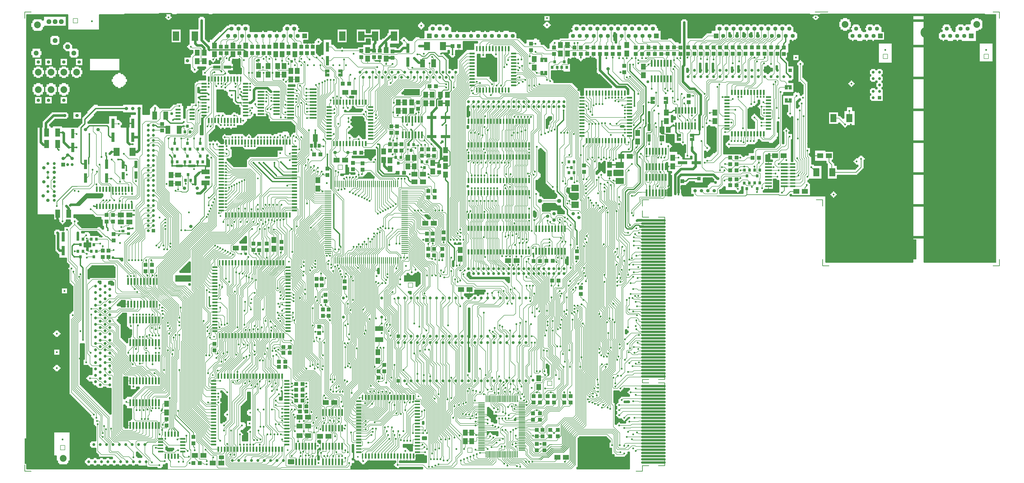
<source format=gbr>
G04 FAB 3000 Version 8.1.7 - Gerber/CAM Software*
G04 RS274-X Output*
%FSLAX24Y24*%
%MIA0B0*%
%MOIN*%
%SFA1.000000B1.000000*%

%IPPOS*%
%ADD11C,0.010001*%
%ADD12C,0.035003*%
%ADD13C,0.020002*%
%ADD14C,0.008001*%
%ADD15C,0.040003*%
%ADD16C,0.045898*%
%ADD17C,0.045910*%
%ADD18C,0.045890*%
%ADD19C,0.045960*%
%ADD20C,0.045940*%
%ADD21C,0.045950*%
%ADD22C,0.045880*%
%ADD23C,0.045800*%
%ADD24C,0.046000*%
%ADD25C,0.052734*%
%ADD26C,0.052679*%
%ADD28C,0.052720*%
%ADD29C,0.052700*%
%ADD30C,0.052800*%
%ADD31C,0.052600*%
%ADD32C,0.063750*%
%ADD33C,0.063790*%
%ADD34C,0.063810*%
%ADD35C,0.063740*%
%ADD36C,0.063730*%
%ADD37C,0.063800*%
%ADD38C,0.063760*%
%ADD39C,0.063770*%
%ADD40C,0.063700*%
%ADD41C,0.063709*%
%ADD42C,0.076498*%
%ADD43C,0.085010*%
%ADD44C,0.084960*%
%ADD45C,0.085020*%
%ADD46C,0.106283*%
%ADD47C,0.106228*%
%ADD48C,0.106300*%
%ADD50R,0.060004X0.060010*%
%ADD51R,0.060004X0.060020*%
%ADD52R,0.060004X0.060000*%
%ADD53R,0.060005X0.060070*%
%ADD54R,0.060000X0.060100*%
%ADD56R,0.060010X0.060060*%
%ADD57R,0.060020X0.060010*%
%ADD58R,0.060020X0.060000*%
%ADD59R,0.060000X0.060060*%
%ADD60R,0.060000X0.059990*%
%ADD61R,0.060020X0.060020*%
%ADD64R,0.060000X0.060050*%
%ADD67R,0.060010X0.060100*%
%ADD68R,0.060020X0.060100*%
%ADD70R,0.060100X0.060000*%
%ADD72R,0.075000X0.075000*%
%ADD73R,0.075040X0.075000*%
%ADD74R,0.075020X0.075000*%
%ADD75C,0.170030*%
%ADD76C,0.169980*%
%ADD77C,0.170100*%
%ADD78C,0.170000*%
%ADD79C,0.127500*%
%ADD80C,0.029731*%
%ADD81C,0.029784*%
%ADD82C,0.029770*%
%ADD83C,0.029740*%
%ADD84C,0.029800*%
%ADD85C,0.029700*%
%ADD86C,0.029900*%
%ADD87R,0.400010X0.400070*%
%ADD89R,0.053990X0.053980*%
%ADD90R,0.054030X0.054040*%
%ADD91R,0.053990X0.054040*%
%ADD92R,0.054000X0.053990*%
%ADD93R,0.054000X0.054000*%
%ADD94R,0.054000X0.054040*%
%ADD95R,0.250000X0.100000*%
%ADD96R,0.250000X0.099990*%
%ADD97R,0.099990X0.150000*%
%ADD98R,0.100040X0.150000*%
%ADD99R,0.100000X0.150000*%
%ADD100R,0.099980X0.150000*%
%ADD101R,0.150020X0.100100*%
%ADD102R,0.150010X0.100100*%
%ADD106R,0.074979X0.095000*%
%ADD107R,0.075032X0.095040*%
%ADD108R,0.075032X0.095000*%
%ADD109R,0.075032X0.095060*%
%ADD110R,0.074977X0.095060*%
%ADD111R,0.074970X0.095000*%
%ADD113R,0.075020X0.095000*%
%ADD115R,0.074980X0.095050*%
%ADD117R,0.075050X0.095000*%
%ADD118R,0.075030X0.095050*%
%ADD119R,0.075030X0.094980*%
%ADD121R,0.075030X0.094990*%
%ADD122R,0.074990X0.094980*%
%ADD124R,0.074990X0.095060*%
%ADD125R,0.074990X0.094990*%
%ADD126R,0.074970X0.095050*%
%ADD127R,0.074990X0.095000*%
%ADD129R,0.074970X0.095040*%
%ADD130R,0.075040X0.095050*%
%ADD133R,0.075040X0.095100*%
%ADD134R,0.074970X0.095100*%
%ADD137R,0.075000X0.095000*%
%ADD139C,0.029720*%
%ADD206C,0.012001*%
%ADD207R,0.060050X0.060020*%
%ADD208R,0.060100X0.060020*%
%ADD209C,0.025500*%
%ADD210C,0.025490*%
%ADD211C,0.025560*%
%ADD212R,0.315000X0.315060*%
%ADD213R,0.079970X0.025010*%
%ADD214R,0.079970X0.024960*%
%ADD215R,0.079970X0.025000*%
%ADD216R,0.079970X0.025020*%
%ADD217R,0.080010X0.025010*%
%ADD218R,0.080010X0.025000*%
%ADD219R,0.080010X0.025020*%
%ADD220R,0.080010X0.024950*%
%ADD221R,0.080030X0.025020*%
%ADD222R,0.080030X0.025010*%
%ADD223R,0.080030X0.024960*%
%ADD224R,0.080030X0.025000*%
%ADD225R,0.080030X0.024950*%
%ADD226R,0.080020X0.025020*%
%ADD227R,0.080020X0.025010*%
%ADD228R,0.080020X0.025000*%
%ADD229R,0.080020X0.024960*%
%ADD230R,0.079980X0.025010*%
%ADD231R,0.079980X0.024960*%
%ADD232R,0.079980X0.025000*%
%ADD233R,0.079980X0.025020*%
%ADD234R,0.079970X0.024940*%
%ADD235R,0.080030X0.024940*%
%ADD236R,0.080030X0.025050*%
%ADD237R,0.080030X0.025100*%
%ADD238R,0.079970X0.024950*%
%ADD239R,0.080000X0.025020*%
%ADD240R,0.080000X0.025010*%
%ADD241R,0.080000X0.025000*%
%ADD242R,0.080000X0.024960*%
%ADD243R,0.025010X0.080030*%
%ADD244R,0.025020X0.080030*%
%ADD245R,0.025020X0.079980*%
%ADD246R,0.025010X0.079980*%
%ADD247R,0.025000X0.079980*%
%ADD248R,0.025000X0.080030*%
%ADD249R,0.024960X0.080030*%
%ADD250R,0.025000X0.080020*%
%ADD251R,0.025010X0.080020*%
%ADD252R,0.025020X0.080020*%
%ADD253R,0.024960X0.080020*%
%ADD254R,0.025020X0.080000*%
%ADD255R,0.024960X0.080000*%
%ADD256R,0.025000X0.080000*%
%ADD257R,0.024950X0.080030*%
%ADD258R,0.024940X0.080030*%
%ADD259R,0.025010X0.079970*%
%ADD260R,0.024960X0.079970*%
%ADD261R,0.025000X0.079970*%
%ADD262R,0.025020X0.079970*%
%ADD263R,0.024940X0.079970*%
%ADD264R,0.024950X0.079970*%
%ADD265R,0.024940X0.080020*%
%ADD266R,0.024950X0.080020*%
%ADD267R,0.025010X0.080000*%
%ADD268R,0.024940X0.080000*%
%ADD269R,0.024950X0.080000*%
%ADD270R,0.025020X0.080010*%
%ADD271R,0.025010X0.080010*%
%ADD272R,0.024950X0.080010*%
%ADD273R,0.025000X0.080010*%
%ADD274R,0.024960X0.080010*%
%ADD275R,0.025100X0.080030*%
%ADD276R,0.039980X0.050030*%
%ADD277R,0.039990X0.050030*%
%ADD278R,0.040040X0.050030*%
%ADD279R,0.040040X0.050010*%
%ADD280R,0.039980X0.050010*%
%ADD281R,0.039990X0.050010*%
%ADD282R,0.039990X0.049970*%
%ADD283R,0.039980X0.049970*%
%ADD284R,0.040030X0.049970*%
%ADD285R,0.039990X0.050020*%
%ADD286R,0.039980X0.050020*%
%ADD287R,0.040030X0.050020*%
%ADD288R,0.040040X0.050020*%
%ADD289R,0.040020X0.050020*%
%ADD290R,0.040040X0.049970*%
%ADD291R,0.040020X0.049970*%
%ADD292R,0.040030X0.050010*%
%ADD293R,0.039970X0.050020*%
%ADD294R,0.040040X0.050000*%
%ADD295R,0.039990X0.050000*%
%ADD296R,0.039970X0.050030*%
%ADD297R,0.039980X0.050000*%
%ADD298R,0.040050X0.050000*%
%ADD299R,0.040000X0.049970*%
%ADD300R,0.039900X0.049970*%
%ADD301R,0.040100X0.049980*%
%ADD302R,0.040100X0.050020*%
%ADD303R,0.039900X0.050020*%
%ADD304R,0.040000X0.050020*%
%ADD305R,0.040000X0.050030*%
%ADD306R,0.040100X0.050010*%
%ADD307R,0.040000X0.050010*%
%ADD308R,0.040000X0.049980*%
%ADD309R,0.040100X0.049970*%
%ADD310R,0.049970X0.039990*%
%ADD311R,0.050010X0.039980*%
%ADD312R,0.049970X0.040040*%
%ADD313R,0.125000X0.094030*%
%ADD314R,0.114960X0.102000*%
%ADD315R,0.114960X0.102040*%
%ADD316R,0.074978X0.125050*%
%ADD317R,0.074977X0.125000*%
%ADD318R,0.075034X0.125000*%
%ADD319R,0.075030X0.125050*%
%ADD320R,0.075050X0.125050*%
%ADD321R,0.075050X0.125000*%
%ADD322R,0.125000X0.075030*%
%ADD323R,0.125000X0.074990*%
%ADD324R,0.094020X0.125050*%
%ADD325R,0.093970X0.125050*%
%ADD326R,0.094020X0.125000*%
%ADD327R,0.094010X0.125000*%
%ADD328R,0.094100X0.125000*%
%ADD329R,0.093900X0.125050*%
%ADD330R,0.094000X0.125050*%
%ADD331R,0.095000X0.075030*%
%ADD332R,0.094980X0.075030*%
%ADD333R,0.094980X0.074970*%
%ADD334R,0.095000X0.074970*%
%ADD335R,0.095000X0.075040*%
%ADD336R,0.095000X0.074980*%
%ADD337R,0.095000X0.074990*%
%ADD338R,0.095050X0.075030*%
%ADD339R,0.095040X0.074980*%
%ADD340R,0.094990X0.074990*%
%ADD341R,0.094990X0.075030*%
%ADD342R,0.095000X0.075050*%
%ADD343R,0.095040X0.075030*%
%ADD344R,0.095060X0.074980*%
%ADD345R,0.075050X0.095010*%
%ADD346R,0.075050X0.095050*%
%ADD347R,0.074980X0.094990*%
%ADD348R,0.075030X0.095100*%
%ADD349R,0.075030X0.095020*%
%ADD350R,0.074980X0.095100*%
%ADD351R,0.075040X0.095020*%
%ADD352R,0.074970X0.094990*%
%ADD353R,0.075020X0.095050*%
%ADD354R,0.074970X0.094980*%
%ADD355R,0.075040X0.094980*%
%ADD356R,0.075050X0.095100*%
%ADD357R,0.075100X0.095000*%
%ADD358R,0.075100X0.095060*%
%ADD359R,0.074900X0.095040*%
%ADD360R,0.074900X0.095000*%
%ADD361R,0.075000X0.095060*%
%ADD362R,0.115020X0.050000*%
%ADD363R,0.115010X0.050000*%
%ADD364R,0.049960X0.115020*%
%ADD365R,0.050030X0.115010*%
%ADD366R,0.049960X0.115010*%
%ADD367R,0.050000X0.115010*%
%ADD368R,0.145030X0.050030*%
%ADD369R,0.145020X0.050030*%
%ADD370R,0.145020X0.050010*%
%ADD371R,0.145030X0.050010*%
%ADD372R,0.145100X0.049960*%
%ADD373R,0.145000X0.049960*%
%ADD374R,0.050021X0.145070*%
%ADD375R,0.050021X0.145030*%
%ADD376R,0.049960X0.145020*%
%ADD377R,0.049960X0.145080*%
%ADD378R,0.050020X0.145010*%
%ADD379R,0.050020X0.145080*%
%ADD380R,0.050030X0.145020*%
%ADD381R,0.049970X0.145020*%
%ADD382R,0.049970X0.145030*%
%ADD383R,0.050030X0.145030*%
%ADD384R,0.050030X0.145010*%
%ADD385R,0.049960X0.145000*%
%ADD386R,0.050030X0.145100*%
%ADD387R,0.050030X0.145000*%
%ADD388R,0.048990X0.070000*%
%ADD389R,0.049000X0.070000*%
%ADD390R,0.049000X0.069990*%
%ADD391R,0.069990X0.049000*%
%ADD392R,0.070040X0.049000*%
%ADD393R,0.070000X0.049050*%
%ADD394R,0.070100X0.049050*%
%ADD395R,0.070100X0.049000*%
%ADD396R,0.070000X0.049000*%
%ADD397R,0.070000X0.048980*%
%ADD398R,0.014980X0.030000*%
%ADD399R,0.015000X0.030000*%
%ADD400R,0.015000X0.030010*%
%ADD401R,0.030000X0.015000*%
%ADD402R,0.030000X0.015030*%
%ADD403R,0.100000X0.018010*%
%ADD404R,0.100000X0.018020*%
%ADD405R,0.100000X0.017990*%
%ADD406R,0.100000X0.018000*%
%ADD407R,0.100000X0.017960*%
%ADD408R,0.100040X0.018000*%
%ADD409R,0.100040X0.018010*%
%ADD410R,0.100040X0.017960*%
%ADD411R,0.100040X0.018020*%
%ADD412R,0.100040X0.017990*%
%ADD413R,0.017960X0.100050*%
%ADD414R,0.017950X0.100050*%
%ADD415R,0.018000X0.100050*%
%ADD416R,0.018020X0.100050*%
%ADD417R,0.018010X0.100050*%
%ADD418R,0.105040X0.025020*%
%ADD419R,0.105040X0.025010*%
%ADD420R,0.104980X0.025020*%
%ADD421R,0.104970X0.025020*%
%ADD422R,0.104980X0.025000*%
%ADD423R,0.104970X0.025000*%
%ADD424R,0.105040X0.025000*%
%ADD425R,0.104980X0.025010*%
%ADD426R,0.104970X0.025010*%
%ADD427R,0.105030X0.025010*%
%ADD428R,0.105030X0.025020*%
%ADD429R,0.105030X0.025000*%
%ADD430R,0.105000X0.025000*%
%ADD431R,0.105000X0.024960*%
%ADD432R,0.105000X0.025020*%
%ADD433R,0.105000X0.025010*%
%ADD434R,0.024960X0.105040*%
%ADD435R,0.025000X0.105040*%
%ADD436R,0.025020X0.105040*%
%ADD437R,0.025000X0.105030*%
%ADD438R,0.025020X0.105030*%
%ADD439R,0.024960X0.105030*%
%ADD440R,0.025010X0.105030*%
%ADD441R,0.025010X0.105040*%
%ADD442R,0.024950X0.105040*%
%ADD443R,0.025020X0.104990*%
%ADD444R,0.024950X0.104990*%
%ADD445R,0.025010X0.104990*%
%ADD446R,0.025010X0.104980*%
%ADD447R,0.025000X0.104980*%
%ADD448R,0.025020X0.104980*%
%ADD449R,0.024950X0.104980*%
%ADD450R,0.024960X0.104980*%
%ADD451R,0.024960X0.104990*%
%ADD452R,0.025000X0.104990*%
%ADD453R,0.025010X0.104970*%
%ADD454R,0.025020X0.104970*%
%ADD455R,0.025000X0.104970*%
%ADD456R,0.025020X0.105020*%
%ADD457R,0.025010X0.105020*%
%ADD458R,0.025000X0.105020*%
%ADD459R,0.025000X0.105000*%
%ADD460R,0.025100X0.105000*%
%ADD461R,0.025000X0.105060*%
%ADD462R,0.025100X0.105060*%
%ADD463R,0.025100X0.105030*%
%ADD464R,0.025000X0.105050*%
%ADD465R,0.025100X0.105050*%
%ADD466R,0.025100X0.104980*%
%ADD467R,0.050020X0.060010*%
%ADD468R,0.050020X0.060000*%
%ADD469R,0.050020X0.060020*%
%ADD470R,0.049960X0.060020*%
%LNAmiga 1200 Rev1D1 top signal_0*%
%LPD*%
G54D14*
X55004Y96096D02*
G01X55904D01*
G54D13*
X54004Y95695D02*
G01X55804D01*
G54D14*
X62705Y90894D02*
G01X62504D01*
D02*
G01X62405Y90794D01*
X62474Y88064D02*
G01X62405Y87994D01*
X62905Y88064D02*
G01X62474D01*
X62204Y88594D02*
G01X62605Y88994D01*
Y92395D02*
G01X62504Y92495D01*
D02*
G01X62204D01*
X62105Y93195D02*
G01X62855Y92445D01*
G54D80*
X95507Y87894D03*
G54D14*
X95408Y89794D02*
G01Y90765D01*
G54D244*
X95407Y90764D03*
G54D14*
X94807Y89194D02*
G01X95408Y89794D01*
X95907Y89994D02*
G01X95107Y89194D01*
X95907Y93095D02*
G01X94907D01*
X96908Y94395D02*
G01X91507D01*
X94507Y92495D02*
G01X96908D01*
Y91994D02*
G01X94407D01*
G54D13*
X93207Y86093D02*
G01Y87094D01*
X92607Y86093D02*
G01X93807D01*
X92807Y86293D02*
G01X93807D01*
X92807Y86494D02*
G01X93807D01*
X92807Y86693D02*
G01X93807D01*
X92807Y86894D02*
G01X93807D01*
X92807Y87094D02*
G01X93807D01*
G54D14*
X93107Y82893D02*
G01X93207Y82792D01*
X93707Y84493D02*
G01X93207Y84993D01*
D02*
G01Y85393D01*
G54D81*
D03*
G54D80*
X93107Y83993D03*
G54D14*
X93207Y82792D02*
G01Y81493D01*
G54D15*
X106009Y102396D02*
G01X106209Y102597D01*
X106009Y99996D02*
G01Y102396D01*
G54D13*
X85207Y110299D02*
G01X126411D01*
X105809Y109698D02*
G01Y110498D01*
X85207Y110099D02*
G01X126210D01*
X85207Y109899D02*
G01X126411D01*
X85207Y109698D02*
G01X105809D01*
G54D14*
X101558Y83943D02*
G01X101308Y83693D01*
Y85993D02*
G01X101558Y85743D01*
X102508Y81892D02*
G01X99308D01*
X99507Y81692D02*
G01X102908D01*
X51104Y41685D02*
G01X50604Y41184D01*
G54D81*
X51204Y41284D03*
G54D14*
X51104Y40354D02*
G01Y40054D01*
G54D446*
Y40354D03*
G54D14*
Y40984D02*
G01Y40354D01*
X51204Y41084D02*
G01X51104Y40984D01*
X53204Y39684D02*
G01X43903D01*
X43103Y39484D02*
G01X53404D01*
X22301Y39184D02*
G01X56704D01*
G54D11*
X21701Y43085D02*
G01X22101Y43485D01*
D02*
G01X23401D01*
G54D14*
X23301Y43685D02*
G01X20501D01*
X23202Y43885D02*
G01X17101D01*
X17201Y44085D02*
G01X22701D01*
X22201Y44285D02*
G01X17301D01*
X14701Y55447D02*
G01X13441D01*
X13301Y64389D02*
G01X14201D01*
X14051Y58438D02*
G01X13550D01*
X14101Y53487D02*
G01X13101D01*
X19301Y54787D02*
G01X20901D01*
X21101Y55187D02*
G01X19601D01*
X18901Y54387D02*
G01X20701D01*
X20501Y54187D02*
G01X18701D01*
X18601Y53987D02*
G01X20101D01*
X20801Y54587D02*
G01X19101D01*
X19501Y54987D02*
G01X21001D01*
X17301Y57287D02*
G01X16551Y58038D01*
X17301Y56487D02*
G01Y57287D01*
Y55887D02*
G01X16901Y56287D01*
X17701Y56087D02*
G01X17301Y56487D01*
X17101Y56387D02*
G01X17501Y55987D01*
X18001Y79792D02*
G01X17931Y79722D01*
X16651Y80042D02*
G01X16401Y79792D01*
D02*
G01X16101D01*
D02*
G01X15691Y79382D01*
X8801Y80692D02*
G01Y78092D01*
G54D15*
X9780Y80102D02*
G01Y79292D01*
G54D317*
D03*
G54D13*
X3200Y79692D02*
G01X4800D01*
G54D318*
X8040Y79292D03*
G54D14*
X16801Y79592D02*
G01X17151Y79942D01*
X14191Y79092D02*
G01X13301Y79992D01*
X29982Y89004D02*
G01X30382Y88604D01*
G54D282*
X29982Y89454D03*
G54D14*
X25202Y91595D02*
G01X27802D01*
X38503Y99896D02*
G01X37203Y101197D01*
G54D13*
X37803Y109098D02*
G01Y110498D01*
G54D133*
X37502Y104327D03*
G54D32*
X38012Y107218D03*
G54D108*
X37502Y105668D03*
G54D14*
X37453Y99696D02*
G01X38203D01*
G54D222*
X37453D03*
G54D13*
X18201Y96296D02*
G01Y99096D01*
X18001Y96296D02*
G01Y99096D01*
X17801Y96296D02*
G01Y98896D01*
X17601Y96296D02*
G01Y98896D01*
X17401Y96296D02*
G01Y99096D01*
X17201Y96296D02*
G01Y99096D01*
X7200Y97296D02*
G01X8400D01*
X3200D02*
G01X4400D01*
X5600D02*
G01X6000D01*
G54D25*
X5000Y97096D03*
X6600D03*
G54D26*
X9000D03*
X11401D03*
G54D13*
X9600Y97296D02*
G01X29402D01*
X35902Y98596D02*
G01Y96996D01*
G54D11*
X36903Y97196D02*
G01Y97696D01*
G54D13*
X33002Y97296D02*
G01X35403D01*
G54D221*
X37453Y97195D03*
G54D13*
X30302Y97296D02*
G01Y97596D01*
X30402Y97196D02*
G01X30302Y97296D01*
G54D219*
X30952Y97195D03*
G54D139*
X31702Y97196D03*
G54D15*
X38803D02*
G01Y98696D01*
X38302Y96696D02*
G01X38803Y97196D01*
G54D14*
X30002Y43685D02*
G01X30802Y42885D01*
X44003Y76791D02*
G01X43403Y77392D01*
X42003Y77791D02*
G01X41603Y77392D01*
X45504Y78192D02*
G01Y77292D01*
X46003Y78192D02*
G01Y77292D01*
G54D82*
X45503Y77291D03*
G54D14*
X45003Y78292D02*
G01Y76692D01*
X43403Y77392D02*
G01Y78392D01*
X42903Y77191D02*
G01Y78292D01*
X42403Y77191D02*
G01Y78292D01*
X41403Y76491D02*
G01Y77791D01*
X41603Y77392D02*
G01Y76591D01*
X40803Y75791D02*
G01Y77491D01*
X45204Y78192D02*
G01Y76591D01*
X43903Y77692D02*
G01X44703Y76891D01*
X26002Y58187D02*
G01X26102Y58088D01*
G54D139*
X26002Y57287D03*
G54D81*
X26102Y57888D03*
G54D14*
X42703Y45085D02*
G01X43933D01*
X42703Y47386D02*
G01X42903Y47185D01*
X43103Y46585D02*
G01X42503D01*
G54D139*
X42703Y46285D03*
G54D14*
D02*
G01X43403Y45585D01*
X42703Y45085D02*
G01X42403Y45385D01*
X47273Y44485D02*
G01X46803D01*
X47203Y46786D02*
G01X46603D01*
X46903Y46585D02*
G01X47704D01*
G54D337*
X47274Y45985D03*
G54D14*
X51354Y46285D02*
G01Y45085D01*
X51604Y46285D02*
G01Y45656D01*
G54D83*
X53104Y46085D03*
G54D14*
X51104Y45656D02*
G01Y46385D01*
X50104Y46285D02*
G01Y45656D01*
X49303Y45685D02*
G01Y46486D01*
X50604Y46385D02*
G01Y45656D01*
X49603D02*
G01Y46285D01*
X53204Y47086D02*
G01X54654Y45635D01*
X54454Y46135D02*
G01X53404Y47185D01*
X50853Y45035D02*
G01Y46736D01*
X56154Y46486D02*
G01X55804Y46135D01*
X48604Y46786D02*
G01Y46186D01*
X48804Y46685D02*
G01Y46085D01*
X49003Y45785D02*
G01Y46486D01*
X48403Y46285D02*
G01X48103Y45985D01*
G54D259*
X42203Y53817D03*
G54D14*
X42453Y54437D02*
G01X41503Y55387D01*
X42103Y55487D02*
G01X42003D01*
X42103D02*
G01X42293Y55287D01*
G54D80*
X51604Y85993D03*
G54D14*
X51704Y70690D02*
G01X51804Y70790D01*
X51704Y66890D02*
G01Y70690D01*
Y82693D02*
G01Y82993D01*
D02*
G01X51304Y83393D01*
X51604Y72991D02*
G01X52304D01*
X51804Y73191D02*
G01X51504D01*
X52604Y72791D02*
G01X51714D01*
D02*
G01X51514Y72591D01*
X51504Y82492D02*
G01X52654Y81342D01*
X52854Y81542D02*
G01X51704Y82693D01*
G54D13*
X51304Y76992D02*
G01X52204Y76091D01*
G54D14*
X51204Y72591D02*
G01X51604Y72991D01*
X51104Y72791D02*
G01Y73291D01*
X49303Y73691D02*
G01Y72691D01*
X49504Y72791D02*
G01Y73591D01*
X48904Y73891D02*
G01Y72491D01*
X48703Y72391D02*
G01Y73991D01*
X49104Y73791D02*
G01Y72591D01*
X50504Y72791D02*
G01Y72891D01*
X49704D02*
G01X49904Y72691D01*
X49303Y74491D02*
G01Y73991D01*
X49504Y74391D02*
G01Y73891D01*
X49704Y74191D02*
G01X49864Y74351D01*
X49104Y74791D02*
G01Y74091D01*
X48904Y74191D02*
G01Y75091D01*
X51504Y73691D02*
G01Y74991D01*
X49864Y74351D02*
G01X50393D01*
G54D406*
X50394D03*
G54D14*
X48703Y74291D02*
G01Y75191D01*
G54D348*
X45203Y104327D03*
G54D108*
Y105668D03*
G54D14*
X45204Y106298D02*
G01X44543Y106958D01*
G54D32*
X45093Y108338D03*
G54D13*
X45003Y109098D02*
G01Y110498D01*
X44203Y99496D02*
G01X45204D01*
G54D14*
X45553Y100376D02*
G01X44553D01*
X42203Y104327D02*
G01Y103497D01*
X43203Y103298D02*
G01Y104327D01*
X43803Y103697D02*
G01Y103298D01*
X44553Y103257D02*
G01X44203Y103597D01*
G54D80*
Y103596D03*
G54D14*
X40703Y103898D02*
G01Y103298D01*
G54D81*
X42203Y103497D03*
G54D80*
X40303Y103596D03*
G54D139*
X41203D03*
G54D13*
X39603Y103298D02*
G01Y103497D01*
X39403Y103298D02*
G01Y103497D01*
D02*
G01X39603D01*
G54D14*
X39103Y103797D02*
G01X38803Y103497D01*
X41703Y101397D02*
G01Y103597D01*
X38503Y103797D02*
G01Y101397D01*
X38002D02*
G01Y103597D01*
G54D348*
X42203Y104327D03*
G54D13*
X38002Y108899D02*
G01X43603D01*
X38203Y108698D02*
G01X43403D01*
X38203Y108498D02*
G01X43203D01*
X38203Y108098D02*
G01X43203D01*
X38203Y108298D02*
G01X43203D01*
X42403Y108098D02*
G01Y110498D01*
G54D32*
X42363Y107218D03*
G54D108*
X42203Y105668D03*
G54D14*
X42363Y106558D02*
G01X42203Y106398D01*
X42363Y106558D02*
G01Y107218D01*
X46704Y78492D02*
G01Y86494D01*
X46404Y77892D02*
G01X47503Y78992D01*
X46404Y86894D02*
G01Y78592D01*
X47904Y70790D02*
G01X47704Y70990D01*
G54D80*
X47703Y77092D03*
G54D14*
X47704Y74491D02*
G01X47904Y74691D01*
X47704Y69990D02*
G01X48204Y70490D01*
G54D81*
X47903Y70790D03*
G54D14*
X45703Y72391D02*
G01Y70590D01*
X44904Y72791D02*
G01Y70190D01*
X45504Y70490D02*
G01Y72491D01*
X44703Y72091D02*
G01Y70090D01*
X45303Y70390D02*
G01Y72591D01*
X45103Y72691D02*
G01Y70290D01*
X41403Y69590D02*
G01X42903Y71091D01*
X41803Y69490D02*
G01X43353Y71040D01*
X41603Y69540D02*
G01X43153Y71091D01*
X41203Y69640D02*
G01X42653Y71091D01*
X43553Y70940D02*
G01X42003Y69390D01*
X43503Y70590D02*
G01X43803Y70890D01*
X43503Y70490D02*
G01Y70590D01*
X42153Y70841D02*
G01X41003Y69690D01*
X41653Y70940D02*
G01X40603Y69890D01*
X40803Y69790D02*
G01X41903Y70890D01*
G54D82*
X52904Y103497D03*
G54D14*
Y101897D02*
G01Y103497D01*
X47103Y103887D02*
G01X47503Y103497D01*
G54D83*
D03*
G54D14*
X45903Y103196D02*
G01Y103797D01*
X45204Y103497D02*
G01Y103196D01*
G54D139*
X46203Y103596D03*
G54D82*
X45203Y103497D03*
G54D14*
X45204Y104327D02*
G01Y103497D01*
G54D385*
X50304Y103317D03*
G54D14*
X49804Y103397D02*
G01X49504Y103697D01*
Y102897D02*
G01X48604Y103797D01*
X51284D02*
G01X50804Y103317D01*
G54D13*
X33002Y95295D02*
G01X36603D01*
X34402Y94895D02*
G01X35202D01*
X34203Y95095D02*
G01X35403D01*
X32602Y92495D02*
G01X45204D01*
G54D392*
X52334Y101086D03*
G54D11*
X52534Y101087D02*
G01Y101397D01*
G54D14*
X46603Y99896D02*
G01Y102697D01*
X46803Y102997D02*
G01Y99496D01*
G54D108*
X45553Y101717D03*
G54D14*
X51604Y100897D02*
G01Y101597D01*
X51404Y101497D02*
G01Y100797D01*
G54D11*
X50074Y101087D02*
G01Y101397D01*
G54D391*
X50273Y101086D03*
G54D14*
X87607Y98096D02*
G01X77406D01*
X77906Y97696D02*
G01X87407D01*
X81306Y97296D02*
G01X80006D01*
X79406Y97496D02*
G01X81406D01*
X87507Y97896D02*
G01X77706D01*
G54D17*
X80276Y96095D03*
Y96876D03*
G54D14*
X80206Y96026D02*
G01X80276Y96096D01*
X80206Y95595D02*
G01Y96026D01*
G54D13*
X62804Y98096D02*
G01Y98696D01*
G54D14*
X63305Y97496D02*
G01X60904D01*
G54D124*
X62405Y96766D03*
G54D14*
X64805Y97696D02*
G01X60704D01*
X64905Y99096D02*
G01X62204D01*
X62105Y99296D02*
G01X64805D01*
G54D13*
X62005Y98096D02*
G01X64405D01*
X62005Y98296D02*
G01X64405D01*
X62204Y98496D02*
G01X64405D01*
X62405Y98696D02*
G01X64405D01*
G54D95*
X63535Y98356D03*
G54D14*
X60205Y102497D02*
G01X60505Y102797D01*
X60805Y102297D02*
G01X61205Y102697D01*
D02*
G01Y103397D01*
G54D83*
X60505Y102797D03*
G54D81*
X59504D03*
G54D14*
X58705Y102897D02*
G01X59104Y102497D01*
X51804Y94895D02*
G01X51404Y94495D01*
X51604Y94395D02*
G01X52054Y94845D01*
X61505Y100897D02*
G01X61705Y101097D01*
X60004Y101197D02*
G01X60304Y100897D01*
X60704Y101097D02*
G01X60505Y100897D01*
X59005Y101197D02*
G01X59305Y100897D01*
X59504Y100997D02*
G01Y99596D01*
X57904Y101297D02*
G01X58304Y100897D01*
X59804Y101297D02*
G01X59504Y100997D01*
X56004Y101497D02*
G01X55304Y100797D01*
G54D248*
X78906Y88194D03*
G54D14*
Y92545D02*
G01X78656Y92294D01*
G54D248*
X78906Y90094D03*
Y93795D03*
G54D14*
X78656Y89294D02*
G01X78906Y89044D01*
X71506Y97296D02*
G01X72406Y98196D01*
X72506Y97696D02*
G01X71906Y97095D01*
X72605Y98096D02*
G01X71705Y97196D01*
X72206Y98296D02*
G01X71305Y97395D01*
X63404D02*
G01X63305Y97496D01*
X63404Y96865D02*
G01Y97395D01*
X65605Y97966D02*
G01X64955Y97316D01*
X79096Y97185D02*
G01X79406Y97496D01*
X74606Y97296D02*
G01X74206Y97696D01*
X77506Y97296D02*
G01X77906Y97696D01*
G54D13*
X67905Y97296D02*
G01X68005Y97395D01*
G54D14*
X67105Y97296D02*
G01X67205Y97395D01*
D02*
G01Y98596D01*
G54D15*
X68005Y97395D02*
G01Y97966D01*
G54D13*
X37203Y93295D02*
G01X45003D01*
X36202Y93095D02*
G01X45204D01*
X36202Y92895D02*
G01X45204D01*
X35403Y92695D02*
G01X45204D01*
G54D14*
X48593Y68080D02*
G01Y67389D01*
D02*
G01X48753Y67240D01*
G54D52*
X48593Y69080D03*
Y68080D03*
G54D14*
X48504Y70490D02*
G01X48703Y70690D01*
X48804Y70090D02*
G01X48403D01*
X48304Y70290D02*
G01X48604D01*
X49394Y69080D02*
G01X48593D01*
X48604Y70290D02*
G01X48904Y70590D01*
X48703Y72091D02*
G01X48504Y72291D01*
G54D83*
X75506Y81292D03*
G54D417*
X53404Y71971D03*
G54D416*
X53724D03*
G54D14*
Y72810D02*
G01Y71971D01*
X53404Y71080D02*
G01Y71971D01*
D02*
G01Y72891D01*
G54D13*
X53604Y85493D02*
G01Y86494D01*
X53404Y85493D02*
G01Y86894D01*
G54D14*
X53604Y69490D02*
G01X53204Y69890D01*
X53404Y72891D02*
G01X53654Y73141D01*
X53724Y71971D02*
G01Y71060D01*
Y83973D02*
G01Y84813D01*
X53304Y84993D02*
G01X53404Y84883D01*
G54D417*
Y83973D03*
G54D416*
X53724D03*
G54D81*
X53304Y84993D03*
G54D14*
X53404Y84883D02*
G01Y83973D01*
X53604Y73491D02*
G01X54004D01*
X53654Y73141D02*
G01X54154D01*
X54004Y69290D02*
G01X53804Y69090D01*
X54254Y72941D02*
G01X53854D01*
D02*
G01X53724Y72810D01*
X54404Y83293D02*
G01X53804Y82693D01*
X53724Y84813D02*
G01X53804Y84893D01*
G54D81*
Y84993D03*
Y82693D03*
G54D14*
Y84893D02*
G01Y84993D01*
G54D13*
X51304Y82393D02*
G01Y76992D01*
G54D14*
X51104Y86494D02*
G01Y83293D01*
X51304Y83393D02*
G01Y86693D01*
G54D13*
X50853Y86244D02*
G01Y83243D01*
G54D14*
X51514Y85093D02*
G01Y83973D01*
G54D417*
D03*
G54D14*
X47704Y46585D02*
G01X47904Y46786D01*
X48403D02*
G01Y46285D01*
X48304Y46885D02*
G01X48403Y46786D01*
X47304Y46885D02*
G01X47203Y46786D01*
G54D83*
X48103Y46485D03*
G54D14*
X47304Y47356D02*
G01Y46885D01*
X48304Y47485D02*
G01Y46885D01*
X47273Y47386D02*
G01X47304Y47356D01*
G54D83*
X48604Y47285D03*
G54D14*
X46653Y48336D02*
G01X46553Y48436D01*
X46943Y48336D02*
G01X46653D01*
G54D13*
X42803Y50486D02*
G01X43203D01*
X42803Y50286D02*
G01X43203D01*
X42803Y50086D02*
G01X43203D01*
X42803D02*
G01Y50486D01*
G54D14*
X43933Y49586D02*
G01X42603D01*
G54D139*
X48403Y70890D03*
G54D14*
X47904Y71290D02*
G01X48304Y70890D01*
X48103Y71590D02*
G01X48204Y71490D01*
X48304Y70890D02*
G01X48403D01*
X48204Y70490D02*
G01X48504D01*
X48403Y70090D02*
G01X48103Y69790D01*
X47904Y69890D02*
G01X48304Y70290D01*
G54D139*
X48403Y71390D03*
Y71891D03*
G54D14*
X48304Y71490D02*
G01X48403Y71391D01*
X48204Y71490D02*
G01X48304D01*
X48403Y72091D02*
G01Y71890D01*
X48304Y72190D02*
G01X48403Y72091D01*
X47904Y74391D02*
G01Y71290D01*
X48103Y71590D02*
G01Y74291D01*
X48304Y74191D02*
G01Y72190D01*
X48504Y72291D02*
G01Y74091D01*
X47904Y74691D02*
G01Y75591D01*
X48304Y74491D02*
G01Y75391D01*
X48504Y75291D02*
G01Y74391D01*
D02*
G01X48304Y74191D01*
X48103Y74291D02*
G01X48304Y74491D01*
X48103Y74591D02*
G01X47904Y74391D01*
X48103Y75491D02*
G01Y74591D01*
X47004Y77592D02*
G01Y76791D01*
X46903Y69890D02*
G01X47103Y69690D01*
X47004Y76791D02*
G01X46503Y76291D01*
X46704Y76191D02*
G01X47203Y76692D01*
X47103Y75091D02*
G01X46903Y74891D01*
X47404Y76591D02*
G01X46903Y76091D01*
X49764Y76551D02*
G01X48504Y75291D01*
X47304Y75891D02*
G01X49854Y78442D01*
X49864Y78752D02*
G01X47103Y75991D01*
X48504Y74091D02*
G01X48703Y74291D01*
X47503Y75791D02*
G01X49833Y78122D01*
X49824Y77811D02*
G01X47704Y75691D01*
X47904Y75591D02*
G01X49813Y77502D01*
X49793Y77182D02*
G01X48103Y75491D01*
X48304Y75391D02*
G01X49784Y76871D01*
X49394Y79382D02*
G01X47404Y77392D01*
X47704Y77092D02*
G01X49684Y79072D01*
X46803Y77692D02*
G01X49443Y80332D01*
X49454Y80642D02*
G01X46603Y77791D01*
X47203Y77491D02*
G01X49414Y79702D01*
X49423Y80012D02*
G01X47004Y77592D01*
X48504Y86193D02*
G01X48804Y86494D01*
G54D121*
Y84563D03*
G54D14*
X49003Y85193D02*
G01X48403D01*
X48304Y85393D02*
G01X48703D01*
X48184Y81903D02*
G01X50393D01*
Y80963D02*
G01X48223D01*
X48214Y81272D02*
G01X50393D01*
Y81592D02*
G01X48193D01*
G54D109*
X48804Y83223D03*
G54D14*
X48403Y82492D02*
G01X49704D01*
X50393Y82222D02*
G01X48204D01*
G54D52*
X30292Y40184D03*
G54D14*
D02*
G01X29702Y40784D01*
X31202Y42285D02*
G01X32102Y41384D01*
X32402Y41584D02*
G01X30202Y43785D01*
X30402Y43885D02*
G01X32502Y41785D01*
X42403Y39584D02*
G01X43403Y40584D01*
X33202Y39384D02*
G01X43003D01*
X42403Y40584D02*
G01X43203Y41384D01*
G54D81*
X39503Y45285D03*
G54D14*
X38403Y57287D02*
G01X38103Y57587D01*
G54D80*
Y57087D03*
G54D14*
X38403Y51886D02*
G01X37702D01*
G54D13*
X37803Y51286D02*
G01X38203D01*
X37803Y51086D02*
G01X38203D01*
G54D139*
X38403Y52387D03*
G54D14*
X38203Y52687D02*
G01X38302D01*
G54D13*
X37402Y49686D02*
G01X38203D01*
X37603Y49886D02*
G01X38203D01*
X37803Y50086D02*
G01X38203D01*
X37803Y50286D02*
G01X38203D01*
X37803Y50486D02*
G01X38203D01*
X37803Y50686D02*
G01X38203D01*
X37803Y50886D02*
G01X38203D01*
G54D14*
X41903Y53087D02*
G01Y51787D01*
X45603Y53287D02*
G01X47503D01*
X47404Y53087D02*
G01X45403D01*
X46704Y55287D02*
G01X47004Y54987D01*
X48204Y54687D02*
G01X46803D01*
X46603Y54487D02*
G01X48103D01*
X46803Y54687D02*
G01X46503Y54987D01*
Y54287D02*
G01X48004D01*
X47704Y53687D02*
G01X45903D01*
X47604Y53487D02*
G01X45804D01*
X46104Y53887D02*
G01X47803D01*
X46303Y54087D02*
G01X47904D01*
X34803Y39584D02*
G01X42403D01*
X40803Y39984D02*
G01X35002D01*
X34902Y39784D02*
G01X41603D01*
X35103Y40184D02*
G01X40003D01*
X41403Y40584D02*
G01X40803Y39984D01*
X41603Y39784D02*
G01X42403Y40584D01*
X41703D02*
G01X41403D01*
X40803Y40984D02*
G01X41603D01*
X40403Y40584D02*
G01X40803Y40984D01*
X40003Y40184D02*
G01X40403Y40584D01*
X40203Y40984D02*
G01X39803D01*
G54D16*
X42403Y40584D03*
G54D17*
X41403D03*
G54D16*
X40403D03*
X39403D03*
G54D14*
X39803Y40984D02*
G01X39403Y40584D01*
X38453Y54537D02*
G01X39203Y55287D01*
X39003Y55587D02*
G01X37953Y54537D01*
X37503Y59088D02*
G01X37153Y59438D01*
X37402Y64189D02*
G01X37303Y64089D01*
G54D81*
X37403Y65489D03*
G54D251*
Y60158D03*
G54D14*
X37153Y61238D02*
G01X37402Y61488D01*
X37803Y63889D02*
G01X37303Y63389D01*
G54D80*
Y61888D03*
Y64089D03*
G54D14*
X38602Y66890D02*
G01X38002Y66289D01*
X36502Y41184D02*
G01X37203Y41884D01*
X41003Y41384D02*
G01X40303D01*
X41203Y41584D02*
G01X41003Y41384D01*
X41703D02*
G01X41503Y41184D01*
X40303Y41384D02*
G01X40103Y41184D01*
Y41584D02*
G01X39903Y41384D01*
X40603Y41584D02*
G01X40103D01*
X40703Y41685D02*
G01X40603Y41584D01*
X39603D02*
G01X39803Y41785D01*
D02*
G01X40103D01*
D02*
G01X40203Y41884D01*
X37402Y41584D02*
G01X39603D01*
X41503Y41184D02*
G01X40403D01*
X40103D02*
G01X38602D01*
X39903Y41384D02*
G01X37702D01*
G54D248*
X41203Y42354D03*
G54D13*
X19601Y94895D02*
G01Y95095D01*
X14001D02*
G01X20201D01*
X13801Y94895D02*
G01X20201D01*
G54D14*
X73406Y95505D02*
G01Y93795D01*
G54D13*
X3200Y97095D02*
G01X4400D01*
X5600D02*
G01X6000D01*
X7200D02*
G01X8400D01*
G54D11*
X36903Y97196D02*
G01X37453D01*
G54D13*
X33002Y97095D02*
G01X35403D01*
G54D139*
X50803Y97096D03*
G54D14*
X41553Y96946D02*
G01X42323D01*
X41503Y96996D02*
G01X41553Y96946D01*
X39873D02*
G01X40653D01*
G54D13*
X30952Y97196D02*
G01X30402D01*
X30952D02*
G01X31702D01*
X9600Y97095D02*
G01X29402D01*
G54D83*
X41503Y96996D03*
G54D14*
X40653Y96946D02*
G01X40703Y96896D01*
G54D13*
X27802Y94495D02*
G01X28002D01*
G54D14*
X33702D02*
G01Y93945D01*
X32702D02*
G01Y94495D01*
G54D13*
X24982Y94205D02*
G01Y94695D01*
X30702Y94195D02*
G01X30952Y94445D01*
D02*
G01Y94695D01*
G54D14*
X30302Y94995D02*
G01Y93595D01*
G54D317*
X24982Y94695D03*
G54D14*
X24102Y94195D02*
G01Y95095D01*
G54D318*
X23241Y94695D03*
G54D14*
X31152Y94145D02*
G01X32152Y95145D01*
X40703Y54287D02*
G01X40203Y54787D01*
X24301Y51787D02*
G01X24601Y52087D01*
X24501Y51586D02*
G01X24801Y51886D01*
Y51386D02*
G01X22902D01*
X23101Y51186D02*
G01X25002D01*
X24391Y45685D02*
G01X25101D01*
X24801Y46685D02*
G01X24501Y46385D01*
G54D80*
Y46185D03*
G54D14*
Y49386D02*
G01X24571Y49456D01*
X25101Y50486D02*
G01X23502D01*
X25002Y50686D02*
G01X23202D01*
X24571Y49456D02*
G01X25101D01*
X24431Y48116D02*
G01X25101D01*
X31002Y45485D02*
G01X28202Y48286D01*
X28002Y48186D02*
G01X30802Y45385D01*
X30602Y45285D02*
G01X27802Y48086D01*
X27602Y47986D02*
G01X30402Y45185D01*
X30202Y45085D02*
G01X27402Y47886D01*
X27202Y47786D02*
G01X30002Y44985D01*
X29802Y44885D02*
G01X27002Y47686D01*
G54D11*
X26602D02*
G01X29302Y44985D01*
X28702Y44885D02*
G01X26402Y47185D01*
G54D230*
X44133Y70890D03*
G54D209*
X44273Y71761D03*
G54D14*
X41603Y66990D02*
G01Y69540D01*
X41403Y66890D02*
G01Y69590D01*
X45603Y69490D02*
G01Y68290D01*
X45804Y69590D02*
G01Y68590D01*
X45403Y69390D02*
G01Y67989D01*
X42203Y67389D02*
G01Y69190D01*
X42003Y69390D02*
G01Y67190D01*
X41803Y67089D02*
G01Y69490D01*
X42803Y68690D02*
G01Y67389D01*
X43603Y68890D02*
G01X43003Y68290D01*
X44803Y67389D02*
G01Y69090D01*
X45003Y67590D02*
G01Y69240D01*
X45204Y69290D02*
G01Y67790D01*
X42503Y67590D02*
G01Y68790D01*
X32472Y53257D02*
G01Y53087D01*
X32402Y54587D02*
G01Y55187D01*
X31602Y54787D02*
G01Y54287D01*
G54D209*
X32322Y53957D03*
G54D139*
X31602Y54287D03*
G54D14*
X31902Y54087D02*
G01X32402Y54587D01*
X31902Y53687D02*
G01Y54087D01*
X31702Y53487D02*
G01X31902Y53687D01*
X32102Y53587D02*
G01X31902Y53387D01*
X32602D02*
G01X32472Y53257D01*
Y53087D02*
G01X33502D01*
G54D221*
X32472D03*
G54D14*
X33102Y55587D02*
G01X32602Y55087D01*
D02*
G01Y54387D01*
D02*
G01X32702Y54287D01*
Y53687D02*
G01X32602Y53587D01*
D02*
G01X32102D01*
X32802Y53387D02*
G01X32602D01*
X38002Y72991D02*
G01X38602Y72391D01*
X35802Y73191D02*
G01Y72691D01*
X39903Y72591D02*
G01X39603Y72891D01*
X39653Y72341D02*
G01X39103Y72891D01*
X34702Y72691D02*
G01X35103Y73091D01*
X35502Y72891D02*
G01X35103Y72491D01*
X35802Y72691D02*
G01X35403Y72291D01*
X40103Y75191D02*
G01Y72391D01*
X40303Y75391D02*
G01Y72440D01*
X33802Y55387D02*
G01X35153Y56737D01*
X32402Y55187D02*
G01X33002Y55787D01*
X33402Y54687D02*
G01X35403Y56687D01*
X34002Y55887D02*
G01X33702Y55587D01*
X32802Y55987D02*
G01X31602Y54787D01*
X35653Y56637D02*
G01X33202Y54187D01*
X33702Y54387D02*
G01X36303Y56987D01*
X36502Y56888D02*
G01X34203Y54587D01*
X34702Y54787D02*
G01X36703Y56787D01*
X36903Y56687D02*
G01X34952Y54737D01*
X35202Y54687D02*
G01X37203Y56687D01*
X37603Y56487D02*
G01X35703Y54587D01*
X36202Y54787D02*
G01X38103Y56687D01*
X32302Y57037D02*
G01X31202Y55937D01*
X37003Y58288D02*
G01X37303D01*
X37603Y56888D02*
G01Y56487D01*
X38103Y56687D02*
G01Y57088D01*
G54D83*
X37603Y56887D03*
G54D80*
X37203Y56687D03*
G54D14*
X36703Y57988D02*
G01X37003Y58288D01*
X36502D02*
G01Y56888D01*
X36303Y57388D02*
G01X36102Y57587D01*
X35902Y57287D02*
G01X36003Y57188D01*
X36903Y57287D02*
G01X37803Y58187D01*
G54D81*
X36002Y57188D03*
G54D14*
X36903Y57287D02*
G01Y56687D01*
X36703Y56787D02*
G01Y57988D01*
X36303Y56987D02*
G01Y57388D01*
Y53287D02*
G01X36603D01*
X38302Y52687D02*
G01X38403Y52786D01*
X38803Y52887D02*
G01Y52586D01*
X39003Y52786D02*
G01X39103Y52887D01*
X39003Y52186D02*
G01Y52786D01*
X38602Y52687D02*
G01Y52987D01*
X38403Y52786D02*
G01Y53087D01*
X41503Y52786D02*
G01X41103Y52387D01*
X41503Y53187D02*
G01Y52786D01*
X40603Y53087D02*
G01Y52586D01*
X39603Y52186D02*
G01Y52887D01*
X40903Y53187D02*
G01Y52387D01*
X39303Y53087D02*
G01Y52586D01*
X41703Y52286D02*
G01Y53817D01*
X36903Y46085D02*
G01X36202Y45385D01*
G54D80*
X36603Y44685D03*
G54D14*
X25802Y84023D02*
G01X26902D01*
X27402Y79192D02*
G01X25502Y81092D01*
X25302Y80992D02*
G01X27002Y79292D01*
X26802Y79192D02*
G01X25101Y80893D01*
X24702Y80692D02*
G01X26402Y78992D01*
X26602Y79092D02*
G01X24902Y80792D01*
X50393Y80642D02*
G01X49454D01*
G54D403*
X50394D03*
G54D407*
Y82222D03*
G54D403*
Y81592D03*
Y81272D03*
G54D404*
Y80962D03*
G54D407*
Y81902D03*
G54D14*
X51504Y82893D02*
G01Y82492D01*
X51304Y82393D02*
G01Y82792D01*
X49743Y82533D02*
G01X50393D01*
X49704Y82492D02*
G01X49743Y82533D01*
G54D403*
X50394D03*
G54D80*
X50203Y84093D03*
G54D14*
X49073Y83223D02*
G01X48804D01*
X50393Y82853D02*
G01X49564D01*
D02*
G01X49504Y82792D01*
D02*
G01X49073Y83223D01*
X51104Y83293D02*
G01X51504Y82893D01*
X51304Y82792D02*
G01X50853Y83243D01*
G54D83*
X49504Y82793D03*
G54D406*
X50394Y82853D03*
G54D14*
X46003Y84993D02*
G01Y78992D01*
X47203Y86393D02*
G01Y87394D01*
G54D80*
X46903Y86893D03*
G54D14*
Y86693D02*
G01Y86894D01*
X46704Y86494D02*
G01X46903Y86693D01*
Y86093D02*
G01X47203Y86393D01*
X46903Y81692D02*
G01Y86093D01*
X47304Y81892D02*
G01Y85793D01*
X46903Y87394D02*
G01X46404Y86894D01*
G54D80*
X47103Y80892D03*
G54D14*
Y80893D02*
G01Y81493D01*
D02*
G01X46903Y81692D01*
X47103Y81793D02*
G01Y85893D01*
X47404Y86193D02*
G01Y87194D01*
X47103Y85893D02*
G01X47404Y86193D01*
X47304Y85793D02*
G01X47604Y86093D01*
X48223Y80963D02*
G01X47304Y81892D01*
X47503Y81392D02*
G01X47103Y81793D01*
X35502Y66589D02*
G01X35202Y66890D01*
X37102Y67389D02*
G01Y66289D01*
X36903Y66390D02*
G01Y67490D01*
X36303Y67689D02*
G01Y66589D01*
X36102Y66789D02*
G01Y67890D01*
X37803Y67689D02*
G01Y63889D01*
G54D222*
X32672Y66889D03*
G54D14*
X35002Y67890D02*
G01Y66789D01*
X34803Y68190D02*
G01Y66690D01*
X33502Y67389D02*
G01Y66489D01*
X33302Y66589D02*
G01Y67490D01*
X34602Y66589D02*
G01Y68090D01*
X35403Y66990D02*
G01X35703Y66690D01*
X36703Y66589D02*
G01Y67590D01*
G54D230*
X44133Y66889D03*
G54D14*
X27202Y54487D02*
G01Y47786D01*
X28402Y58688D02*
G01Y48385D01*
X28602Y48486D02*
G01Y58588D01*
X29002Y48686D02*
G01Y58388D01*
X28802Y58488D02*
G01Y48586D01*
X27402Y47886D02*
G01Y59188D01*
X27602Y59088D02*
G01Y47986D01*
X28202Y48286D02*
G01Y58788D01*
X28002Y58888D02*
G01Y48186D01*
X27802Y48086D02*
G01Y58988D01*
X29202Y58288D02*
G01Y48886D01*
X31202Y55937D02*
G01Y52286D01*
X30602Y50086D02*
G01Y57587D01*
X30402Y57688D02*
G01Y49986D01*
X29402Y48986D02*
G01Y58187D01*
X30002Y57887D02*
G01Y49386D01*
X29802Y49186D02*
G01Y57988D01*
X29602Y58088D02*
G01Y49086D01*
X31002Y57388D02*
G01Y51986D01*
X30802Y57488D02*
G01Y51086D01*
X30202Y49486D02*
G01Y57788D01*
X37702Y51886D02*
G01X37402Y51586D01*
X36603Y51986D02*
G01Y50986D01*
X37003Y52387D02*
G01X36603Y51986D01*
X37303Y52286D02*
G01X36903Y51886D01*
X37102Y51686D02*
G01X37503Y52087D01*
X36903Y50786D02*
G01X35703Y49586D01*
X37402Y51586D02*
G01Y50286D01*
X36502Y52586D02*
G01X35802D01*
X36603Y50986D02*
G01X35403Y49786D01*
X36903Y51886D02*
G01Y50786D01*
X37102Y50486D02*
G01Y51686D01*
X37503Y52087D02*
G01X37603D01*
X37702Y52687D02*
G01Y52486D01*
D02*
G01X37503Y52286D01*
D02*
G01X37303D01*
X37603Y52087D02*
G01X38203Y52687D01*
X26102Y58088D02*
G01Y57887D01*
X26402Y58187D02*
G01X26302Y58288D01*
X26102Y56687D02*
G01X26402Y56987D01*
X26302Y56588D02*
G01X26602Y56888D01*
X26402Y56987D02*
G01Y58187D01*
X27002Y57887D02*
G01X27102Y57988D01*
X27002Y56687D02*
G01Y57887D01*
X26702Y56387D02*
G01X27002Y56687D01*
X26802Y56787D02*
G01X26502Y56487D01*
G54D81*
X31802Y57087D03*
G54D14*
X30602Y57587D02*
G01X30802Y57788D01*
X30602Y57887D02*
G01X30402Y57688D01*
X29402Y58187D02*
G01X29602Y58388D01*
X29802Y58288D02*
G01X29602Y58088D01*
G54D80*
X31302Y57087D03*
G54D14*
Y57388D02*
G01Y57088D01*
X31402Y57488D02*
G01X31302Y57388D01*
X31202Y57587D02*
G01X31002Y57388D01*
Y57688D02*
G01X30802Y57488D01*
X29802Y57988D02*
G01X30002Y58187D01*
X30202Y58088D02*
G01X30002Y57887D01*
X30202Y57788D02*
G01X30402Y57988D01*
G54D264*
X33702Y53817D03*
G54D259*
X33202D03*
G54D262*
X34202D03*
G54D14*
X33202Y54187D02*
G01Y53817D01*
X32902Y53487D02*
G01X32802Y53387D01*
G54D81*
X33502Y53086D03*
G54D14*
X32702Y54287D02*
G01Y53687D01*
X34203Y54587D02*
G01Y53817D01*
X33702D02*
G01Y54387D01*
X32902Y53487D02*
G01Y54387D01*
G54D139*
X33102Y54687D03*
G54D14*
X33402D02*
G01X33102D01*
X32902Y54387D02*
G01X32802Y54487D01*
D02*
G01Y54987D01*
D02*
G01X33202Y55387D01*
D02*
G01X33802D01*
X33702Y55587D02*
G01X33102D01*
X34902Y56987D02*
G01X34302Y56387D01*
G54D80*
D03*
G54D14*
X33002Y55987D02*
G01X32802D01*
X33202Y56187D02*
G01X33002Y55987D01*
X33402Y56087D02*
G01Y56588D01*
X34002D02*
G01Y55887D01*
G54D139*
X33702Y56087D03*
G54D81*
X32902Y56687D03*
G54D14*
X33202Y56187D02*
G01Y56687D01*
X33702Y56588D02*
G01Y56087D01*
X33002Y55787D02*
G01X33102D01*
D02*
G01X33402Y56087D01*
X33602Y57088D02*
G01Y57488D01*
X32302Y57287D02*
G01Y57037D01*
X33402Y57188D02*
G01X32902Y56687D01*
X33202D02*
G01X33602Y57088D01*
X33402Y56588D02*
G01X34002Y57188D01*
X34302D02*
G01X33702Y56588D01*
X34602Y57188D02*
G01X34002Y56588D01*
X34152Y60738D02*
G01X34203Y60788D01*
G54D81*
X34202Y61888D03*
G54D14*
X34302Y61188D02*
G01X33903D01*
X33802Y61388D02*
G01X34203D01*
X34402Y60988D02*
G01X34002D01*
Y59188D02*
G01X34152Y59338D01*
D02*
G01Y60738D01*
X32702Y60588D02*
G01X32902Y60388D01*
X32702Y60858D02*
G01Y60588D01*
X31802Y60488D02*
G01X31902Y60588D01*
X33302Y60788D02*
G01X33102Y60588D01*
G54D81*
X31802Y60488D03*
G54D14*
X34002Y60988D02*
G01X33652Y60638D01*
X32102Y60288D02*
G01Y61038D01*
X31902Y60588D02*
G01Y61088D01*
X33652Y60638D02*
G01Y59538D01*
X33502Y63989D02*
G01Y64589D01*
X33402Y63889D02*
G01X33502Y63989D01*
X30802Y64589D02*
G01X31602Y63789D01*
X32672Y64389D02*
G01X31702D01*
G54D222*
X32672D03*
G54D14*
X34203Y63089D02*
G01X33903Y63389D01*
X33502Y62889D02*
G01X33602Y62789D01*
X32102Y63889D02*
G01X32672D01*
X32002Y63789D02*
G01X32102Y63889D01*
G54D222*
X32672Y62889D03*
G54D223*
Y63389D03*
G54D224*
Y63889D03*
G54D14*
X33903Y63389D02*
G01X32672D01*
Y62889D02*
G01X33502D01*
X32672Y63889D02*
G01X33402D01*
X31002Y64689D02*
G01X31802Y63889D01*
X31702Y64389D02*
G01X31402Y64689D01*
X33602Y65389D02*
G01X34602Y64389D01*
G54D83*
X31902Y64789D03*
G54D81*
X33502Y64589D03*
G54D14*
X33302Y61589D02*
G01Y62189D01*
X32302Y61889D02*
G01X31902Y61488D01*
X31502D02*
G01X32002Y61988D01*
X33702Y62388D02*
G01Y61889D01*
X33602Y62489D02*
G01X33702Y62388D01*
X33302Y62189D02*
G01X33102Y62388D01*
G54D139*
X33702Y61888D03*
G54D14*
X32302Y61889D02*
G01X32672D01*
G54D81*
X30902Y62489D03*
G54D14*
X30802Y62388D02*
G01X30902Y62489D01*
X31802Y62388D02*
G01X31202Y61788D01*
X31602Y62489D02*
G01X31002Y61889D01*
G54D222*
X32672Y61888D03*
G54D221*
Y62389D03*
G54D14*
X33102Y62388D02*
G01X32672D01*
G54D83*
X36402Y58788D03*
G54D80*
X37203D03*
G54D14*
D02*
G01X36903Y59088D01*
X36102Y59488D02*
G01X36152Y59538D01*
X34402Y60158D02*
G01Y59288D01*
D02*
G01X34302Y59188D01*
X36653Y59688D02*
G01X36703Y59638D01*
X36903Y59088D02*
G01Y60158D01*
X36403D02*
G01Y58788D01*
G54D252*
X34402Y60158D03*
G54D14*
X36653Y60638D02*
G01Y59688D01*
G54D266*
X34902Y60158D03*
G54D251*
X35402D03*
G54D250*
X35903D03*
G54D253*
X36402D03*
G54D252*
X36902D03*
G54D14*
X37153Y59438D02*
G01Y61238D01*
X36152Y59538D02*
G01Y60638D01*
G54D57*
X29302Y43285D03*
G54D14*
X30202Y43185D02*
G01X29802Y43585D01*
G54D11*
X29302Y42775D02*
G01Y43285D01*
G54D14*
X24601Y43385D02*
G01X25202Y42784D01*
X25451Y42975D02*
G01X24702Y43735D01*
X24301Y44485D02*
G01Y44105D01*
X24902Y44705D02*
G01Y43985D01*
G54D252*
X25391Y44705D03*
G54D253*
X24891D03*
G54D11*
X28202Y43485D02*
G01Y44485D01*
G54D81*
D03*
G54D251*
X25892Y44705D03*
X26392D03*
G54D250*
X26892D03*
G54D14*
X23651Y46736D02*
G01Y44035D01*
X31202Y44785D02*
G01X31902Y44085D01*
X34203Y44485D02*
G01Y43085D01*
X34902Y45685D02*
G01Y42985D01*
X30402Y45185D02*
G01Y43885D01*
X30202Y43785D02*
G01Y45085D01*
G54D11*
X28702Y44885D02*
G01Y42385D01*
G54D14*
X31902Y43585D02*
G01X31002Y44485D01*
G54D61*
X29302Y44285D03*
G54D11*
Y44985D02*
G01Y44285D01*
G54D14*
X30602Y43955D02*
G01Y45285D01*
X30802Y45385D02*
G01Y44285D01*
X33202Y49186D02*
G01Y43985D01*
X29802Y43585D02*
G01Y44885D01*
X30002Y44985D02*
G01Y43685D01*
X92407Y70690D02*
G01X92207Y70490D01*
X92407Y80292D02*
G01X92207Y80092D01*
X75706Y40484D02*
G01X75936Y40714D01*
X71906Y40084D02*
G01X76006D01*
X75906Y40284D02*
G01X72506D01*
X65905Y39284D02*
G01X88507D01*
X76206Y39884D02*
G01X71405D01*
X66355Y74791D02*
G01X66305D01*
D02*
G01X66095Y74581D01*
G54D50*
Y73781D03*
Y72781D03*
G54D14*
X65805Y71590D02*
G01X66705D01*
X66505Y71391D02*
G01X65705D01*
X66605Y72291D02*
G01X66205D01*
X66405Y67890D02*
G01X65505Y66990D01*
X65905Y71791D02*
G01X66805D01*
X66205Y71190D02*
G01X66405Y70990D01*
X62804Y55387D02*
G01X62204Y54787D01*
X62905Y65790D02*
G01X62605Y65489D01*
Y60888D02*
G01X63404Y60088D01*
X62405Y59288D02*
G01X62804Y59688D01*
Y60288D02*
G01X62405Y60688D01*
X63305Y49786D02*
G01Y50486D01*
X63205Y49686D02*
G01X63305Y49786D01*
G54D139*
X63205Y49686D03*
G54D14*
X64205Y51686D02*
G01X63005Y52887D01*
Y51886D02*
G01X63605Y51286D01*
X63805Y51487D02*
G01X62705Y52586D01*
X62804Y51686D02*
G01X63404Y51086D01*
G54D19*
X63405Y53087D03*
G54D259*
X63305Y50486D03*
G54D14*
X68005Y51886D02*
G01X67005Y52887D01*
X67405Y53087D02*
G01X68205Y52286D01*
X69406Y49786D02*
G01X69305Y49686D01*
X73106Y50686D02*
G01Y49586D01*
X72905Y49186D02*
G01Y50786D01*
X71605Y49786D02*
G01Y49486D01*
G54D80*
X72005Y49686D03*
G54D14*
X70906Y49786D02*
G01X70606Y49486D01*
X71105Y49886D02*
G01Y49486D01*
X71305Y49186D02*
G01Y49786D01*
X72506Y50986D02*
G01Y49386D01*
X72305Y49486D02*
G01Y51487D01*
X72706Y50886D02*
G01Y49286D01*
X72005Y49686D02*
G01Y51886D01*
X70205Y49386D02*
G01X70705Y49886D01*
X69905Y49386D02*
G01X70505Y49986D01*
X69505Y49586D02*
G01X70105Y50186D01*
X70306Y50086D02*
G01X69706Y49486D01*
X78806Y49186D02*
G01X78606Y48986D01*
G54D81*
D03*
G54D13*
X75406Y48886D02*
G01X75606D01*
X75406Y47686D02*
G01Y48886D01*
X75606Y47485D02*
G01Y48886D01*
G54D14*
X78206Y47986D02*
G01Y48986D01*
D02*
G01X77706Y49486D01*
X77806Y48986D02*
G01Y48186D01*
X77506Y49286D02*
G01X77806Y48986D01*
X76806Y48886D02*
G01X76196Y49486D01*
X77306Y48986D02*
G01Y48286D01*
X77206Y49086D02*
G01X77306Y48986D01*
X75936Y49246D02*
G01X76406Y48786D01*
G54D13*
X76206Y46685D02*
G01Y48286D01*
X76006Y46685D02*
G01Y48486D01*
X75806Y47286D02*
G01Y48686D01*
G54D14*
X78206Y47786D02*
G01Y47986D01*
G54D139*
D03*
G54D13*
X75406Y47886D02*
G01X76206D01*
G54D14*
X76406Y65089D02*
G01X77406Y66090D01*
X76806Y54487D02*
G01Y52887D01*
X77406Y60088D02*
G01X76506Y60988D01*
X76606Y60488D02*
G01X76806Y60288D01*
D02*
G01Y59888D01*
D02*
G01X76406Y59488D01*
X76806Y50986D02*
G01Y52486D01*
X77006Y54687D02*
G01X76806Y54487D01*
X77106Y64889D02*
G01X74006D01*
X77306Y64689D02*
G01X74206D01*
X76806Y50986D02*
G01X76706Y50886D01*
X76806Y52887D02*
G01X76506Y52586D01*
X76806Y52486D02*
G01X77006Y52687D01*
X76706Y49576D02*
G01X77006Y49286D01*
X76906Y49086D02*
G01X76446Y49536D01*
X81406Y53787D02*
G01Y55387D01*
X80206Y55887D02*
G01Y53487D01*
X79706Y53987D02*
G01Y55487D01*
X80406Y58488D02*
G01Y53087D01*
X82706Y57788D02*
G01Y54387D01*
X83106Y54587D02*
G01Y57887D01*
X80806Y58488D02*
G01Y52786D01*
X82306Y57688D02*
G01Y53887D01*
X81006Y52887D02*
G01Y58288D01*
X84307Y56387D02*
G01Y54587D01*
X84006Y54887D02*
G01Y54387D01*
X81606Y53887D02*
G01Y55287D01*
G54D16*
X71405Y53087D03*
G54D14*
X71806Y52887D02*
G01X71206Y52286D01*
X72005Y52786D02*
G01X71405Y52186D01*
X71305Y49786D02*
G01X71605Y50086D01*
X78006Y65389D02*
G01X77306Y64689D01*
X77006Y62388D02*
G01X78006Y63389D01*
X78206Y61088D02*
G01X77806D01*
X77706Y60688D02*
G01X78006Y60388D01*
X77606Y60888D02*
G01X78006D01*
X78106Y51986D02*
G01X77806Y51686D01*
Y51186D02*
G01X77986Y50996D01*
X77906Y52387D02*
G01X77606Y52087D01*
X77406Y52387D02*
G01X77906Y52887D01*
G54D83*
Y52387D03*
Y52887D03*
G54D16*
X77406Y66089D03*
G54D14*
Y66090D02*
G01X77106Y66390D01*
X77806Y65589D02*
G01X77106Y64889D01*
G54D16*
X77406Y59088D03*
Y53087D03*
G54D14*
X77006Y61188D02*
G01X77506Y60688D01*
X77306Y61188D02*
G01X77606Y60888D01*
X77306Y61788D02*
G01Y61188D01*
G54D83*
Y61788D03*
G54D16*
X77406Y60088D03*
G54D14*
X77006Y59488D02*
G01X77406Y59888D01*
G54D80*
X77206Y53787D03*
G54D14*
X77006Y49286D02*
G01X77506D01*
X77706Y49486D02*
G01X77106D01*
X77406Y52687D02*
G01X77206Y52486D01*
X78006Y60388D02*
G01Y53487D01*
X78806Y53587D02*
G01Y58688D01*
X84106Y52687D02*
G01Y50176D01*
X84307Y50186D02*
G01Y51086D01*
G54D52*
X83606Y50686D03*
X82606D03*
G54D14*
X81606Y52687D02*
G01Y50186D01*
X81806Y50086D02*
G01Y52586D01*
X82106Y50186D02*
G01Y50986D01*
X81406Y50286D02*
G01Y53087D01*
X79506Y49386D02*
G01Y49086D01*
X80006D02*
G01X79806Y49286D01*
G54D84*
D03*
G54D52*
X85496Y68790D03*
G54D14*
X85706Y67890D02*
G01X86006Y68190D01*
Y71890D02*
G01X85607D01*
G54D52*
X85596D03*
G54D14*
X85776Y69560D02*
G01X85507Y69290D01*
G54D16*
X85776Y70670D03*
Y69890D03*
G54D14*
X90207Y70190D02*
G01X90507Y70490D01*
X90007Y70690D02*
G01Y69490D01*
X89807Y69590D02*
G01Y70890D01*
X90807Y71190D02*
G01Y69590D01*
X89607Y70990D02*
G01Y69990D01*
X91007Y71091D02*
G01Y69090D01*
X89407Y70290D02*
G01Y71091D01*
X87807Y70190D02*
G01Y71991D01*
X86177Y70280D02*
G01X85776Y69890D01*
X86956Y70280D02*
G01Y70890D01*
X86566Y69890D02*
G01X86956Y70280D01*
X86177Y71161D02*
G01Y70280D01*
X88907Y70390D02*
G01X87407Y68890D01*
X87807Y68690D02*
G01X89407Y70290D01*
X87607Y68790D02*
G01X89207Y70390D01*
X87207Y68990D02*
G01X88707Y70490D01*
G54D206*
X67705Y103997D02*
G01X67105Y104597D01*
X66905Y104297D02*
G01X67905Y103298D01*
G54D32*
X66815Y108338D03*
G54D13*
X67005Y109098D02*
G01Y110498D01*
G54D206*
X67105Y104597D02*
G01X66205D01*
G54D32*
X67345Y107218D03*
G54D14*
X67005Y101197D02*
G01X67305Y100897D01*
G54D17*
X66905Y100696D03*
G54D317*
X66945Y102897D03*
G54D122*
X68005Y97966D03*
G54D14*
X68695Y99296D02*
G01X67295D01*
G54D206*
X68005Y98196D02*
G01Y97966D01*
X68505Y98696D02*
G01X68005Y98196D01*
G54D14*
X70105Y75191D02*
G01X69706Y75591D01*
G54D80*
X70105Y75191D03*
G54D14*
X69905Y75891D02*
G01X70606Y75191D01*
G54D13*
X69205Y74891D02*
G01X70205Y73891D01*
G54D14*
X65405Y82593D02*
G01X65135Y82853D01*
X61904Y83393D02*
G01X66005D01*
X65135Y82853D02*
G01X62405D01*
X61805Y83193D02*
G01X65505D01*
X66505Y83593D02*
G01X63104D01*
X65205Y82293D02*
G01X64955Y82533D01*
X59395Y81092D02*
G01X60205Y80292D01*
G54D411*
X62405Y80962D03*
G54D14*
X61304Y80492D02*
G01Y81892D01*
X60604Y80492D02*
G01X59704Y81382D01*
X60025Y81762D02*
G01X61004Y80792D01*
X61505Y83293D02*
G01Y79892D01*
X59075Y80812D02*
G01Y83973D01*
X58764D02*
G01Y80522D01*
X58444Y80242D02*
G01Y83973D01*
X58134D02*
G01Y79952D01*
X57814Y79672D02*
G01Y83973D01*
X61705Y80092D02*
G01Y83093D01*
G54D13*
X65805Y78692D02*
G01X66405D01*
X66005Y78492D02*
G01X66405D01*
D02*
G01Y78692D01*
G54D14*
X66305Y79292D02*
G01X67105Y78492D01*
X66205Y79092D02*
G01X66975Y78322D01*
X65635Y78162D02*
G01Y77791D01*
X67705Y78392D02*
G01Y77392D01*
X67905Y77292D02*
G01Y78592D01*
X68505Y79092D02*
G01Y76391D01*
X66975Y78322D02*
G01Y77791D01*
X64505Y78392D02*
G01Y76992D01*
X64705Y77092D02*
G01Y78492D01*
X64905Y77292D02*
G01Y78592D01*
X64305Y78292D02*
G01Y76692D01*
X68105Y77191D02*
G01Y78792D01*
X68305Y78892D02*
G01Y76992D01*
X66305Y80492D02*
G01X65705Y81092D01*
G54D13*
X69205Y84193D02*
G01Y74891D01*
G54D14*
X64405Y80792D02*
G01Y81193D01*
X64605Y80893D02*
G01Y81493D01*
X64805Y81793D02*
G01Y80992D01*
D02*
G01X65105Y80692D01*
X65005Y81092D02*
G01X65205Y80893D01*
X66505Y80692D02*
G01X65905Y81292D01*
X66105Y81482D02*
G01X66705Y80893D01*
X69505Y81692D02*
G01Y75291D01*
X69706Y75591D02*
G01Y81592D01*
X69905Y81493D02*
G01Y75891D01*
X70705Y81092D02*
G01Y76692D01*
X70505Y76391D02*
G01Y81193D01*
X70306Y81292D02*
G01Y76091D01*
X70105Y75991D02*
G01Y81392D01*
X73906Y78192D02*
G01Y78892D01*
X73656Y79342D02*
G01Y78192D01*
X72905D02*
G01Y78892D01*
X73406D02*
G01Y78192D01*
X73156D02*
G01Y79392D01*
X72106Y78492D02*
G01X72406Y78192D01*
X73656Y77942D02*
G01X73906Y78192D01*
X72655Y77942D02*
G01X72905Y78192D01*
X73406D02*
G01X73156Y77942D01*
X73656Y78192D02*
G01X73406Y77942D01*
X72905D02*
G01X73156Y78192D01*
X72406D02*
G01Y76992D01*
X74155Y78192D02*
G01X73906Y77942D01*
X74406Y78192D02*
G01Y78892D01*
X74656Y78192D02*
G01X74406Y77942D01*
X74155D02*
G01X74406Y78192D01*
G54D119*
X71105Y73591D03*
G54D14*
X70505Y73391D02*
G01X70705Y73591D01*
X66555Y73441D02*
G01X66705Y73291D01*
X68295Y73681D02*
G01X67805Y73191D01*
G54D13*
X70205Y73891D02*
G01Y71991D01*
G54D244*
X72405Y73291D03*
G54D249*
X74906D03*
G54D243*
X75406D03*
G54D244*
X74406D03*
G54D243*
X72906D03*
G54D257*
X73406D03*
G54D248*
X73906D03*
G54D14*
X75406D02*
G01Y75291D01*
X74406Y73291D02*
G01Y75291D01*
X74656D02*
G01Y71941D01*
X73406Y75291D02*
G01Y73291D01*
X72855Y73341D02*
G01Y75241D01*
X73906Y73291D02*
G01Y75291D01*
X74155D02*
G01Y71941D01*
X73656Y75291D02*
G01Y71941D01*
X73156D02*
G01Y75291D01*
X75656D02*
G01Y71991D01*
X66905Y80292D02*
G01X67205Y79992D01*
D02*
G01Y79792D01*
X66705Y80092D02*
G01X66905Y79892D01*
X66705Y79792D02*
G01X66605Y79892D01*
X75906D02*
G01X75506Y80292D01*
X75206Y80192D02*
G01X75656Y79742D01*
X75806Y80292D02*
G01X76156Y79942D01*
X66605Y79892D02*
G01X65805D01*
X65905Y80092D02*
G01X66705D01*
X66105Y80292D02*
G01X66905D01*
X65105D02*
G01X64905D01*
X64805Y80092D02*
G01Y79992D01*
D02*
G01X65005Y79792D01*
X73406Y71941D02*
G01X73586Y71750D01*
G54D314*
X89107Y80692D03*
G54D14*
X87507Y88494D02*
G01X87407Y88394D01*
X86707Y89494D02*
G01X87407Y90194D01*
X87807Y92895D02*
G01X86906Y91994D01*
X87407D02*
G01X87607Y92195D01*
X87407Y90194D02*
G01Y91994D01*
G54D139*
D03*
G54D81*
X82206Y94495D03*
G54D14*
X79806Y94795D02*
G01X82506D01*
X82606Y92495D02*
G01X82206Y92095D01*
X80906Y89294D02*
G01X81156Y89044D01*
Y92945D02*
G01X81006Y92795D01*
X80656Y89044D02*
G01X80406Y89294D01*
G54D80*
X80656Y94495D03*
G54D14*
X80906Y94995D02*
G01X79456D01*
X80406Y92795D02*
G01X80656Y93045D01*
G54D249*
X74906Y76991D03*
G54D14*
X76906Y78892D02*
G01Y78192D01*
X75656D02*
G01X75406Y77942D01*
X75656D02*
G01X75906Y78192D01*
X76156D02*
G01X75906Y77942D01*
X76656Y78192D02*
G01X76406Y77942D01*
X76156D02*
G01X76406Y78192D01*
X75156Y77942D02*
G01X75406Y78192D01*
X76906D02*
G01X76656Y77942D01*
X75906Y78192D02*
G01Y78892D01*
X74656Y79392D02*
G01Y78192D01*
X75406D02*
G01Y78892D01*
X76406Y78192D02*
G01Y78892D01*
X76906Y77942D02*
G01X77156Y78192D01*
X79306Y77592D02*
G01Y78292D01*
X78906D02*
G01X79106Y78092D01*
X80156Y78242D02*
G01X80406Y77992D01*
X80656D02*
G01X80406Y78242D01*
X80156Y77992D02*
G01X79906Y78242D01*
X78406Y77992D02*
G01X78156Y78242D01*
X78656D02*
G01X78906Y77992D01*
X77656Y78242D02*
G01X77906Y77992D01*
X78656D02*
G01X78406Y78242D01*
X79656D02*
G01X79906Y77992D01*
G54D244*
X76906Y76991D03*
G54D243*
X77406D03*
G54D257*
X76406D03*
G54D243*
X75406D03*
X75906D03*
G54D14*
X75406Y77942D02*
G01Y76992D01*
X75906Y77942D02*
G01Y76992D01*
X76406Y77942D02*
G01Y76992D01*
X76906D02*
G01Y77942D01*
G54D249*
X77906Y76991D03*
G54D14*
Y76992D02*
G01Y76491D01*
D02*
G01X77706Y76291D01*
X77906Y77992D02*
G01Y76992D01*
X74906Y75691D02*
G01X74806Y75591D01*
G54D81*
D03*
G54D14*
X79606Y94595D02*
G01X79806Y94795D01*
G54D139*
X79606Y94495D03*
G54D14*
X80406Y95195D02*
G01X79406D01*
X79656Y89294D02*
G01X79906Y89044D01*
Y93295D02*
G01X79606Y92995D01*
X79156Y89044D02*
G01Y87694D01*
X78906Y88194D02*
G01Y87694D01*
X79156Y89294D02*
G01Y90744D01*
X78906Y90094D02*
G01Y89294D01*
X79156Y94695D02*
G01Y92545D01*
X78906Y94695D02*
G01Y93795D01*
Y89044D02*
G01Y88194D01*
Y89294D02*
G01X79156Y89044D01*
X79206Y91595D02*
G01Y92344D01*
Y90794D02*
G01Y91595D01*
X79156Y90744D02*
G01X79206Y90794D01*
X78906Y92294D02*
G01Y90094D01*
X79156Y92545D02*
G01X78906Y92294D01*
Y93795D02*
G01Y92545D01*
G54D243*
X79406Y88194D03*
G54D14*
Y95195D02*
G01X78906Y94695D01*
X79456Y94995D02*
G01X79156Y94695D01*
X79406Y89044D02*
G01X79156Y89294D01*
X79206Y92344D02*
G01X79406Y92545D01*
G54D243*
Y90094D03*
Y93795D03*
G54D81*
X79206Y91595D03*
G54D14*
X79606Y94495D02*
G01Y94595D01*
X79656Y90844D02*
G01Y89294D01*
X79406Y88194D02*
G01Y89044D01*
X79506Y91994D02*
G01Y90995D01*
G54D81*
Y91994D03*
G54D14*
X79406Y92545D02*
G01Y93795D01*
X79606Y92995D02*
G01Y92495D01*
D02*
G01X79506Y92395D01*
D02*
G01Y91994D01*
Y90995D02*
G01X79656Y90844D01*
X80406Y89044D02*
G01Y88194D01*
G54D244*
D03*
G54D243*
X79906D03*
G54D14*
X80406Y89294D02*
G01Y90094D01*
X80156Y91044D02*
G01Y89294D01*
X79906D02*
G01Y90094D01*
X80156Y89294D02*
G01X80406Y89044D01*
X80156D02*
G01X79906Y89294D01*
G54D244*
X80406Y90094D03*
G54D243*
X79906D03*
G54D14*
X80106Y91094D02*
G01X80156Y91044D01*
X79906Y90094D02*
G01Y90894D01*
D02*
G01X79806Y90995D01*
X79906Y89044D02*
G01Y88194D01*
X80406Y90094D02*
G01Y92795D01*
X80106Y91994D02*
G01Y91094D01*
X79806Y90995D02*
G01Y92945D01*
X80156Y93295D02*
G01Y94495D01*
G54D81*
D03*
G54D14*
X80406Y93795D02*
G01Y93095D01*
D02*
G01X80106Y92795D01*
G54D244*
X80406Y93795D03*
G54D84*
X80106Y91994D03*
G54D243*
X79906Y93795D03*
G54D14*
X80106Y92795D02*
G01Y91994D01*
X79806Y92945D02*
G01X80156Y93295D01*
X79906Y93795D02*
G01Y93295D01*
G54D13*
X93007Y85893D02*
G01Y87293D01*
G54D14*
X92507Y86594D02*
G01X92107Y86193D01*
X76406Y86293D02*
G01Y85293D01*
X75906D02*
G01Y86894D01*
G54D13*
X92807Y85693D02*
G01Y87293D01*
G54D14*
X91507Y86894D02*
G01Y84793D01*
X91307Y86594D02*
G01Y85193D01*
X88917Y85723D02*
G01Y87424D01*
G54D13*
X83406Y86293D02*
G01X84406D01*
G54D14*
X76906Y86193D02*
G01X77306Y86594D01*
X76706D02*
G01X76406Y86293D01*
X87407Y86794D02*
G01Y85093D01*
X78306Y86494D02*
G01Y85493D01*
X78006Y85293D02*
G01Y86693D01*
G54D109*
X68805Y87924D03*
G54D14*
X87607Y84893D02*
G01Y83993D01*
G54D83*
X87206Y84393D03*
G54D14*
X92107Y86193D02*
G01Y83793D01*
X89707Y84293D02*
G01Y85193D01*
X89907Y84393D02*
G01Y85293D01*
X90107Y84493D02*
G01Y85393D01*
G54D81*
X89407Y84393D03*
G54D14*
X89007Y84193D02*
G01Y85193D01*
X92507Y83693D02*
G01Y84593D01*
X92807Y84993D02*
G01Y82893D01*
X91507Y84793D02*
G01X90507Y83793D01*
X87907Y84493D02*
G01X88207Y84793D01*
G54D83*
X92507Y84593D03*
G54D14*
X87207Y86894D02*
G01Y84393D01*
G54D243*
X75906Y73291D03*
G54D14*
X76156Y75291D02*
G01Y72041D01*
X75906Y73291D02*
G01Y75291D01*
X76906D02*
G01Y73291D01*
X76406D02*
G01Y75291D01*
X76656D02*
G01Y72041D01*
X77156Y72140D02*
G01Y75291D01*
G54D243*
X77406Y73291D03*
G54D244*
X76906D03*
G54D257*
X76406D03*
G54D14*
X77656Y73741D02*
G01Y72641D01*
G54D249*
X77906Y73291D03*
G54D14*
X80406D02*
G01Y74691D01*
X79906Y74191D02*
G01Y73291D01*
G54D243*
X79406D03*
X79906D03*
G54D14*
X78406D02*
G01Y75291D01*
G54D248*
X78906Y73291D03*
G54D243*
X78406D03*
G54D14*
X78656Y74041D02*
G01Y72841D01*
X79156D02*
G01Y74341D01*
G54D244*
X80406Y73291D03*
G54D14*
X75406Y75291D02*
G01X75156Y75541D01*
X77156Y75291D02*
G01X76906Y75541D01*
X75906D02*
G01X76156Y75291D01*
X77706Y73791D02*
G01X77656Y73741D01*
X75406Y75541D02*
G01X75656Y75291D01*
X75906D02*
G01X75656Y75541D01*
X76406D02*
G01X76656Y75291D01*
X76406D02*
G01X76156Y75541D01*
X76656D02*
G01X76906Y75291D01*
X79906D02*
G01X80006Y75391D01*
Y75691D02*
G01X80206Y75891D01*
X80006Y75391D02*
G01Y75691D01*
X80406Y75591D02*
G01X80306Y75491D01*
G54D139*
D03*
G54D14*
X79906Y75291D02*
G01Y74591D01*
X79706Y74391D02*
G01X79906Y74191D01*
X78406Y75291D02*
G01X78656Y75541D01*
D02*
G01Y75891D01*
G54D139*
X78206Y75691D03*
G54D14*
X79156Y74341D02*
G01X79606Y74791D01*
X78956Y74341D02*
G01X78656Y74041D01*
G54D84*
X80406Y74691D03*
G54D80*
X79706Y74391D03*
G54D14*
X80406Y74691D02*
G01X80606Y74891D01*
X79906Y74591D02*
G01X79706Y74391D01*
X73586Y70370D02*
G01X73596Y70360D01*
D02*
G01Y70320D01*
D02*
G01X73976Y69940D01*
X77576Y70300D02*
G01X77906Y69970D01*
G54D16*
Y69890D03*
Y70670D03*
G54D14*
X84607Y70190D02*
G01Y69490D01*
G54D22*
X84206Y69890D03*
G54D14*
X83816Y69680D02*
G01Y70190D01*
X83026Y69670D02*
G01Y70190D01*
X83286Y70020D02*
G01X83416Y69890D01*
X83286Y70230D02*
G01Y70020D01*
G54D16*
X83416Y69890D03*
G54D14*
X81056Y70040D02*
G01Y69890D01*
G54D17*
X82636D03*
G54D14*
X82536Y69990D02*
G01X82636Y69890D01*
X82536Y70220D02*
G01Y69990D01*
X81706Y70030D02*
G01Y70210D01*
X81846Y69890D02*
G01X81706Y70030D01*
X82246Y69650D02*
G01Y70190D01*
G54D16*
X81846Y69890D03*
G54D17*
X84996D03*
G54D83*
X85406Y67990D03*
G54D14*
X82006Y66990D02*
G01X81506Y67490D01*
X82406Y67890D02*
G01X82506Y67989D01*
X82006Y67590D02*
G01X82206Y67389D01*
X81506Y67490D02*
G01Y67989D01*
X82006D02*
G01Y67590D01*
G54D81*
X82506Y67990D03*
G54D83*
X82006D03*
X81506D03*
G54D14*
X85406Y68690D02*
G01Y67989D01*
X83406Y68190D02*
G01X81846Y69740D01*
X82306Y68690D02*
G01X83006Y67989D01*
X83206Y68090D02*
G01X82106Y69190D01*
X83606Y68290D02*
G01X82246Y69650D01*
X83026Y70480D02*
G01X83286Y70230D01*
X83106Y72291D02*
G01X83306Y72491D01*
X83206Y71290D02*
G01X83026Y71110D01*
X83106Y71490D02*
G01Y72291D01*
X82636Y71020D02*
G01X83106Y71490D01*
G54D83*
X97808Y68390D03*
G54D14*
X98307Y76591D02*
G01X97758Y76041D01*
G54D82*
X97708Y77492D03*
G54D13*
X97307Y76891D02*
G01X98007D01*
G54D11*
X97558Y77141D02*
G01X97858D01*
X97758Y76041D02*
G01X97657Y75941D01*
G54D14*
X97707Y72091D02*
G01X97808Y71991D01*
D02*
G01X98208D01*
X98007Y71691D02*
G01X97607Y71290D01*
Y69290D02*
G01X98088Y69770D01*
X97707Y70590D02*
G01X99308D01*
X98208Y69390D02*
G01X97508Y68690D01*
X98408Y68390D02*
G01X97808D01*
X93007Y81292D02*
G01X93707Y80592D01*
X94507Y80492D02*
G01X93707Y81292D01*
X94007D02*
G01X94707Y80592D01*
X94907Y80692D02*
G01X94207Y81392D01*
X93207Y81493D02*
G01X94307Y80392D01*
X90707Y81992D02*
G01Y79992D01*
X90107Y79692D02*
G01Y81292D01*
X90307Y81392D02*
G01Y79792D01*
X92407Y80992D02*
G01Y80292D01*
G54D81*
Y80992D03*
G54D139*
X91707D03*
G54D14*
D02*
G01Y80192D01*
X91407D02*
G01Y81292D01*
X90907Y82093D02*
G01Y80092D01*
X91207D02*
G01Y81793D01*
X90507Y79892D02*
G01Y81592D01*
X95307Y80893D02*
G01X94807Y81392D01*
X94407Y81493D02*
G01X95107Y80792D01*
X64805Y99296D02*
G01X65905Y100397D01*
X65805Y99996D02*
G01X64905Y99096D01*
X92007Y97596D02*
G01X91907Y97696D01*
G54D139*
X92007Y96295D03*
G54D14*
X82236Y96375D02*
G01X82636Y96775D01*
G54D13*
X83006Y84293D02*
G01X84406D01*
X83006Y84093D02*
G01X84406D01*
X83006Y83893D02*
G01X84607D01*
X83006Y83693D02*
G01X84806D01*
X83006Y83493D02*
G01X85007D01*
X83006Y83293D02*
G01X85207D01*
X83006Y83093D02*
G01X85406D01*
X83206Y82893D02*
G01X85807D01*
G54D14*
X85106Y75291D02*
G01X85507Y74891D01*
X84907Y58488D02*
G01Y61388D01*
X86006Y58388D02*
G01X85607Y58788D01*
X85207Y58187D02*
G01X84907Y58488D01*
X85106Y58588D02*
G01X85406Y58288D01*
X85607Y58388D02*
G01X85307Y58688D01*
X87107Y52586D02*
G01Y54887D01*
X87307Y55287D02*
G01Y52387D01*
X86906Y52687D02*
G01Y54687D01*
X89207Y47686D02*
G01Y61188D01*
X89407Y61289D02*
G01Y47485D01*
X89607Y47286D02*
G01Y61388D01*
X88607Y52387D02*
G01Y55787D01*
X87807Y52586D02*
G01Y56287D01*
X88007Y56387D02*
G01Y52486D01*
X88507Y59188D02*
G01Y60888D01*
X87307Y62889D02*
G01Y57688D01*
X87507Y56087D02*
G01Y62989D01*
X87907Y63389D02*
G01Y56487D01*
X87707Y56387D02*
G01Y63089D01*
X87107Y57887D02*
G01Y62589D01*
X86807Y59888D02*
G01Y58488D01*
X88507Y60888D02*
G01X88707Y61088D01*
X89607Y61388D02*
G01X89407Y61589D01*
X89207Y61488D02*
G01X89407Y61289D01*
X89207Y61188D02*
G01X89007Y61388D01*
X86306Y61289D02*
G01X86407Y61188D01*
X86107Y60588D02*
G01X86807Y59888D01*
G54D81*
X86407Y61188D03*
G54D80*
X86807Y61388D03*
G54D14*
X86507Y61688D02*
G01X86807Y61388D01*
X86507Y61688D02*
G01Y66589D01*
X86306Y61289D02*
G01Y66789D01*
X89607Y62789D02*
G01Y61688D01*
X88707Y61088D02*
G01Y62689D01*
X89207Y63689D02*
G01Y61488D01*
X89007Y61388D02*
G01Y63289D01*
G54D80*
X86807Y61888D03*
G54D14*
X89407Y61589D02*
G01Y63689D01*
G54D52*
X84806Y49686D03*
G54D14*
X83106Y59588D02*
G01Y58488D01*
X82806D02*
G01Y59088D01*
X81806Y58788D02*
G01X81706Y58688D01*
X82306Y58388D02*
G01Y59088D01*
X83906Y56787D02*
G01Y62889D01*
X83706Y62989D02*
G01Y56588D01*
X84106Y58388D02*
G01Y62789D01*
X83506Y58288D02*
G01Y63089D01*
X83306Y63189D02*
G01Y58388D01*
X82006Y58588D02*
G01Y61788D01*
X79006Y56187D02*
G01Y60788D01*
X80806Y58888D02*
G01X80406Y58488D01*
Y58888D02*
G01X80006Y58488D01*
X81006Y58688D02*
G01X80806Y58488D01*
X81706Y58688D02*
G01X81006D01*
X84406Y53287D02*
G01X85307D01*
X85807Y51986D02*
G01X85706Y51886D01*
X85807Y51076D02*
G01Y50686D01*
X84806Y51086D02*
G01Y50686D01*
G54D52*
D03*
G54D14*
X85007Y51286D02*
G01X84806Y51086D01*
X85307Y51286D02*
G01X85007D01*
G54D139*
X85307D03*
G54D14*
X84756Y52337D02*
G01X85456D01*
D02*
G01Y53037D01*
D02*
G01X84756D01*
D02*
G01Y52337D01*
X84806Y51586D02*
G01X85807D01*
X85706Y51886D02*
G01X84406D01*
X85307Y51286D02*
G01X85607D01*
D02*
G01X85807Y51076D01*
Y56087D02*
G01Y51986D01*
X85307Y53287D02*
G01X85607Y53587D01*
X85106Y79392D02*
G01X84106D01*
X84307Y78792D02*
G01X84707D01*
X82606Y80392D02*
G01Y84793D01*
X83006Y80692D02*
G01Y82393D01*
X80906Y80642D02*
G01Y82593D01*
X81406D02*
G01Y80642D01*
X81156Y83393D02*
G01Y80642D01*
X81656D02*
G01Y83393D01*
X79156Y83143D02*
G01Y80692D01*
X79406D02*
G01Y82593D01*
X80656Y80642D02*
G01Y83393D01*
X80406Y82593D02*
G01Y80642D01*
X80156D02*
G01Y83393D01*
X79906Y82593D02*
G01Y80642D01*
X78906Y82593D02*
G01Y80692D01*
X82306Y85293D02*
G01Y76591D01*
G54D32*
X83607Y81292D03*
G54D81*
X87907Y80892D03*
G54D32*
X86607Y81292D03*
G54D14*
X88207D02*
G01Y80893D01*
X87607Y80592D02*
G01Y81892D01*
G54D13*
X87307Y81793D02*
G01Y80492D01*
G54D14*
X86956Y70890D02*
G01X87307Y71231D01*
G54D16*
X87357Y70670D03*
G54D14*
X87307Y72491D02*
G01X87256Y72541D01*
X87307Y71231D02*
G01Y72491D01*
X81006Y72190D02*
G01X81406Y72591D01*
G54D83*
X81506Y71780D03*
G54D14*
Y71170D02*
G01Y71781D01*
X81456Y71120D02*
G01X81506Y71170D01*
X81056Y70670D02*
G01X81006Y70730D01*
X81706Y70210D02*
G01X81456Y70450D01*
X81846Y70580D02*
G01Y70670D01*
X81806Y72190D02*
G01Y71590D01*
G54D83*
Y72191D03*
G54D14*
X81006Y70730D02*
G01Y72190D01*
X81456Y70450D02*
G01Y71120D01*
X82006Y72591D02*
G01X82206Y72791D01*
X82246Y70190D02*
G01X81846Y70580D01*
G54D16*
Y70670D03*
G54D14*
X81806Y71590D02*
G01X82236Y71150D01*
X81406Y72591D02*
G01X82006D01*
X82947Y70270D02*
G01Y70280D01*
X83026Y70190D02*
G01X82947Y70270D01*
X82506Y72591D02*
G01Y72991D01*
X82606Y72481D02*
G01X82506Y72591D01*
X82606Y72481D02*
G01Y71881D01*
G54D52*
D03*
G54D14*
X82947Y70280D02*
G01X82636Y70580D01*
G54D17*
Y70670D03*
G54D14*
X82236Y70510D02*
G01X82536Y70220D01*
X82636Y70580D02*
G01Y70670D01*
X83026Y71110D02*
G01Y70480D01*
X82236Y71150D02*
G01Y70510D01*
X82636Y70670D02*
G01Y71020D01*
G54D13*
X86407Y79292D02*
G01X87407D01*
G54D14*
X87107Y78992D02*
G01X87407Y78692D01*
D02*
G01X87507D01*
G54D81*
X87907Y78492D03*
G54D83*
X87506Y78692D03*
G54D14*
X87607Y78092D02*
G01X87507D01*
X87907Y77791D02*
G01X87607Y78092D01*
X87907Y77491D02*
G01Y77791D01*
G54D83*
X87506Y78092D03*
G54D14*
X87907Y78492D02*
G01X88807Y77592D01*
G54D13*
X87907Y79192D02*
G01X89107Y77992D01*
G54D26*
X89707Y78692D03*
G54D13*
X86407Y79692D02*
G01X87407D01*
X84006Y80492D02*
G01X86807D01*
X84006Y80292D02*
G01X86807D01*
X84006Y80092D02*
G01X87007D01*
X84006Y79892D02*
G01X87207D01*
X87307Y80492D02*
G01X87907Y79892D01*
G54D14*
X88407Y79792D02*
G01X87607Y80592D01*
X88207Y80893D02*
G01X88407Y80692D01*
X90707Y79992D02*
G01X91007Y79692D01*
X90807Y79592D02*
G01X90507Y79892D01*
X91407D02*
G01X91207Y80092D01*
X89707Y79792D02*
G01X88407D01*
Y80692D02*
G01X89107D01*
G54D139*
X92007Y80592D03*
G54D14*
X91707Y80192D02*
G01X91807Y80092D01*
X91607Y79992D02*
G01X91407Y80192D01*
X90907Y80092D02*
G01X91207Y79792D01*
X87807Y81392D02*
G01X87907Y81292D01*
G54D80*
X76706D03*
X76106D03*
G54D11*
X90107D02*
G01X89907Y81493D01*
G54D13*
X88407Y81692D02*
G01X89607D01*
X88607Y81493D02*
G01X89407D01*
G54D14*
X91407Y81292D02*
G01X91507Y81392D01*
G54D81*
D03*
G54D14*
X90507Y81592D02*
G01X90307Y81793D01*
X83606Y81292D02*
G01X86606D01*
G54D13*
X84206Y81692D02*
G01X86006D01*
G54D81*
X88207Y81292D03*
G54D14*
X87907D02*
G01X88207D01*
X90107Y81592D02*
G01X90307Y81392D01*
X87507Y82393D02*
G01X87807Y82093D01*
X76906Y81992D02*
G01Y82593D01*
X75906Y82093D02*
G01X75806Y81992D01*
X75906Y82593D02*
G01Y82093D01*
G54D80*
X83006Y82393D03*
G54D81*
X92707Y82492D03*
G54D14*
X90507Y82192D02*
G01X90707Y81992D01*
G54D83*
X90807Y82492D03*
G54D13*
X83606D02*
G01X86006D01*
X83606Y82293D02*
G01X86207D01*
X83606Y82093D02*
G01X86207D01*
X88007Y82492D02*
G01X89607D01*
X88207Y82293D02*
G01X89607D01*
X88207Y82093D02*
G01X89607D01*
G54D81*
X91807Y94795D03*
Y88094D03*
G54D14*
X91507Y94095D02*
G01X92307D01*
X91507Y93695D02*
G01X91807Y93395D01*
D02*
G01X91657Y93245D01*
G54D81*
X91807Y93395D03*
G54D14*
Y93895D02*
G01X91207D01*
X81606Y90794D02*
G01Y92594D01*
X81306Y92395D02*
G01Y90894D01*
X81656Y92644D02*
G01Y94445D01*
X81906Y94195D02*
G01X82206Y94495D01*
G54D139*
X81706D03*
G54D14*
X81156Y94445D02*
G01Y92945D01*
G54D83*
X81206Y94495D03*
G54D81*
X81306Y92394D03*
G54D243*
X81906Y93795D03*
G54D248*
X81406D03*
G54D14*
Y92795D02*
G01X81306Y92695D01*
X81406Y93795D02*
G01Y92795D01*
X81906Y94195D02*
G01Y93795D01*
X81606Y92594D02*
G01X81656Y92644D01*
X81306Y92695D02*
G01Y92395D01*
X81156Y94445D02*
G01X81206Y94495D01*
X81656Y94445D02*
G01X81706Y94495D01*
X74206Y97696D02*
G01X72506D01*
X73106Y98596D02*
G01X72905D01*
G54D81*
X72906D03*
G54D14*
X72955Y99246D02*
G01X72605Y98896D01*
X77306Y97496D02*
G01X75306D01*
G54D244*
X76206Y98696D03*
G54D14*
X77706Y99096D02*
G01Y98696D01*
X77406Y98096D02*
G01X77206Y98296D01*
D02*
G01Y98696D01*
X77706Y97896D02*
G01X77306Y97496D01*
G54D244*
X78706Y98696D03*
G54D258*
X78206D03*
G54D243*
X77706D03*
X77206D03*
G54D249*
X76706D03*
G54D13*
X69605Y108698D02*
G01Y110498D01*
X69905Y105598D02*
G01X68405D01*
G54D32*
X69535Y107218D03*
G54D52*
X69905Y105598D03*
G54D13*
X69406Y102097D02*
G01X70606D01*
X69406Y102297D02*
G01X70606D01*
X69406Y102497D02*
G01X70606D01*
X69406Y102697D02*
G01X70606D01*
X69406Y102897D02*
G01X70606D01*
X69406Y103097D02*
G01X70606D01*
X69406Y103298D02*
G01X70606D01*
X69406Y103497D02*
G01X70606D01*
X69205Y103697D02*
G01X70805D01*
G54D206*
X69706Y100097D02*
G01X69406Y100397D01*
G54D13*
X69005Y103898D02*
G01X69605D01*
Y102097D02*
G01Y103898D01*
G54D224*
X72955Y101947D03*
G54D13*
X73805Y100897D02*
G01Y104297D01*
X74006Y100897D02*
G01Y104297D01*
X74206Y100897D02*
G01Y104297D01*
X75206Y100897D02*
G01Y104297D01*
X75406Y100897D02*
G01Y104297D01*
X75606Y100897D02*
G01Y104297D01*
X74406Y100897D02*
G01Y103697D01*
X74606Y100897D02*
G01Y103697D01*
X74806Y100897D02*
G01Y103697D01*
X75006Y100897D02*
G01Y103697D01*
G54D14*
X71806Y101897D02*
G01Y100897D01*
X71605Y100997D02*
G01Y102297D01*
X72005Y101497D02*
G01X72456Y101946D01*
X66555Y74141D02*
G01X66705Y74291D01*
X66555Y73441D02*
G01Y74141D01*
X66805Y75181D02*
G01X66795D01*
X67455Y74241D02*
G01X66995Y73781D01*
X67105Y74291D02*
G01X67255Y74441D01*
X66705Y74291D02*
G01X67105D01*
G54D50*
X66795Y75181D03*
G54D14*
X66805Y74591D02*
G01Y75181D01*
G54D80*
Y74591D03*
G54D50*
X66995Y73781D03*
G54D14*
X68105Y74291D02*
G01X67855Y74541D01*
X67655Y74341D02*
G01X68205Y73781D01*
X69505Y75291D02*
G01X69605Y75191D01*
G54D64*
X68495Y75381D03*
G54D80*
X69605Y75191D03*
G54D14*
X69406Y74191D02*
G01X68955Y74641D01*
X68805Y74491D02*
G01X69105Y74191D01*
X68295Y73781D02*
G01Y73681D01*
X68705Y74291D02*
G01X68105D01*
G54D50*
X68295Y73781D03*
G54D14*
X68205Y74491D02*
G01X68805D01*
X68055Y74641D02*
G01X68205Y74491D01*
Y73781D02*
G01X68295D01*
G54D81*
X68505Y74791D03*
G54D14*
D02*
G01X68495D01*
X68905Y74091D02*
G01X68705Y74291D01*
X68495Y74791D02*
G01Y75381D01*
X66605Y72291D02*
G01X66705Y72190D01*
X68295Y71991D02*
G01X68305D01*
X68295D02*
G01Y72781D01*
G54D81*
X66705Y72191D03*
G54D50*
X66995Y72781D03*
G54D14*
X66705Y73291D02*
G01X67405D01*
G54D139*
X67205Y72090D03*
G54D83*
X67805Y71991D03*
G54D14*
X66995Y72591D02*
G01Y72781D01*
X67205Y72391D02*
G01X66995Y72591D01*
X67205Y72391D02*
G01Y72091D01*
X67805Y73191D02*
G01Y71991D01*
X67405Y73291D02*
G01X67505Y73191D01*
G54D83*
X68305Y71991D03*
G54D50*
X68295Y72781D03*
G54D109*
X71105Y72250D03*
G54D14*
X73185Y71901D02*
G01X73156Y71941D01*
X73406Y73291D02*
G01Y71941D01*
X72905Y73291D02*
G01X72855Y73341D01*
X72905Y72190D02*
G01Y73291D01*
X72796Y72081D02*
G01X72905Y72190D01*
G54D13*
X70205Y71991D02*
G01X70006Y71791D01*
G54D81*
X69705Y72390D03*
G54D14*
X69605Y72291D02*
G01X69706Y72391D01*
X65005Y77191D02*
G01X64905Y77292D01*
X64805Y76992D02*
G01X64705Y77092D01*
X64505Y76992D02*
G01X64705Y76791D01*
X63805Y76391D02*
G01X64105Y76091D01*
X64805Y76181D02*
G01X65895D01*
X64005Y76591D02*
G01Y78092D01*
X64305Y76291D02*
G01X64005Y76591D01*
X64305Y76692D02*
G01X64805Y76181D01*
X63805Y77791D02*
G01Y76391D01*
G54D342*
X65635Y77792D03*
G54D14*
X67005Y77191D02*
G01X65005D01*
X66405Y76992D02*
G01X64805D01*
X64705Y76791D02*
G01X66205D01*
G54D52*
X68495Y76381D03*
G54D14*
X68505Y76391D02*
G01X68495Y76381D01*
X67255Y76941D02*
G01X67005Y77191D01*
X66205Y76791D02*
G01X66355Y76641D01*
X67855Y76941D02*
G01X68105Y77191D01*
X68305Y76992D02*
G01X68055Y76742D01*
X67655Y77042D02*
G01X67905Y77292D01*
X67705Y77392D02*
G01X67455Y77141D01*
G54D342*
X66975Y77792D03*
G54D14*
X66795Y76591D02*
G01Y76181D01*
X66405Y76992D02*
G01X66795Y76591D01*
X67405Y55987D02*
G01X68005Y55387D01*
G54D13*
X72605Y59888D02*
G01Y64489D01*
G54D14*
X73006Y59688D02*
G01Y64789D01*
G54D13*
X72406Y60888D02*
G01X72605D01*
G54D14*
X71005Y60488D02*
G01X71605Y61088D01*
X70805Y59788D02*
G01Y64889D01*
X69805Y60288D02*
G01X68405Y61688D01*
X68805Y60288D02*
G01X68005Y61088D01*
X68205Y61289D02*
G01X69005Y60488D01*
G54D80*
X69205Y61788D03*
G54D14*
X68405Y61688D02*
G01Y64489D01*
X68005Y61088D02*
G01Y65389D01*
X68205Y65089D02*
G01Y61289D01*
X69205Y64789D02*
G01Y61788D01*
G54D16*
X68405Y66089D03*
X69405D03*
G54D14*
X68805Y66289D02*
G01Y65689D01*
D02*
G01X68205Y65089D01*
X68005Y65389D02*
G01X68405Y65790D01*
D02*
G01Y66090D01*
Y64489D02*
G01X69406Y65489D01*
D02*
G01Y66090D01*
X69905Y65489D02*
G01X69205Y64789D01*
X66005Y62088D02*
G01X66805Y61289D01*
X65805Y61988D02*
G01X66205Y61589D01*
Y59588D02*
G01X66005Y59388D01*
X66205Y60688D02*
G01X65905Y60388D01*
X65305Y57488D02*
G01X66205Y56588D01*
X66405Y60088D02*
G01X65805Y59488D01*
X64805Y57788D02*
G01Y57287D01*
G54D83*
Y57788D03*
G54D14*
X64405Y55987D02*
G01X64105Y56287D01*
Y57188D02*
G01X63905Y57388D01*
X64105Y56287D02*
G01Y57188D01*
G54D83*
X63905Y57387D03*
G54D14*
X64005Y55987D02*
G01X63404Y56588D01*
X65105Y57287D02*
G01X66005Y56387D01*
G54D83*
X65605Y57988D03*
G54D14*
X64305Y56487D02*
G01X65005Y55787D01*
X65405Y55887D02*
G01X64505Y56787D01*
X64805Y57287D02*
G01X65805Y56287D01*
X64505Y56787D02*
G01Y58588D01*
X64305Y58988D02*
G01Y56487D01*
X63905Y57388D02*
G01Y59288D01*
X62804Y59088D02*
G01Y55387D01*
X63404Y56588D02*
G01Y59088D01*
X65305Y58388D02*
G01Y57488D01*
X65105Y58788D02*
G01Y57287D01*
X65605Y58388D02*
G01Y57988D01*
X66205Y61589D02*
G01Y60688D01*
X66805Y61289D02*
G01Y59788D01*
G54D20*
X66405Y66089D03*
G54D14*
Y62088D02*
G01Y66090D01*
X66805Y55287D02*
G01X66405Y55687D01*
X66605Y59588D02*
G01X66205D01*
X66805Y59788D02*
G01X66605Y59588D01*
X66405Y58788D02*
G01Y59088D01*
X66605Y58588D02*
G01X66405Y58788D01*
X66605Y55987D02*
G01Y58588D01*
G54D83*
X66205Y57988D03*
G54D20*
X66405Y60088D03*
Y59088D03*
G54D14*
X66805D02*
G01Y56187D01*
X66405Y57788D02*
G01X66205Y57988D01*
X66405Y55687D02*
G01Y57788D01*
X67005Y61488D02*
G01X66405Y62088D01*
X67405Y59688D02*
G01X66805Y59088D01*
Y56187D02*
G01X67405Y55587D01*
X66405Y59088D02*
G01X67005Y59688D01*
Y55587D02*
G01X66605Y55987D01*
X67405Y61889D02*
G01X67805Y61488D01*
X67005Y59688D02*
G01Y61488D01*
X67805D02*
G01Y59688D01*
X67405Y66090D02*
G01Y61889D01*
G54D16*
Y66089D03*
G54D14*
Y59088D02*
G01Y55987D01*
Y59288D02*
G01Y59088D01*
X67805Y59688D02*
G01X67405Y59288D01*
Y59688D02*
G01Y60088D01*
G54D16*
D03*
Y59088D03*
G54D80*
X59605Y61888D03*
G54D14*
X59404Y61388D02*
G01X59605Y61589D01*
G54D50*
X59204Y55587D03*
G54D14*
X59704Y60288D02*
G01X59404Y60588D01*
X59204Y59888D02*
G01X59704Y59388D01*
Y62489D02*
G01X59305Y62088D01*
G54D80*
X59404Y62689D03*
G54D14*
Y64389D02*
G01X60404Y63389D01*
X60104D02*
G01X59204Y64289D01*
X59905Y63289D02*
G01X58404Y64789D01*
X58204Y64689D02*
G01X59704Y63189D01*
X64405Y59288D02*
G01Y59088D01*
Y59788D02*
G01Y60088D01*
X64905Y59788D02*
G01X64405Y59288D01*
G54D17*
Y59088D03*
G54D14*
D02*
G01X64305Y58988D01*
X63905Y59288D02*
G01X64405Y59788D01*
G54D17*
Y60088D03*
G54D14*
Y65489D02*
G01Y66090D01*
X65105Y64789D02*
G01X64405Y65489D01*
X64005D02*
G01X64705Y64789D01*
G54D17*
X64405Y66089D03*
G54D14*
X73406Y50586D02*
G01Y49986D01*
X71806D02*
G01X71605Y49786D01*
X72605Y51086D02*
G01X72506Y50986D01*
G54D80*
X73406Y49986D03*
G54D14*
X73606Y51186D02*
G01X73106Y50686D01*
X72905Y50786D02*
G01X73106Y50986D01*
X73805D02*
G01X73406Y50586D01*
X72806Y50986D02*
G01X72706Y50886D01*
G54D81*
X73606Y51486D03*
G54D14*
Y51186D02*
G01Y51487D01*
X73106Y50986D02*
G01Y51586D01*
X72806Y51787D02*
G01Y50986D01*
X72605Y51787D02*
G01Y51086D01*
X71806Y51986D02*
G01Y49986D01*
X71605Y50086D02*
G01Y52087D01*
G54D80*
X72305Y51486D03*
G54D14*
X69005Y50486D02*
G01X69105Y50386D01*
D02*
G01Y50186D01*
G54D81*
D03*
G54D14*
X70906Y49986D02*
G01Y49786D01*
X71206Y50286D02*
G01X70906Y49986D01*
X71405Y50186D02*
G01X71105Y49886D01*
X70705D02*
G01Y50086D01*
D02*
G01X71005Y50386D01*
X70505Y49986D02*
G01Y50186D01*
X70306Y50286D02*
G01Y50086D01*
X70105Y50386D02*
G01X70405Y50686D01*
X70105Y50186D02*
G01Y50386D01*
X69706D02*
G01X69805Y50486D01*
G54D81*
X69705Y50386D03*
G54D14*
X70606Y50586D02*
G01X70306Y50286D01*
X70505Y50186D02*
G01X70805Y50486D01*
X69805D02*
G01Y53387D01*
X69406Y53087D02*
G01Y49786D01*
X71405Y52186D02*
G01Y50186D01*
X70405Y50686D02*
G01Y52486D01*
X70606Y52786D02*
G01Y50586D01*
X71206Y52286D02*
G01Y50286D01*
X69706Y53487D02*
G01Y53587D01*
X69805Y53387D02*
G01X69706Y53487D01*
X70006Y53387D02*
G01X70405Y53787D01*
G54D81*
X69705Y53587D03*
G54D14*
X70606Y53287D02*
G01X70405Y53087D01*
X70006Y52887D02*
G01Y53387D01*
G54D16*
X69405Y53087D03*
X70405D03*
X68405D03*
G54D14*
X68605Y52887D02*
G01X68405Y53087D01*
X68005Y52887D02*
G01X68405Y52486D01*
X70405D02*
G01X70006Y52887D01*
X70405Y53087D02*
G01Y52987D01*
D02*
G01X70606Y52786D01*
X74806Y51487D02*
G01X74506Y51186D01*
X75426Y51206D02*
G01X75606Y51386D01*
G54D81*
X76506Y51186D03*
G54D14*
X74206Y51286D02*
G01X74406Y51487D01*
G54D81*
X74206Y51286D03*
G54D14*
X76506Y52586D02*
G01Y51186D01*
X75006Y50986D02*
G01X74806D01*
X74506Y51186D02*
G01Y51086D01*
D02*
G01X74406Y50986D01*
X74536Y49086D02*
G01X74436D01*
X75426Y50236D02*
G01Y50136D01*
X74536Y49596D02*
G01X74436D01*
X75166Y50236D02*
G01Y50816D01*
X75426Y50236D02*
G01Y51206D01*
X75166Y50816D02*
G01X75006Y50986D01*
G54D81*
X74806D03*
G36*
X75356Y50736D02*
G01X75496D01*
Y49736D01*
X75356D01*
Y50736D01*
G37*
G36*
X75096D02*
G01X75236D01*
Y49736D01*
X75096D01*
Y50736D01*
G37*
G54D14*
X75166Y50816D02*
G01Y50136D01*
X75686Y50236D02*
G01Y50136D01*
Y50766D02*
G01Y50236D01*
G36*
X75616Y50736D02*
G01X75756D01*
Y49736D01*
X75616D01*
Y50736D01*
G37*
G54D14*
X75806Y50886D02*
G01X75686Y50766D01*
X76706Y50886D02*
G01X75806D01*
X76706Y50236D02*
G01Y49576D01*
X76446Y49536D02*
G01Y50236D01*
X76196Y49486D02*
G01Y50236D01*
X75936D02*
G01Y49246D01*
G36*
X75866Y50736D02*
G01X76006D01*
Y49736D01*
X75866D01*
Y50736D01*
G37*
G36*
X76636D02*
G01X76776D01*
Y49736D01*
X76636D01*
Y50736D01*
G37*
G36*
X76376D02*
G01X76516D01*
Y49736D01*
X76376D01*
Y50736D01*
G37*
G36*
X76126D02*
G01X76266D01*
Y49736D01*
X76126D01*
Y50736D01*
G37*
G54D251*
X63305Y41284D03*
G54D13*
X63205Y40284D02*
G01Y40484D01*
Y39284D02*
G01Y39484D01*
G54D14*
X61304Y39884D02*
G01X65305D01*
G54D13*
X54004Y39284D02*
G01X65205D01*
X61604Y39484D02*
G01X65205D01*
X61604Y40284D02*
G01X65805D01*
X61604Y40484D02*
G01X65805D01*
G54D14*
X65105Y60588D02*
G01Y64789D01*
X64705D02*
G01Y61589D01*
X65305Y64989D02*
G01Y61488D01*
X65805Y64889D02*
G01X65405Y65289D01*
X64805Y65489D02*
G01X65305Y64989D01*
X65805Y65289D02*
G01X66005Y65089D01*
X65805Y66289D02*
G01Y65289D01*
X65605Y66489D02*
G01X65305D01*
D02*
G01X65205Y66589D01*
X65805Y66289D02*
G01X65605Y66489D01*
X65405Y65289D02*
G01Y66090D01*
G54D18*
Y66089D03*
G54D14*
X66005Y65089D02*
G01Y62088D01*
X65805Y61988D02*
G01Y64889D01*
X65605Y70290D02*
G01X64305Y71590D01*
X63905Y71391D02*
G01X65205Y70090D01*
X65505Y70990D02*
G01X64705Y71791D01*
X64505Y71691D02*
G01X65905Y70290D01*
X65405Y70190D02*
G01X64105Y71490D01*
G54D412*
X62405Y73721D03*
G54D14*
X63305Y73421D02*
G01X63005Y73721D01*
D02*
G01X62405D01*
X62955Y74031D02*
G01X63505Y73491D01*
X63404Y77191D02*
G01Y76091D01*
X63205Y75891D02*
G01Y76992D01*
X63605Y76291D02*
G01Y77392D01*
G54D409*
X62405Y76241D03*
G54D14*
X59804Y80092D02*
G01X59075Y80812D01*
X58764Y80522D02*
G01X59404Y79892D01*
G54D139*
X59004Y79692D03*
G54D14*
X59104Y77392D02*
G01X59005Y77292D01*
G54D139*
X59004Y77291D03*
G54D14*
X59404Y68490D02*
G01X58764Y69120D01*
X59075Y69310D02*
G01X59504Y68890D01*
X59075Y71971D02*
G01Y69310D01*
G54D417*
X59074Y71971D03*
G54D14*
X58604Y77092D02*
G01X59204Y76491D01*
Y73991D02*
G01X58134Y72921D01*
X62905Y66289D02*
G01X61205Y67989D01*
X61805Y59688D02*
G01Y64889D01*
X62605Y65489D02*
G01Y60888D01*
X62405Y60688D02*
G01Y66090D01*
X61405Y64889D02*
G01Y60088D01*
X61004Y60988D02*
G01Y63889D01*
X61205Y63989D02*
G01Y60788D01*
X60805Y63689D02*
G01Y61188D01*
X60604Y61388D02*
G01Y63489D01*
X60404Y63389D02*
G01Y61589D01*
X60104Y61889D02*
G01Y63389D01*
X59905Y62288D02*
G01Y63289D01*
X65605Y50786D02*
G01X64705Y51686D01*
X64105Y50986D02*
G01Y50286D01*
X65405Y50686D02*
G01X64605Y51487D01*
X64505Y51286D02*
G01X65205Y50586D01*
X66805Y51386D02*
G01Y50486D01*
X66605Y50286D02*
G01Y51286D01*
X66405Y51186D02*
G01Y50186D01*
X66205Y50086D02*
G01Y51086D01*
X65805Y50886D02*
G01Y49886D01*
X66005Y49986D02*
G01Y50986D01*
X67305Y50886D02*
G01X67805Y50386D01*
X67305Y51487D02*
G01Y50886D01*
X67005D02*
G01X67605Y50286D01*
X67005Y51487D02*
G01Y50886D01*
G54D83*
X67705Y50986D03*
G54D14*
X64805Y51886D02*
G01X65805Y50886D01*
X44904Y45285D02*
G01X44803Y45185D01*
X55204Y45385D02*
G01X55904D01*
D02*
G01X56004Y45485D01*
G54D216*
X55204Y45385D03*
G54D445*
X49604Y45655D03*
G54D444*
X50104D03*
G54D443*
X50604D03*
G54D14*
X51104Y45656D02*
G01Y45085D01*
X48904Y45185D02*
G01Y45685D01*
X48204Y45785D02*
G01Y44985D01*
X47304Y45956D02*
G01Y45185D01*
G54D445*
X51104Y45655D03*
G54D451*
X51604D03*
G54D445*
X52104D03*
G54D452*
X52604D03*
G54D83*
X49204Y45485D03*
G54D14*
X55654Y43635D02*
G01X55804Y43485D01*
X54454Y43635D02*
G01X55654D01*
X55204Y43385D02*
G01X54304D01*
X54354Y43735D02*
G01X54454Y43635D01*
X54304Y43385D02*
G01X54104Y43585D01*
G54D213*
X55204Y43885D03*
G54D14*
X51804D02*
G01X51354Y43435D01*
X50104Y43585D02*
G01X50404Y43885D01*
D02*
G01Y44315D01*
X52354Y44335D02*
G01X52904Y43785D01*
G54D13*
X48804Y43485D02*
G01Y43685D01*
D02*
G01X49204D01*
X48804Y43485D02*
G01X49204D01*
G54D14*
X49134Y43655D02*
G01X49204Y43585D01*
X48403Y43685D02*
G01X48504Y43785D01*
X49504Y70190D02*
G01X50304Y69390D01*
X50504Y69490D02*
G01X49704Y70290D01*
X49904Y70390D02*
G01X50704Y69590D01*
X49904Y69090D02*
G01X50004Y69190D01*
G54D84*
D03*
G54D14*
X49904Y68290D02*
G01Y69090D01*
X49603Y67290D02*
G01X50304D01*
X50204Y67490D02*
G01X49504D01*
X49694Y68080D02*
G01X49904Y68290D01*
Y72691D02*
G01Y70390D01*
X50504Y67490D02*
G01Y69490D01*
X50304Y69390D02*
G01Y67590D01*
X50704Y69590D02*
G01Y67389D01*
X50304Y67290D02*
G01X50504Y67490D01*
X50304Y67590D02*
G01X50204Y67490D01*
X50704Y67389D02*
G01X50504Y67190D01*
X50104Y70490D02*
G01Y71590D01*
X50404Y70490D02*
G01Y71391D01*
X50604Y72691D02*
G01X50704D01*
X50304Y71791D02*
G01X50504D01*
D02*
G01Y71890D01*
X50604Y72691D02*
G01X50504Y72791D01*
G54D139*
X50503Y71891D03*
X50404Y71390D03*
G54D14*
X50104Y71590D02*
G01X50304Y71791D01*
G54D80*
X50203Y72690D03*
G54D14*
X50904Y69690D02*
G01X50104Y70490D01*
G54D81*
X50904Y70790D03*
G54D14*
X50704Y67089D02*
G01X50904Y67290D01*
G54D80*
X50704Y72690D03*
G54D81*
X50904Y71290D03*
G54D14*
X51104Y69790D02*
G01X50404Y70490D01*
X49704Y73491D02*
G01Y72891D01*
X50504D02*
G01X50393Y72991D01*
D02*
G01Y73091D01*
G54D404*
X50394Y73401D03*
G54D403*
Y73091D03*
G54D14*
X51104Y73291D02*
G01X51004Y73401D01*
D02*
G01X50393D01*
X51504Y73191D02*
G01X51204Y73491D01*
X49504Y73591D02*
G01X49704Y73791D01*
X49934Y73721D02*
G01X49704Y73491D01*
G54D81*
X51504Y73691D03*
G54D14*
X51204Y73491D02*
G01Y73791D01*
X50954Y74031D02*
G01X50393D01*
X51204Y73791D02*
G01X50954Y74031D01*
G54D404*
X50394D03*
G54D405*
Y73721D03*
G54D14*
X50393D02*
G01X49934D01*
X48703Y73991D02*
G01X48904Y74191D01*
X49303Y73991D02*
G01X49104Y73791D01*
Y74091D02*
G01X48904Y73891D01*
X49704Y73791D02*
G01Y74191D01*
X49504Y73891D02*
G01X49303Y73691D01*
G54D262*
X42703Y53817D03*
X43203D03*
G54D14*
Y53187D02*
G01X43303Y53087D01*
G54D221*
X43933D03*
G54D14*
X42453Y52937D02*
G01Y54437D01*
X43203Y53817D02*
G01Y53187D01*
X42503Y52887D02*
G01X42453Y52937D01*
G54D52*
X43693Y55287D03*
X42693D03*
G54D14*
X42293D02*
G01X42693D01*
X44203D02*
G01X43703D01*
D02*
G01X43693D01*
X44603Y54887D02*
G01X44203Y55287D01*
X45903Y53687D02*
G01X45504Y54087D01*
X45804Y53487D02*
G01X45303Y53987D01*
X45403Y53087D02*
G01X44904Y53587D01*
X45103Y53787D02*
G01X45603Y53287D01*
X46104Y54687D02*
G01X46503Y54287D01*
X45903Y54487D02*
G01X46303Y54087D01*
X45703Y54287D02*
G01X46104Y53887D01*
X46303Y54787D02*
G01X46603Y54487D01*
X54804Y50686D02*
G01X55604Y51487D01*
X55004Y50586D02*
G01X55804Y51386D01*
X55404Y51586D02*
G01X54604Y50786D01*
X54404Y50686D02*
G01Y50886D01*
G54D263*
X55804Y50486D03*
G54D14*
X52804Y50686D02*
G01X52504Y50986D01*
X50104Y51286D02*
G01X50804Y50586D01*
X50304Y51386D02*
G01X50904Y50786D01*
X49904Y51186D02*
G01X50704Y50386D01*
G54D139*
X49804Y50786D03*
G54D14*
X54604D02*
G01Y50586D01*
X50904Y50786D02*
G01X52404D01*
D02*
G01X52604Y50586D01*
X49804Y50786D02*
G01X49603Y50586D01*
X55704Y46635D02*
G01X56154Y47086D01*
X53604Y47286D02*
G01X54254Y46635D01*
G54D215*
X55204Y46886D03*
G54D14*
X53404Y46585D02*
G01X53004Y46985D01*
X50404Y47386D02*
G01Y46585D01*
X51804Y46985D02*
G01X52104Y46685D01*
X51304Y46786D02*
G01Y47086D01*
X51604Y47286D02*
G01Y46536D01*
X52504Y47286D02*
G01Y46585D01*
G54D80*
X50704Y46885D03*
G54D14*
X56104Y47286D02*
G01X55704Y46885D01*
X50004D02*
G01Y47386D01*
X49104Y46985D02*
G01X48804Y46685D01*
X48904Y47086D02*
G01X48604Y46786D01*
X51804Y47386D02*
G01Y46985D01*
X55204Y47386D02*
G01X55704D01*
Y47135D02*
G01X56054Y47485D01*
G54D213*
X55204Y47385D03*
G54D14*
X54254Y47135D02*
G01X55704D01*
X49603Y47286D02*
G01X49704Y47185D01*
X48703Y47386D02*
G01X48604Y47286D01*
G54D81*
X49703Y47185D03*
X52104D03*
G54D14*
X52354Y47436D02*
G01X52504Y47286D01*
X50904Y47185D02*
G01X50604Y47485D01*
X51204Y47185D02*
G01X50904D01*
X51304Y47086D02*
G01X51204Y47185D01*
X51504Y47386D02*
G01X51604Y47286D01*
X51004Y47386D02*
G01X51504D01*
X52304Y71290D02*
G01X52204Y71391D01*
X52654Y86244D02*
G01X51954D01*
Y86943D02*
G01X52654D01*
X52304Y69590D02*
G01X52404Y69690D01*
G54D81*
Y69790D03*
G54D139*
X52304Y70290D03*
G54D14*
X52104Y70090D02*
G01X52304Y70290D01*
G54D13*
X52404Y85293D02*
G01X52804D01*
X52404D02*
G01Y85493D01*
G54D14*
X52304Y72991D02*
G01X52404Y73091D01*
X51904Y72591D02*
G01X52704D01*
G54D13*
X52204Y74291D02*
G01X52404Y74091D01*
D02*
G01Y73991D01*
G54D14*
X52904Y70390D02*
G01X52304Y70990D01*
D02*
G01Y71290D01*
X59605Y52186D02*
G01X60555Y51236D01*
G54D259*
X59804Y50486D03*
G54D14*
Y51236D02*
G01X59555Y50986D01*
X59704Y49886D02*
G01X59804Y49986D01*
X59504Y51986D02*
G01X59804Y51686D01*
X58304Y51586D02*
G01X57204Y52687D01*
X57604Y52887D02*
G01X58504Y51986D01*
X58404Y51787D02*
G01X57404Y52786D01*
X58304Y53587D02*
G01X57904Y53177D01*
G54D81*
X58304Y51286D03*
G54D14*
X57904Y52887D02*
G01X58604Y52186D01*
G54D81*
X58304Y52987D03*
G54D52*
Y53587D03*
G54D14*
X57804Y54087D02*
G01X58304Y53587D01*
X59504Y73591D02*
G01Y75691D01*
X59704Y73791D02*
G01X60205Y73291D01*
G54D411*
X62405Y74031D03*
G54D408*
Y74351D03*
G54D409*
Y74661D03*
G54D14*
Y74031D02*
G01X62955D01*
X62945Y74351D02*
G01X62405D01*
Y74661D02*
G01X62925D01*
X62915Y74981D02*
G01X62405D01*
X62995Y75291D02*
G01X62405D01*
X63104Y75091D02*
G01Y75191D01*
D02*
G01X62995Y75291D01*
G54D81*
X61605Y74591D03*
G54D411*
X62405Y74981D03*
G54D14*
X63505Y75291D02*
G01Y75591D01*
X63085Y75611D02*
G01X63305Y75391D01*
D02*
G01Y75191D01*
G54D410*
X62405Y75291D03*
G54D14*
X61604Y74591D02*
G01Y75691D01*
X62405Y75611D02*
G01X63085D01*
X61604Y75691D02*
G01X61834Y75921D01*
D02*
G01X62405D01*
Y76241D02*
G01X61655D01*
G54D410*
X62405Y75611D03*
G54D409*
Y75921D03*
G54D14*
X63505Y75591D02*
G01X63205Y75891D01*
X52004Y49286D02*
G01X51904Y49186D01*
X51404Y48986D02*
G01X52204D01*
X51904Y49186D02*
G01X51354D01*
G54D16*
X52804Y63089D03*
Y66089D03*
G54D14*
X53004Y65089D02*
G01X52304Y65790D01*
X55004Y65389D02*
G01X54604Y64989D01*
X54404Y65089D02*
G01X54804Y65489D01*
X40903Y61688D02*
G01X40653Y61438D01*
G54D80*
X40603Y62489D03*
G54D14*
Y58788D02*
G01X41153Y59338D01*
X40903Y59388D02*
G01X40403Y58888D01*
X41703Y57788D02*
G01Y58488D01*
X39403Y59388D02*
G01Y57088D01*
X39603Y56987D02*
G01Y59488D01*
X40403Y58888D02*
G01Y57587D01*
X40003Y56588D02*
G01Y59088D01*
X40203Y58988D02*
G01Y56787D01*
X40603Y57788D02*
G01Y58788D01*
X41203Y59088D02*
G01Y56487D01*
X41403Y56687D02*
G01Y58788D01*
X39803Y59188D02*
G01Y56888D01*
X41703Y58488D02*
G01X42003Y58788D01*
X39203Y57488D02*
G01Y59288D01*
X38103Y57587D02*
G01Y58888D01*
X38403D02*
G01Y57587D01*
X38602Y58988D02*
G01Y57988D01*
X37803Y58187D02*
G01Y58688D01*
X50704Y50386D02*
G01X51804D01*
X51204Y50186D02*
G01X50604D01*
G54D84*
X50004Y50386D03*
G54D14*
X50604Y50186D02*
G01X50404Y50386D01*
D02*
G01X50004D01*
X49603Y50586D02*
G01Y50116D01*
D02*
G01X50034Y49686D01*
X51374Y49556D02*
G01Y49686D01*
D02*
G01Y50016D01*
D02*
G01X51204Y50186D01*
X50804Y50586D02*
G01X52004D01*
X51804Y50386D02*
G01X52004Y50186D01*
Y50586D02*
G01X52204Y50386D01*
X54404Y50086D02*
G01X54804Y50486D01*
X55004Y50386D02*
G01Y50586D01*
X54604Y49986D02*
G01X55004Y50386D01*
X54804Y50486D02*
G01Y50686D01*
X55304Y50386D02*
G01X55404Y50486D01*
D02*
G01X55804D01*
G54D213*
X55204Y49886D03*
G54D81*
X55304Y50386D03*
G54D14*
X54604Y50586D02*
G01X54204Y50186D01*
G54D83*
X52504Y49786D03*
G54D14*
X52604Y49886D02*
G01X52504Y49786D01*
X52604Y50586D02*
G01Y49886D01*
X54004Y50286D02*
G01X54404Y50686D01*
X57054Y51036D02*
G01Y49986D01*
X56704Y51086D02*
G01X57004D01*
X56404Y51386D02*
G01X56704Y51086D01*
X57004D02*
G01X57054Y51036D01*
X57004Y52486D02*
G01X57104Y52387D01*
D02*
G01Y52286D01*
X56554Y50036D02*
G01Y50986D01*
G54D262*
X56804Y50486D03*
G54D80*
X57004Y51386D03*
G54D14*
X56604Y51787D02*
G01X56704Y51686D01*
X56904Y51886D02*
G01X56804Y51986D01*
X56554Y50036D02*
G01X56404Y49886D01*
X56804Y49986D02*
G01Y50486D01*
X56404Y49586D02*
G01X56804Y49986D01*
X56404Y49086D02*
G01X57304Y49986D01*
Y49486D02*
G01X56704Y48886D01*
G54D80*
X57304Y49486D03*
G54D264*
Y50486D03*
G54D14*
Y51086D02*
G01X57004Y51386D01*
G54D81*
X57104Y52287D03*
G54D14*
X56704Y51686D02*
G01X57204D01*
D02*
G01X57304Y51586D01*
Y51886D02*
G01X56904D01*
G54D91*
X61404Y53086D03*
G54D14*
X61405Y52486D02*
G01X62204Y51686D01*
X61405Y53087D02*
G01Y52486D01*
X61304Y53187D02*
G01X61405Y53087D01*
X62005Y51286D02*
G01X60805Y52486D01*
X62055Y50936D02*
G01X60604Y52387D01*
X61004Y52586D02*
G01X62105Y51487D01*
X61554Y51136D02*
G01X60404Y52286D01*
G54D259*
X61305Y50486D03*
G54D209*
X59804Y45885D03*
G54D139*
X59304Y45785D03*
G54D81*
X60404D03*
G54D14*
X56904Y46885D02*
G01X56504Y46486D01*
X57804Y46685D02*
G01X57704Y46585D01*
X59005Y46085D02*
G01X60604Y47686D01*
X58604Y46285D02*
G01X60805Y48486D01*
X60304Y48286D02*
G01X58705Y46685D01*
X60004Y48286D02*
G01X58604Y46885D01*
D02*
G01X56904D01*
X57004Y46085D02*
G01X56704Y45785D01*
X56404D02*
G01X56904Y46285D01*
G54D84*
X57704Y46585D03*
G54D14*
X58705Y46085D02*
G01X57004D01*
X56904Y46285D02*
G01X58604D01*
X58705Y46685D02*
G01X57804D01*
X60604Y47686D02*
G01X61304D01*
X61105Y48486D02*
G01X58705Y46085D01*
G54D81*
X56304Y45485D03*
G54D14*
X55954Y45785D02*
G01X56404D01*
X56004Y45485D02*
G01X56304D01*
X57104Y42285D02*
G01X56104D01*
X55904Y42484D02*
G01X56904D01*
X56204Y46786D02*
G01X56304D01*
G54D81*
D03*
G54D14*
X55204Y43885D02*
G01X56304D01*
D02*
G01X57004Y44585D01*
X56404Y44385D02*
G01X55204D01*
X56604Y44885D02*
G01X55204D01*
X56504Y45185D02*
G01X55804D01*
X56154Y47086D02*
G01X58204D01*
X56104Y45985D02*
G01X56304Y46186D01*
G54D81*
Y46185D03*
G54D14*
X56504Y46486D02*
G01X56154D01*
G54D213*
X55204Y47886D03*
G54D14*
X55904Y48086D02*
G01X55704Y47886D01*
X54354Y47636D02*
G01X54004Y47986D01*
X55954Y47886D02*
G01X55704Y47636D01*
D02*
G01X54354D01*
X55704Y47886D02*
G01X55204D01*
X55704Y48136D02*
G01X55854Y48286D01*
X54704Y48136D02*
G01X55704D01*
X54704Y48186D02*
G01Y48136D01*
X55704Y48385D02*
G01X55204D01*
G54D435*
X52604Y48105D03*
G54D441*
X52104D03*
G54D14*
X54204Y48686D02*
G01X54704Y48186D01*
G54D216*
X55204Y48386D03*
G54D14*
X55704Y48385D02*
G01X55804Y48486D01*
X55704Y49386D02*
G01X55204D01*
X55804Y49286D02*
G01X55704Y49386D01*
X54754Y49136D02*
G01X55704D01*
D02*
G01X55754Y49086D01*
G54D213*
X55204Y48886D03*
G54D14*
X52204Y48986D02*
G01X52354Y48836D01*
G54D81*
X52704Y49086D03*
G54D14*
D02*
G01X52804Y49186D01*
X54654Y48636D02*
G01X54404Y48886D01*
X54754Y49136D02*
G01X54604Y49286D01*
X55754Y48686D02*
G01X55704Y48636D01*
D02*
G01X54654D01*
G54D81*
X65505Y48486D03*
G54D14*
X41803Y55687D02*
G01Y56987D01*
X39003Y56687D02*
G01Y55587D01*
X39403Y56487D02*
G01Y54987D01*
X42003Y55487D02*
G01X41803Y55687D01*
X36953Y54537D02*
G01X38403Y55987D01*
X38602Y57388D02*
G01Y55687D01*
X39203Y55287D02*
G01Y56588D01*
X40703Y56787D02*
G01Y55137D01*
X40203Y54787D02*
G01Y56287D01*
X40503Y56487D02*
G01Y54887D01*
X41003Y55187D02*
G01Y58088D01*
X41303Y56387D02*
G01Y55187D01*
X41503Y55387D02*
G01Y56588D01*
X38602Y55687D02*
G01X37453Y54537D01*
X48304Y56087D02*
G01Y54987D01*
X49603Y55387D02*
G01Y56487D01*
X49303D02*
G01Y54987D01*
X49104Y54787D02*
G01Y56287D01*
X48504Y55487D02*
G01Y56187D01*
X47604Y55387D02*
G01Y56187D01*
G54D139*
X48003Y55587D03*
G54D80*
X53704Y55787D03*
G54D14*
X48804Y56287D02*
G01Y55687D01*
X48004Y56087D02*
G01Y55587D01*
G54D81*
X48803Y55687D03*
G54D14*
X53104Y55187D02*
G01Y58388D01*
X54204Y56087D02*
G01Y53087D01*
X54004Y55987D02*
G01Y55287D01*
X54404Y52987D02*
G01Y56187D01*
X54604Y56287D02*
G01Y52887D01*
G54D58*
X46404Y52577D03*
G54D81*
X47003Y52687D03*
G54D52*
X45403Y52577D03*
G54D14*
X44753Y52637D02*
G01X44603Y52786D01*
X43303Y53087D02*
G01Y52286D01*
X44603Y52786D02*
G01Y54887D01*
X42703Y52387D02*
G01Y53817D01*
X42203Y52687D02*
G01Y53817D01*
X42503Y52486D02*
G01Y52887D01*
G54D81*
X42203Y52687D03*
G54D14*
X48504Y53487D02*
G01Y48886D01*
X47904Y48586D02*
G01Y53187D01*
X47704Y53087D02*
G01Y48385D01*
X48103Y48686D02*
G01Y53287D01*
X48304Y53387D02*
G01Y48786D01*
X47503Y52987D02*
G01Y47616D01*
G54D139*
X55804Y74491D03*
G54D14*
Y73891D02*
G01Y74491D01*
Y71200D02*
G01X55614Y71391D01*
G54D416*
X55924Y71971D03*
G54D14*
X55804Y70390D02*
G01X55604Y70590D01*
X56004Y70490D02*
G01X55804Y70690D01*
D02*
G01Y71200D01*
X55294Y72781D02*
G01X56404Y73891D01*
X56104D02*
G01X54984Y72771D01*
X55614Y72801D02*
G01X56704Y73891D01*
G54D13*
X76406Y46486D02*
G01X76806D01*
G54D81*
X75406Y46385D03*
G54D14*
X75266Y46525D02*
G01X75406Y46385D01*
G54D13*
X76806Y46486D02*
G01Y46885D01*
X76606Y46486D02*
G01Y47686D01*
X76406Y46486D02*
G01Y47686D01*
G54D14*
X77706Y46985D02*
G01X78166Y46525D01*
X77206Y46385D02*
G01Y47185D01*
X73846Y46525D02*
G01X73706Y46385D01*
X71105D02*
G01X70606Y46885D01*
X70405Y46786D02*
G01X71105Y46085D01*
X69605Y46385D02*
G01Y47686D01*
X69205Y45785D02*
G01Y48086D01*
X69005Y48286D02*
G01Y45685D01*
X69406Y47886D02*
G01Y46085D01*
G54D13*
X62804Y42484D02*
G01X63605D01*
X63005Y42285D02*
G01X63605D01*
X62204Y42685D02*
G01X63605D01*
X62204Y42885D02*
G01X63605D01*
X62204Y43085D02*
G01X63605D01*
G54D14*
X73805Y63189D02*
G01X74006Y62989D01*
G54D13*
X73805Y66489D02*
G01X74006D01*
G54D14*
Y65489D02*
G01X72206D01*
X74006Y64889D02*
G01X73805Y64689D01*
X74006Y59788D02*
G01X73805Y59588D01*
G54D13*
X71806Y66690D02*
G01X74806D01*
G54D14*
X73306Y65089D02*
G01X76406D01*
X72406Y65289D02*
G01X74806D01*
G54D13*
X76206Y44685D02*
G01X77006D01*
X76006Y44885D02*
G01X77006D01*
X75406Y45085D02*
G01X77006D01*
X76406Y44685D02*
G01Y45085D01*
G54D80*
X76306Y44185D03*
G54D14*
X76706Y43785D02*
G01X76206Y43285D01*
X76706Y44085D02*
G01X76106Y43485D01*
X76906Y42685D02*
G01X76006D01*
X76306Y42985D02*
G01X76706Y43385D01*
X74436Y45755D02*
G01X76476D01*
X76816Y45495D02*
G01X74436D01*
G36*
X73936Y46075D02*
G01X74936D01*
Y45935D01*
X73936D01*
Y46075D01*
G37*
G54D83*
X71005Y44485D03*
G54D14*
X70205D02*
G01Y44185D01*
X70606Y44285D02*
G01Y44385D01*
X69406D02*
G01X68605Y45185D01*
X68205Y44885D02*
G01X68805Y44285D01*
X67805Y44385D02*
G01X68005Y44185D01*
X68405Y44285D02*
G01X68005Y44685D01*
X68405Y44985D02*
G01X69005Y44385D01*
D02*
G01Y44185D01*
X69406Y44385D02*
G01Y43985D01*
X69805Y44385D02*
G01X68805Y45385D01*
X70606Y44385D02*
G01X69205Y45785D01*
X73706Y46385D02*
G01X71105D01*
Y46085D02*
G01X73505D01*
D02*
G01X73706D01*
D02*
G01X73886Y46265D01*
X73906Y44475D02*
G01X73805Y44585D01*
D02*
G01X73606D01*
D02*
G01X73236Y44955D01*
D02*
G01X72905D01*
D02*
G01X71906D01*
G54D81*
X73606Y44585D03*
G54D14*
X69005Y45685D02*
G01X70205Y44485D01*
G54D115*
X71905Y44955D03*
G54D118*
X72906D03*
G54D81*
X73506Y46085D03*
G54D14*
X69406D02*
G01X71005Y44485D01*
X71405Y44585D02*
G01X69605Y46385D01*
X75706Y44285D02*
G01Y44185D01*
X75236Y44215D02*
G01X75306Y44285D01*
X74436Y44215D02*
G01X75236D01*
G54D335*
X86337Y41084D03*
G54D14*
X88407Y39484D02*
G01X81506D01*
X81806Y39884D02*
G01X88007D01*
X88207Y39684D02*
G01X81606D01*
X87807Y40084D02*
G01X82006D01*
G54D11*
X87307Y41884D02*
G01X85706D01*
G54D14*
X69406Y40884D02*
G01X69105Y40584D01*
X67305Y39684D02*
G01X69706D01*
X70006Y39484D02*
G01X66805D01*
X69805Y40584D02*
G01X69205Y39984D01*
X74436Y42164D02*
G01X74536D01*
X74576Y42985D02*
G01X74536Y42935D01*
D02*
G01X74436D01*
G54D81*
X75406Y42384D03*
X76006Y42684D03*
G54D14*
X75106Y42685D02*
G01X74436D01*
X74576Y42985D02*
G01X76306D01*
X75406Y42385D02*
G01X75106Y42685D01*
X74545Y43185D02*
G01X74436Y43195D01*
X74536D02*
G01X74545Y43185D01*
X75706Y44185D02*
G01X75506Y43985D01*
X75806Y43685D02*
G01X76306Y44185D01*
X76106Y43485D02*
G01X74566D01*
D02*
G01X74536Y43445D01*
X74566Y43485D02*
G01X74436Y43445D01*
X74556Y43685D02*
G01X75806D01*
X75506Y43985D02*
G01X74556D01*
X75506Y43185D02*
G01X74545D01*
X76206Y43285D02*
G01X75606D01*
D02*
G01X75506Y43185D01*
X74536Y43965D02*
G01X74436D01*
X74556Y43985D02*
G01X74536Y43965D01*
X74556Y43685D02*
G01X74436Y43705D01*
X74536D02*
G01X74556Y43685D01*
X74536Y42164D02*
G01X73616D01*
G36*
X73936Y43515D02*
G01X74936D01*
Y43375D01*
X73936D01*
Y43515D01*
G37*
G36*
Y42495D02*
G01X74936D01*
Y42355D01*
X73936D01*
Y42495D01*
G37*
G36*
Y42755D02*
G01X74936D01*
Y42615D01*
X73936D01*
Y42755D01*
G37*
G36*
Y43005D02*
G01X74936D01*
Y42865D01*
X73936D01*
Y43005D01*
G37*
G36*
Y43265D02*
G01X74936D01*
Y43125D01*
X73936D01*
Y43265D01*
G37*
G36*
Y44035D02*
G01X74936D01*
Y43895D01*
X73936D01*
Y44035D01*
G37*
G36*
Y43775D02*
G01X74936D01*
Y43635D01*
X73936D01*
Y43775D01*
G37*
G54D14*
X74536Y44725D02*
G01X73945D01*
D02*
G01X74436D01*
G36*
X73936Y45825D02*
G01X74936D01*
Y45685D01*
X73936D01*
Y45825D01*
G37*
G36*
Y45565D02*
G01X74936D01*
Y45425D01*
X73936D01*
Y45565D01*
G37*
G36*
Y45315D02*
G01X74936D01*
Y45175D01*
X73936D01*
Y45315D01*
G37*
G54D14*
X73735Y44215D02*
G01X74436D01*
G36*
X73936Y44285D02*
G01X74936D01*
Y44145D01*
X73936D01*
Y44285D01*
G37*
G36*
Y45055D02*
G01X74936D01*
Y44915D01*
X73936D01*
Y45055D01*
G37*
G36*
Y44795D02*
G01X74936D01*
Y44655D01*
X73936D01*
Y44795D01*
G37*
G36*
Y44545D02*
G01X74936D01*
Y44405D01*
X73936D01*
Y44545D01*
G37*
G54D14*
X73805Y44585D02*
G01X73945Y44725D01*
X74436Y44475D02*
G01X73906D01*
G54D11*
X88807Y44585D02*
G01X88707Y44485D01*
X88907Y44285D02*
G01X89007Y44385D01*
X89207Y44285D02*
G01X89107Y44185D01*
G54D52*
X86407Y44385D03*
G54D11*
X86807D02*
G01X86906Y44485D01*
X86807Y44385D02*
G01X86407D01*
G54D14*
X86207Y43685D02*
G01X86407Y43885D01*
D02*
G01Y44375D01*
D02*
G01Y44385D01*
X89207Y44285D02*
G01X89607Y44685D01*
G54D11*
X87007Y42484D02*
G01X86807D01*
X87507Y42985D02*
G01X87007Y42484D01*
G54D14*
X87107Y43185D02*
G01X87007Y43085D01*
G54D11*
X87707Y42885D02*
G01X87107Y42285D01*
X86807Y42734D02*
G01X86956D01*
D02*
G01X87307Y43085D01*
X88407Y44885D02*
G01X88307Y44785D01*
X88507Y44685D02*
G01X88607Y44785D01*
G54D14*
X88807Y44585D02*
G01X89307Y45085D01*
X89507Y44885D02*
G01X89007Y44385D01*
X89107Y45285D02*
G01X88607Y44785D01*
G54D11*
X86906Y44485D02*
G01Y46186D01*
X87707Y45385D02*
G01Y42885D01*
X87907Y42784D02*
G01Y45185D01*
X87307Y43085D02*
G01Y45785D01*
X87507Y45585D02*
G01Y42985D01*
X88107Y42685D02*
G01Y44985D01*
X87107Y45985D02*
G01Y43185D01*
G54D14*
X86306Y46186D02*
G01X87407Y47286D01*
X89207Y46885D02*
G01X89607Y47286D01*
X89407Y47485D02*
G01X89007Y47086D01*
G54D13*
X76006Y46685D02*
G01X76806D01*
G54D14*
X74436Y46775D02*
G01X74536D01*
X75346Y47036D02*
G01X75406Y46985D01*
X75346Y47036D02*
G01X74436D01*
X74536Y47286D02*
G01X74436D01*
Y47546D02*
G01X75366D01*
D02*
G01X75406Y47586D01*
X74436Y47806D02*
G01X75186D01*
D02*
G01X75406Y47586D01*
G54D81*
Y46985D03*
G54D13*
X75806Y47286D02*
G01X76606D01*
X75606Y47485D02*
G01X76806D01*
X75406Y47686D02*
G01X76806D01*
Y47485D02*
G01Y47686D01*
X76006Y47086D02*
G01X76606D01*
X76006Y46885D02*
G01X76806D01*
G54D14*
X75406Y47586D02*
G01X78006D01*
G54D80*
X77206Y47185D03*
G54D14*
X78006Y47586D02*
G01X78206Y47786D01*
G54D13*
Y47086D02*
G01Y47286D01*
G54D139*
Y47185D03*
G54D14*
X77706D02*
G01Y46985D01*
G54D81*
Y47185D03*
G54D83*
X78706Y47686D03*
Y47185D03*
G54D14*
X78306Y46885D02*
G01X78206Y46985D01*
D02*
G01Y47185D01*
X79706Y47086D02*
G01Y47286D01*
G54D13*
X79806Y46885D02*
G01Y47286D01*
X79606Y46885D02*
G01Y47086D01*
D02*
G01X79806D01*
G54D14*
X79746Y47036D02*
G01X79706Y47086D01*
D02*
G01X79506Y46885D01*
X81856Y48236D02*
G01Y48536D01*
D02*
G01X82306Y48986D01*
X81456Y48436D02*
G01Y48736D01*
X81656Y48636D02*
G01Y48336D01*
G54D81*
X83106Y48486D03*
G54D14*
X82056Y48436D02*
G01X82406Y48786D01*
X84256Y74041D02*
G01Y72641D01*
X84506Y72591D02*
G01Y73391D01*
G54D457*
X85006D03*
X84507D03*
G54D458*
X86007D03*
G54D456*
X85506D03*
G54D14*
X82206Y72791D02*
G01Y74091D01*
X83757Y72740D02*
G01Y74841D01*
G54D13*
X82606Y72491D02*
G01Y73091D01*
G54D458*
X83506Y73391D03*
G54D456*
X83006D03*
G54D81*
X82506Y72991D03*
G54D243*
X81906Y73291D03*
G54D248*
X81406D03*
G54D457*
X84006Y73391D03*
G54D14*
D02*
G01Y72691D01*
X97208Y83393D02*
G01X98208D01*
X96707Y82893D02*
G01X97208Y83393D01*
G54D13*
X97007Y82693D02*
G01X97407Y83093D01*
G54D14*
X97208Y85793D02*
G01Y83693D01*
X97007Y86093D02*
G01X98007Y87094D01*
X97508Y86093D02*
G01X97208Y85793D01*
Y83693D02*
G01X96507Y82993D01*
X88007Y52486D02*
G01X86906Y51386D01*
X86707Y51487D02*
G01X87807Y52586D01*
X87407Y47286D02*
G01X88807D01*
X87407Y49086D02*
G01X88207D01*
X87907Y51686D02*
G01X88607Y52387D01*
X88307Y51286D02*
G01X88407Y51176D01*
G54D83*
X88307Y51286D03*
G54D14*
X88407Y51176D02*
G01Y50686D01*
G54D52*
D03*
G54D14*
X87907Y50186D02*
G01Y51686D01*
X88807Y47286D02*
G01X89207Y47686D01*
G54D52*
X88407Y49686D03*
G54D14*
Y49676D02*
G01Y49686D01*
Y49286D02*
G01Y49676D01*
X88207Y49086D02*
G01X88407Y49286D01*
Y49686D02*
G01X87907Y50186D01*
X90407Y65790D02*
G01X90507D01*
D02*
G01X91007Y65289D01*
G54D80*
X90107Y65089D03*
G54D83*
X90407Y65789D03*
G54D14*
X89807Y64289D02*
G01X89707Y64389D01*
X89807Y64589D02*
G01X90007Y64389D01*
Y66180D02*
G01X90407Y65790D01*
X90007Y66690D02*
G01Y66180D01*
X90107Y65089D02*
G01X90207D01*
Y64489D02*
G01X89907Y64789D01*
X90207Y65089D02*
G01X90807Y64489D01*
G54D80*
X96107Y58788D03*
G54D14*
X96407Y58488D02*
G01X96107Y58187D01*
X96407Y58988D02*
G01X96207Y59188D01*
X96107Y56487D02*
G01X96308Y56687D01*
G54D80*
X96107Y58188D03*
G54D13*
X95408Y46285D02*
G01Y51487D01*
G54D14*
X95107Y45885D02*
G01Y49186D01*
X90607Y54187D02*
G01Y46285D01*
X90807Y54087D02*
G01Y46085D01*
G54D13*
X95408Y48086D02*
G01X95607D01*
G54D14*
X96588Y48266D02*
G01X96008Y47686D01*
G54D13*
X95607Y47886D02*
G01Y48286D01*
G54D14*
X88607Y73691D02*
G01X88907Y73991D01*
Y75191D02*
G01X88607Y75491D01*
D02*
G01Y76791D01*
X89807Y56087D02*
G01X89907Y55987D01*
X90107Y56487D02*
G01X90207Y56387D01*
X90107Y56787D02*
G01Y56487D01*
G54D80*
Y56787D03*
G54D14*
X90407Y54387D02*
G01X90607Y54587D01*
X89907Y54887D02*
G01X89807Y54787D01*
X89907Y55287D02*
G01Y54887D01*
X90207Y54587D02*
G01X90407Y54787D01*
X90207Y54887D02*
G01X90007Y54687D01*
G54D139*
X89907Y55287D03*
G54D14*
X90207Y56387D02*
G01Y54887D01*
X89907Y55987D02*
G01Y55287D01*
X95007Y73591D02*
G01X95307Y73891D01*
X95107Y73991D02*
G01X94807Y73691D01*
X92607Y70290D02*
G01X92807Y70490D01*
X93007Y70390D02*
G01X92807Y70190D01*
X92407Y70390D02*
G01X92607Y70590D01*
X93207Y70290D02*
G01Y79292D01*
X92807Y70490D02*
G01Y79492D01*
X92407Y79892D02*
G01Y70690D01*
X92607Y70590D02*
G01Y79792D01*
X93007Y79392D02*
G01Y70390D01*
X92707Y80192D02*
G01X92407Y79892D01*
X93007Y70090D02*
G01X93207Y70290D01*
G54D81*
X93007Y80192D03*
X92707Y80592D03*
G54D14*
Y80192D02*
G01Y80592D01*
X92607Y79792D02*
G01X93007Y80192D01*
X93207Y69990D02*
G01X93407Y70190D01*
G54D139*
Y80392D03*
G54D14*
X92807Y79492D02*
G01X93407Y80092D01*
X93207Y79292D02*
G01X93907Y79992D01*
X93707Y80092D02*
G01X93007Y79392D01*
G54D13*
X85207Y81692D02*
G01Y83293D01*
X83406Y82693D02*
G01X85807D01*
G54D14*
X93007Y55387D02*
G01X93307Y55687D01*
X92807Y58187D02*
G01X92907Y58088D01*
X93207Y57788D02*
G01X92907Y57488D01*
X93207Y57788D02*
G01Y58288D01*
D02*
G01X93007Y58488D01*
X93407Y59088D02*
G01Y57287D01*
G54D81*
X93307Y55687D03*
X93207Y57087D03*
G54D84*
X92907Y57488D03*
Y58088D03*
G54D14*
X93407Y59088D02*
G01X93207Y59288D01*
X93407Y57287D02*
G01X93207Y57088D01*
X93407Y54487D02*
G01X93907Y54987D01*
X93807Y55687D02*
G01X93207Y55087D01*
X93607Y59188D02*
G01X93407Y59388D01*
G54D81*
X93607Y56887D03*
X93207Y87794D03*
G54D14*
Y89694D02*
G01X93407Y89894D01*
G54D81*
X93307Y93495D03*
G54D13*
X104208Y89694D02*
G01X106409D01*
X104008Y89494D02*
G01X106409D01*
X104008Y89294D02*
G01X106409D01*
X104008Y89094D02*
G01X106409D01*
G54D14*
X104408Y88064D02*
G01X105279D01*
G54D13*
X104628Y93065D02*
G01X104909D01*
D02*
G01Y92064D01*
D02*
G01X105379Y91595D01*
X104208Y90094D02*
G01X105809D01*
X104008Y90294D02*
G01X105609D01*
G54D465*
X104908Y93065D03*
G54D13*
X104408Y89894D02*
G01X106409D01*
X105009Y89094D02*
G01Y90294D01*
G54D14*
X83816Y96366D02*
G01Y95505D01*
X83026Y95795D02*
G01Y96346D01*
G54D22*
X84206Y96095D03*
G54D16*
X83416D03*
G54D17*
X82636D03*
Y96876D03*
G54D16*
X83416D03*
G54D14*
X83816Y96366D02*
G01X84206Y96756D01*
G54D22*
Y96876D03*
G54D14*
X82636Y96775D02*
G01Y96876D01*
X83416Y96736D02*
G01Y96876D01*
X83026Y96346D02*
G01X83416Y96736D01*
X82636Y95855D02*
G01Y96096D01*
X83816Y95505D02*
G01X83806Y95495D01*
X84206Y96756D02*
G01Y96876D01*
G54D17*
X84996Y96095D03*
G54D14*
X84607Y96495D02*
G01X84986Y96876D01*
D02*
G01X84996D01*
G54D17*
D03*
G54D14*
X94807Y81392D02*
G01Y83093D01*
X96008Y81892D02*
G01Y81392D01*
D02*
G01X96308Y81092D01*
X93707Y81292D02*
G01Y82792D01*
X94007Y83093D02*
G01Y81292D01*
G54D83*
X93707Y82793D03*
G54D80*
X96008Y81892D03*
G54D14*
X95207Y83493D02*
G01Y81292D01*
G54D11*
X94807Y83593D02*
G01Y83093D01*
G54D14*
X94407Y83993D02*
G01Y81493D01*
X95708Y83193D02*
G01X96308Y83793D01*
X94207Y81392D02*
G01Y83393D01*
G54D83*
X93707D03*
G54D14*
X94007Y83093D02*
G01X93707Y83393D01*
X94207D02*
G01X93707Y83893D01*
G54D13*
X128410Y75891D02*
G01X142010D01*
X143812D02*
G01X155012D01*
G54D15*
X141910Y80592D02*
G01Y75591D01*
X143910D02*
G01Y80592D01*
G54D14*
X98508Y76091D02*
G01X98828Y75771D01*
G54D12*
X99608D02*
G01X103108D01*
G54D14*
X96908Y68590D02*
G01X96407Y68090D01*
Y67790D02*
G01X97107Y68490D01*
X96207Y68590D02*
G01X96507D01*
X96407Y68890D02*
G01X96507Y68990D01*
X96407Y73991D02*
G01X96507Y74091D01*
G54D81*
D03*
G54D14*
Y70390D02*
G01X96407Y70490D01*
G54D80*
D03*
G54D14*
X97107Y74091D02*
G01X95907Y75291D01*
X96107Y75691D02*
G01X97307Y74491D01*
X96308Y75991D02*
G01X97607Y74691D01*
X94207Y79492D02*
G01Y74291D01*
X94907Y74091D02*
G01Y80692D01*
X94707Y80592D02*
G01Y74191D01*
X93907Y79692D02*
G01Y74291D01*
X94507D02*
G01Y80492D01*
X93407Y80092D02*
G01Y80392D01*
G54D82*
X94207Y79492D03*
G54D14*
X94307Y79992D02*
G01X94107Y79792D01*
X94307Y80392D02*
G01Y79992D01*
G54D83*
X94007Y80192D03*
G54D14*
X93707Y80592D02*
G01Y80092D01*
X93907Y79992D02*
G01Y80092D01*
D02*
G01X94007Y80192D01*
X94107Y79792D02*
G01X94007D01*
D02*
G01X93907Y79692D01*
G54D83*
X93707Y68590D03*
Y69690D03*
G54D14*
X93607Y68490D02*
G01X93707Y68590D01*
Y69390D02*
G01X94007Y69090D01*
X93707Y69690D02*
G01Y69390D01*
X93807Y69790D02*
G01X93707Y69690D01*
X93607Y70090D02*
G01X93407Y69890D01*
X93807Y73891D02*
G01Y69790D01*
X93407Y70190D02*
G01Y74291D01*
X93607Y73991D02*
G01Y70090D01*
X94607Y73791D02*
G01X94907Y74091D01*
X94207Y74291D02*
G01X93807Y73891D01*
G54D81*
X93607Y74491D03*
G54D14*
X93407Y74291D02*
G01X93607Y74491D01*
X94707Y74191D02*
G01X94407Y73891D01*
X94207Y73991D02*
G01X94507Y74291D01*
X93907D02*
G01X93607Y73991D01*
X95107Y80792D02*
G01Y73991D01*
X95307Y73891D02*
G01Y80893D01*
X95607Y75291D02*
G01X96008Y74891D01*
X95507Y79792D02*
G01X95607Y79692D01*
X95907Y79892D02*
G01X95708Y80092D01*
X96107Y80292D02*
G01X96008Y80392D01*
D02*
G01Y80792D01*
G54D80*
D03*
G54D81*
X95607Y79692D03*
G54D14*
X96107Y75691D02*
G01Y80292D01*
X95607Y79692D02*
G01Y75291D01*
X95907D02*
G01Y79892D01*
X78306Y66990D02*
G01X78806Y66489D01*
X78306D02*
G01X77906Y66890D01*
X92607Y53287D02*
G01Y70290D01*
X92207Y70490D02*
G01Y53687D01*
X92407Y53587D02*
G01Y70390D01*
X92007Y70590D02*
G01Y53787D01*
X91607Y70790D02*
G01Y53987D01*
X91407Y54087D02*
G01Y70890D01*
X91807Y53887D02*
G01Y70690D01*
X91207Y54187D02*
G01Y70990D01*
X93007Y64289D02*
G01Y70090D01*
X92807Y70190D02*
G01Y63989D01*
X93207Y64489D02*
G01Y69990D01*
G54D12*
X99608Y66769D02*
G01X103108D01*
G54D14*
X96608Y67689D02*
G01Y59388D01*
X96407Y59288D02*
G01Y67790D01*
X95007Y65790D02*
G01Y73591D01*
X95408Y66189D02*
G01Y71091D01*
X93607Y68490D02*
G01Y64789D01*
X93407Y69890D02*
G01Y64689D01*
X94007Y69090D02*
G01Y64689D01*
X94207Y64789D02*
G01Y73991D01*
X94407Y73891D02*
G01Y64989D01*
X94607Y65189D02*
G01Y73791D01*
X94807Y73691D02*
G01Y65489D01*
X95207Y73091D02*
G01Y65989D01*
G54D11*
X155582Y71141D02*
G01Y72140D01*
X127880Y71141D02*
G01Y72140D01*
Y71141D02*
G01Y72140D01*
X155582Y71141D02*
G01Y72140D01*
G54D12*
X99608Y71270D02*
G01X103108D01*
G54D14*
X99608D02*
G01X99588Y71290D01*
G54D83*
X98208D03*
G54D14*
X96507Y68590D02*
G01X96707Y68790D01*
X96507Y71290D02*
G01Y72491D01*
G54D11*
X96858Y75941D02*
G01X96807Y75991D01*
G54D14*
X96908Y76291D02*
G01X96707Y76491D01*
X96507Y76291D02*
G01X96807Y75991D01*
Y72791D02*
G01Y73491D01*
Y71890D02*
G01X96908Y71791D01*
D02*
G01Y68590D01*
X96707Y68790D02*
G01Y71091D01*
X96507Y68990D02*
G01Y70390D01*
Y72491D02*
G01X96807Y72791D01*
X96707Y71091D02*
G01X96507Y71290D01*
G54D81*
X96807Y71891D03*
Y73491D03*
G54D14*
X97107Y69290D02*
G01X97607D01*
X97107Y68490D02*
G01Y69290D01*
X97508Y68590D02*
G01X96608Y67689D01*
G54D13*
X97007Y77191D02*
G01X97307Y76891D01*
G54D14*
X97407Y76291D02*
G01X96908D01*
G54D11*
X97657Y75941D02*
G01X96858D01*
G54D14*
X97107Y69290D02*
G01Y74091D01*
G54D212*
X152802Y73691D03*
X141001D03*
G54D13*
X143812Y73291D02*
G01X155012D01*
X128410D02*
G01X142010D01*
G54D12*
X99608Y73271D02*
G01X103108D01*
G54D14*
X98487D02*
G01X98007Y72791D01*
G54D13*
X143812Y73891D02*
G01X155012D01*
X128410D02*
G01X142010D01*
X143812Y73691D02*
G01X155012D01*
X128410D02*
G01X142010D01*
X143812Y73491D02*
G01X155012D01*
X128410D02*
G01X142010D01*
G54D15*
X141910Y73691D02*
G01X141001D01*
G54D14*
X99507Y73791D02*
G01X99408Y73891D01*
X99588Y73791D02*
G01X99507D01*
G54D80*
X99008Y73891D03*
G54D14*
X99408D02*
G01X99008D01*
G54D12*
X99608Y73771D02*
G01X103108D01*
G54D14*
X98487Y73271D02*
G01X99608D01*
Y73771D02*
G01X99588Y73791D01*
G54D15*
X141910Y75591D02*
G01Y73691D01*
G54D13*
X143812Y74091D02*
G01X155012D01*
X128410D02*
G01X142010D01*
G54D81*
X98308Y74291D03*
G54D14*
X99528Y74191D02*
G01X99608Y74271D01*
X99408Y74191D02*
G01X99528D01*
X99308Y74291D02*
G01X99408Y74191D01*
G54D12*
X99608Y74271D02*
G01X103108D01*
X99608Y77772D02*
G01X103108D01*
X99608Y77272D02*
G01X103108D01*
X99608Y76771D02*
G01X103108D01*
X99608Y78272D02*
G01X103108D01*
X99608Y76271D02*
G01X103108D01*
G54D15*
X98888Y78272D02*
G01X98808Y78192D01*
X98888Y78272D02*
G01X99608D01*
G54D83*
X98208Y78992D03*
G54D82*
X98008Y79392D03*
G54D14*
X98007Y79892D02*
G01Y79392D01*
X98307Y79092D02*
G01Y79792D01*
X98208Y78992D02*
G01X98307Y79092D01*
G54D11*
X99628Y78762D02*
G01X100628D01*
X99628D02*
G01Y79762D01*
Y78762D02*
G01X100628D01*
X99628D02*
G01Y79762D01*
G54D14*
X98307Y79792D02*
G01X99408Y80893D01*
X99807Y83893D02*
G01X98508Y82593D01*
G54D11*
X99628Y81502D02*
G01X100628D01*
X99628D02*
G01X100628D01*
G54D14*
X100308Y82663D02*
G01X99507D01*
G54D13*
X106409Y82093D02*
G01Y83693D01*
X105809Y83293D02*
G01X107209D01*
X105809Y83093D02*
G01X107209D01*
X105809Y82893D02*
G01X107209D01*
X105809Y82693D02*
G01X107209D01*
X105809Y82492D02*
G01X107209D01*
X106009Y82293D02*
G01X107609D01*
X106009Y82093D02*
G01X107609D01*
X105809Y83493D02*
G01X109809D01*
X105809Y83693D02*
G01X109809D01*
G54D80*
X96608Y91595D03*
G54D14*
X99608Y90394D02*
G01Y93195D01*
G54D11*
X100308Y90394D02*
G01Y91994D01*
G54D13*
X99908Y89994D02*
G01Y92795D01*
G54D107*
X98908Y91965D03*
G54D13*
X98307Y92594D02*
G01Y90995D01*
G54D14*
X97637Y92995D02*
G01X96707D01*
X96908Y92495D02*
G01X97637D01*
G54D15*
X96308Y92995D02*
G01X96707D01*
G54D222*
X97638D03*
G54D223*
Y92495D03*
G54D80*
X96308Y92995D03*
G54D83*
X96908Y92495D03*
G54D14*
Y91994D02*
G01X97637D01*
G54D221*
X97638Y91995D03*
G54D83*
X96908Y91994D03*
G54D13*
X99908Y92795D02*
G01X100208Y93095D01*
G54D14*
X98907Y92594D02*
G01X99008Y92695D01*
X98907Y91965D02*
G01Y92594D01*
X99008Y92695D02*
G01X99207D01*
G54D80*
X99308Y92795D03*
G54D14*
X99207Y92695D02*
G01X99308Y92795D01*
X96308Y93495D02*
G01X95907Y93095D01*
G54D81*
X95607Y93395D03*
G54D13*
X100208Y93095D02*
G01Y93495D01*
G54D14*
X99608Y93195D02*
G01X99807Y93395D01*
X98307D02*
G01Y93195D01*
G54D81*
X98308D03*
G54D13*
X99408Y93695D02*
G01X98307Y92594D01*
G54D14*
X98208Y88394D02*
G01X97777D01*
G54D13*
X98108Y89294D02*
G01X97808Y88994D01*
D02*
G01X96507D01*
G54D336*
X97678Y88294D03*
G54D222*
X97638Y91494D03*
G54D14*
X97637Y94995D02*
G01X96908D01*
G54D83*
D03*
Y94395D03*
G54D14*
X97637Y93495D02*
G01X96308D01*
X97637Y93995D02*
G01X96207D01*
D02*
G01X95607Y93395D01*
X98007Y94495D02*
G01X97637D01*
G54D222*
X97638Y94995D03*
Y94495D03*
G54D14*
X98108Y93495D02*
G01X97637D01*
X98108Y93995D02*
G01X97637D01*
G54D224*
X97638Y93495D03*
G54D221*
Y93995D03*
G54D14*
X91157Y92044D02*
G01Y90044D01*
X90177Y90964D02*
G01Y91494D01*
X88407Y92095D02*
G01Y88694D01*
X88607Y88294D02*
G01Y91994D01*
X88207Y92294D02*
G01Y90194D01*
X91657Y93245D02*
G01Y90244D01*
X75406Y89294D02*
G01X75656Y89044D01*
G54D243*
X77406Y90094D03*
Y88194D03*
G54D14*
X78406Y89294D02*
G01Y90094D01*
G54D249*
X77906D03*
G54D243*
X78406D03*
G54D14*
X77906Y89044D02*
G01X77656Y89294D01*
X77906Y87794D02*
G01Y88194D01*
D02*
G01Y89044D01*
G54D249*
Y88194D03*
G54D14*
X78156Y89294D02*
G01X78406Y89044D01*
G54D243*
Y88194D03*
G54D14*
X78656Y87694D02*
G01Y89044D01*
D02*
G01X78406Y89294D01*
Y89044D02*
G01Y88194D01*
D02*
G01Y87794D01*
X105609Y103196D02*
G01Y99796D01*
X105408Y102197D02*
G01Y99696D01*
X104709Y102396D02*
G01X105208Y101897D01*
G54D85*
X104508Y101996D03*
G54D14*
X104709Y101797D02*
G01X104508Y101997D01*
X104109Y101697D02*
G01Y102917D01*
X97307Y101697D02*
G01Y102997D01*
G54D13*
X97707Y101697D02*
G01Y102697D01*
G54D25*
X94257Y102047D03*
G54D28*
X92297D03*
G54D15*
X93007Y101797D02*
G01Y103697D01*
G54D14*
X95007Y103788D02*
G01Y101597D01*
X102608Y101997D02*
G01X102859Y101747D01*
X99108Y101697D02*
G01X98598Y102197D01*
X98208Y102297D02*
G01X99478Y101027D01*
G54D13*
X94307Y101297D02*
G01Y101997D01*
G54D244*
X76906Y93795D03*
G54D14*
X78656Y92545D02*
G01Y94745D01*
X78406Y94795D02*
G01Y93795D01*
X76906Y94345D02*
G01Y93795D01*
X77906D02*
G01Y94595D01*
X78406Y92294D02*
G01X78656Y92545D01*
X78406Y93795D02*
G01Y92545D01*
D02*
G01X78156Y92294D01*
X77656D02*
G01X77906Y92545D01*
D02*
G01Y93795D01*
G54D243*
X78406D03*
G54D249*
X77906D03*
G54D243*
X77406D03*
G54D14*
X75006Y92495D02*
G01X75406Y92895D01*
G54D257*
X76406Y93795D03*
G54D243*
X75906D03*
G54D14*
X75656Y92644D02*
G01X75406Y92395D01*
Y92895D02*
G01Y93795D01*
G54D81*
Y92394D03*
G54D243*
Y93795D03*
G54D14*
X76406D02*
G01Y94595D01*
X75906Y94845D02*
G01Y93795D01*
X75656Y95145D02*
G01Y92644D01*
X75406Y93795D02*
G01Y95195D01*
G54D111*
X66805Y85923D03*
G54D13*
Y87264D02*
G01X67675D01*
G54D14*
X66205Y86524D02*
G01X66805Y85923D01*
X66505Y85193D02*
G01X67605D01*
X79876Y97165D02*
G01Y95695D01*
X78306Y96545D02*
G01Y95746D01*
X79096Y95785D02*
G01Y97185D01*
X77516Y96385D02*
G01X77546Y96416D01*
X77516Y95705D02*
G01Y96385D01*
X77126Y96786D02*
G01X76726Y96385D01*
D02*
G01Y95665D01*
X72786Y96305D02*
G01Y96385D01*
D02*
G01X73185Y96786D01*
X75546D02*
G01X75156Y96396D01*
X74376Y96305D02*
G01Y96436D01*
X73616Y96335D02*
G01Y96456D01*
Y96335D02*
G01X73586Y96305D01*
X75156Y96396D02*
G01Y95715D01*
X75946Y95735D02*
G01Y96456D01*
G54D81*
X72405Y87494D03*
G54D14*
X72106Y85993D02*
G01Y89194D01*
X72506Y87593D02*
G01X72406Y87494D01*
G54D206*
X69505Y88994D02*
G01Y86894D01*
G54D14*
X69706Y98196D02*
G01Y81892D01*
X71906Y97095D02*
G01Y77592D01*
X71506Y77392D02*
G01Y97296D01*
X69905Y81793D02*
G01Y98096D01*
X70105Y97996D02*
G01Y81692D01*
X71105Y76791D02*
G01Y97496D01*
X70906Y97596D02*
G01Y81292D01*
X70705Y81392D02*
G01Y97696D01*
X70505Y97796D02*
G01Y81493D01*
X70306Y81592D02*
G01Y97896D01*
X71305Y97395D02*
G01Y77292D01*
X71705Y97196D02*
G01Y77491D01*
X73156Y87694D02*
G01X72706Y87243D01*
X75906Y88194D02*
G01Y87494D01*
X73906Y88194D02*
G01Y87394D01*
X74406Y88194D02*
G01Y87293D01*
X73406Y87593D02*
G01X73205Y87394D01*
X74706Y86594D02*
G01Y87644D01*
X74106Y87094D02*
G01Y87644D01*
X73656Y87593D02*
G01X73505Y87444D01*
X75906Y87494D02*
G01X75806Y87394D01*
X75656Y87694D02*
G01X75406Y87444D01*
Y87694D02*
G01X75106Y87394D01*
X73906Y93795D02*
G01Y92195D01*
X73406Y93795D02*
G01Y92545D01*
X72905Y92594D02*
G01Y93795D01*
X74155Y93045D02*
G01Y95095D01*
X74656Y93145D02*
G01Y94895D01*
X74406Y93795D02*
G01Y92995D01*
X73156Y92545D02*
G01Y95095D01*
X76156Y94795D02*
G01X77126Y95765D01*
X77906Y95795D02*
G01X76656Y94545D01*
X76406Y94595D02*
G01X77516Y95705D01*
X76336Y95825D02*
G01X75656Y95145D01*
X76726Y95665D02*
G01X75906Y94845D01*
X78306Y95746D02*
G01X76906Y94345D01*
X74155Y95095D02*
G01X74766Y95705D01*
X75156Y95715D02*
G01X74406Y94965D01*
X74656Y94895D02*
G01X75546Y95785D01*
X75406Y95195D02*
G01X75946Y95735D01*
X74366Y95645D02*
G01X73906Y95185D01*
X73656Y92344D02*
G01Y95445D01*
X79206Y95595D02*
G01X78406Y94795D01*
X78656Y94745D02*
G01X79306Y95395D01*
X77906Y94595D02*
G01X79096Y95785D01*
X77156Y94245D02*
G01X78696Y95785D01*
X79306Y95395D02*
G01X80006D01*
X83406Y95095D02*
G01X82636Y95855D01*
X83606Y95215D02*
G01X83026Y95795D01*
X80666Y95455D02*
G01X80406Y95195D01*
X83206Y94895D02*
G01X82236Y95855D01*
X81456Y95545D02*
G01X80906Y94995D01*
X80006Y95395D02*
G01X80206Y95595D01*
G54D248*
X73906Y90094D03*
Y88194D03*
G54D14*
X74155Y89044D02*
G01X73906Y89294D01*
X74656Y87694D02*
G01Y89044D01*
G54D244*
X74406Y88194D03*
G54D14*
X74155Y87694D02*
G01Y89044D01*
X74406Y89294D02*
G01Y90094D01*
X74106Y87644D02*
G01X74155Y87694D01*
X74706Y87644D02*
G01X74656Y87694D01*
X74406Y91094D02*
G01X74606Y91295D01*
X74406Y90094D02*
G01Y91094D01*
G54D244*
Y90094D03*
G54D14*
X74656Y89044D02*
G01X74406Y89294D01*
X74155D02*
G01X74406Y89044D01*
D02*
G01Y88194D01*
G54D249*
X74906D03*
Y90094D03*
G54D81*
X74806Y89394D03*
G54D14*
D02*
G01X74906Y89494D01*
X75406Y87694D02*
G01Y88194D01*
G54D243*
D03*
G54D14*
X74906Y89494D02*
G01Y90094D01*
X75406D02*
G01Y89294D01*
G54D243*
Y90094D03*
G54D82*
X75006Y88894D03*
G54D14*
X74906Y88794D02*
G01Y88194D01*
X75006Y88894D02*
G01X74906Y88794D01*
X75406Y88194D02*
G01Y89044D01*
D02*
G01X75156Y89294D01*
X76906Y80492D02*
G01Y78892D01*
X79906D02*
G01Y80392D01*
X80406Y78892D02*
G01Y80392D01*
X79156Y78442D02*
G01Y80442D01*
X78906D02*
G01Y78892D01*
X78406D02*
G01Y80442D01*
X78156Y78242D02*
G01Y80442D01*
X78656D02*
G01Y78242D01*
X77156Y78192D02*
G01Y80542D01*
X77656Y80392D02*
G01Y78242D01*
X80656D02*
G01Y80392D01*
X80156D02*
G01Y78242D01*
X79656Y80392D02*
G01Y78242D01*
X73156Y89044D02*
G01Y87694D01*
X73106Y90995D02*
G01X73156Y90944D01*
X72905Y89294D02*
G01X73156Y89044D01*
Y90944D02*
G01Y89294D01*
D02*
G01X73406Y89044D01*
X73706Y90995D02*
G01X73656Y90944D01*
G54D257*
X73406Y90094D03*
Y88194D03*
G54D14*
D02*
G01Y87593D01*
X73656D02*
G01Y89044D01*
Y90944D02*
G01Y89294D01*
X73406D02*
G01Y90094D01*
X73656Y89294D02*
G01X73906Y89044D01*
D02*
G01Y88194D01*
X73656Y89044D02*
G01X73406Y89294D01*
Y89044D02*
G01Y88194D01*
X73906Y89294D02*
G01Y90094D01*
G54D243*
X75906D03*
G54D14*
Y90894D02*
G01X76156Y91144D01*
X75906Y90094D02*
G01Y90894D01*
X75656Y89044D02*
G01Y87694D01*
X76156D02*
G01Y89044D01*
G54D243*
X75906Y88194D03*
G54D14*
Y91194D02*
G01X75656Y90944D01*
X76106Y87644D02*
G01X76156Y87694D01*
X75906Y89044D02*
G01Y88194D01*
X75656Y89294D02*
G01X75906Y89044D01*
X76156D02*
G01X75906Y89294D01*
X75656Y90944D02*
G01Y89294D01*
X76156D02*
G01Y90844D01*
X75906Y89294D02*
G01Y90094D01*
G54D257*
X76406D03*
G54D14*
X76656Y91044D02*
G01X76406Y90794D01*
X76156Y90844D02*
G01X76406Y91094D01*
Y90794D02*
G01Y90094D01*
G54D257*
Y88194D03*
G54D14*
Y90094D02*
G01Y89294D01*
D02*
G01X76656Y89044D01*
X76406D02*
G01X76156Y89294D01*
X76406Y88194D02*
G01Y89044D01*
G54D244*
X76906Y90094D03*
G54D14*
Y90995D02*
G01X76656Y90744D01*
X76906Y90695D02*
G01X77156Y90944D01*
X76906Y90094D02*
G01Y90695D01*
X76656Y90744D02*
G01Y89294D01*
X76906D02*
G01Y90094D01*
X77156Y89044D02*
G01X76906Y89294D01*
X76656D02*
G01X76906Y89044D01*
G54D244*
Y88194D03*
G54D14*
D02*
G01Y87593D01*
Y89044D02*
G01Y88194D01*
X77156Y87644D02*
G01Y89044D01*
X80506Y68390D02*
G01Y68290D01*
X79906Y68990D02*
G01X80506Y68390D01*
X70105D02*
G01Y66990D01*
X78606Y67790D02*
G01X77706Y68690D01*
X69905Y68590D02*
G01X70105Y68390D01*
X71305Y69190D02*
G01X72206Y68290D01*
X70306Y68190D02*
G01Y68990D01*
G54D13*
X78206Y68890D02*
G01X78806D01*
X78406Y68690D02*
G01X78806D01*
X78606Y68490D02*
G01X78806D01*
X72605Y69090D02*
G01X78806D01*
G54D14*
X77706Y68690D02*
G01X72406D01*
G54D139*
X70705Y68590D03*
X71105Y68790D03*
G54D81*
X70305Y68990D03*
G54D14*
X71105D02*
G01Y68790D01*
X70705Y69090D02*
G01Y68590D01*
X72005Y71091D02*
G01X71305Y70390D01*
X71806Y71190D02*
G01X71305Y70690D01*
X71506Y70090D02*
G01X71806Y70390D01*
G54D81*
X71805D03*
G54D19*
X73186Y69890D03*
Y70670D03*
G54D14*
X73185Y69890D02*
G01Y70070D01*
G54D13*
X72206Y69490D02*
G01X72806D01*
X72206D02*
G01Y69890D01*
G54D14*
X73185Y70070D02*
G01X72796Y70460D01*
G54D16*
X72406Y69890D03*
Y70670D03*
G54D13*
Y70090D02*
G01X72605D01*
X72206Y69890D02*
G01X72605D01*
X72206Y69690D02*
G01X72605D01*
X74206Y69090D02*
G01Y69290D01*
X72406D02*
G01X78806D01*
G54D16*
X75546Y70670D03*
Y69890D03*
G54D14*
Y70050D02*
G01Y69890D01*
X75156Y70440D02*
G01X75546Y70050D01*
G54D16*
X74766Y69890D03*
Y70670D03*
G54D14*
X74366Y70420D02*
G01X74766Y70020D01*
D02*
G01Y69890D01*
G54D18*
X73976D03*
Y70670D03*
G54D14*
Y69940D02*
G01Y69890D01*
X74766Y71321D02*
G01Y70670D01*
X75546Y71040D02*
G01Y70670D01*
X75156Y70440D02*
G01Y71180D01*
G54D18*
X76336Y70670D03*
Y69890D03*
G54D14*
X75946Y70420D02*
G01X76336Y70030D01*
X77126Y71060D02*
G01Y70670D01*
X76336Y70030D02*
G01Y69890D01*
X76726Y70390D02*
G01Y71211D01*
X76336Y71301D02*
G01Y70670D01*
G54D16*
X77126D03*
Y69890D03*
G54D14*
X77516Y70920D02*
G01Y70370D01*
D02*
G01X77576Y70310D01*
D02*
G01Y70300D01*
X76726Y70390D02*
G01X77126Y69990D01*
D02*
G01Y69890D01*
X71305Y47586D02*
G01X71806D01*
X72005Y48385D02*
G01X71506Y47886D01*
X71105Y47386D02*
G01X71906D01*
X71005Y47185D02*
G01X72706D01*
X69005Y59288D02*
G01Y55987D01*
G54D13*
X72406Y57488D02*
G01X72605D01*
G54D14*
X68405Y55787D02*
G01Y59088D01*
X68805Y59488D02*
G01Y55687D01*
X68005Y55887D02*
G01Y59388D01*
X77216Y50136D02*
G01Y50686D01*
D02*
G01X77206Y50696D01*
X77216Y50236D02*
G01Y50686D01*
G36*
X76896Y50736D02*
G01X77036D01*
Y49736D01*
X76896D01*
Y50736D01*
G37*
G36*
X77146D02*
G01X77286D01*
Y49736D01*
X77146D01*
Y50736D01*
G37*
G54D14*
X76906Y49086D02*
G01X77206D01*
X77106Y49486D02*
G01X76966Y49626D01*
D02*
G01Y50136D01*
Y50236D02*
G01Y49626D01*
X77206Y50886D02*
G01X77106Y50986D01*
X77206Y50696D02*
G01Y50886D01*
G54D81*
X77106Y51186D03*
G54D14*
Y50986D02*
G01Y51186D01*
X77006Y52687D02*
G01Y53487D01*
Y59488D02*
G01Y54687D01*
Y61188D02*
G01Y62388D01*
X77206Y52486D02*
G01Y51886D01*
G54D81*
X77106Y51786D03*
G54D14*
X77206Y51886D02*
G01X77106Y51787D01*
X77206Y53687D02*
G01Y53787D01*
X77006Y53487D02*
G01X77206Y53687D01*
X74806Y65289D02*
G01X75406Y65889D01*
X75006Y52087D02*
G01X75406Y51686D01*
X75206Y53487D02*
G01X75006Y53287D01*
X75306Y53687D02*
G01X75106D01*
G54D81*
Y53987D03*
G54D83*
X70205Y49086D03*
G54D14*
D02*
G01Y49386D01*
G54D81*
X70905Y49286D03*
G54D14*
X71105Y48986D02*
G01X71305Y49186D01*
X70906Y48986D02*
G01X71105D01*
Y49486D02*
G01X70906Y49286D01*
X71005Y48786D02*
G01X71206D01*
X70606Y49486D02*
G01Y48986D01*
X71206Y48786D02*
G01X71605Y49186D01*
G54D83*
Y49486D03*
G54D14*
Y49186D02*
G01X72005D01*
X73106Y49586D02*
G01Y49086D01*
X72206Y48786D02*
G01X71806D01*
X72106Y48986D02*
G01X71705D01*
X72005Y49186D02*
G01X72305Y49486D01*
X72706Y49286D02*
G01X72206Y48786D01*
X72506Y49386D02*
G01X72106Y48986D01*
X73115Y49596D02*
G01X73106Y49586D01*
X66005Y50986D02*
G01X64905Y52087D01*
X65005Y52586D02*
G01X66405Y51186D01*
X66205Y51086D02*
G01X64405Y52887D01*
X66605Y51286D02*
G01X65405Y52486D01*
X65805Y52387D02*
G01X66805Y51386D01*
X66205Y54287D02*
G01X66405Y54087D01*
D02*
G01Y53787D01*
G54D81*
D03*
G54D14*
D02*
G01Y53087D01*
X66005Y52486D02*
G01X67005Y51487D01*
X66405Y53087D02*
G01Y52387D01*
D02*
G01X67305Y51487D01*
X67705Y50986D02*
G01Y51886D01*
D02*
G01X66805Y52786D01*
G54D16*
X67405Y53087D03*
G54D20*
X66405D03*
G54D80*
X73106Y51586D03*
G54D14*
X73006Y51986D02*
G01X72806Y51787D01*
X73205Y51986D02*
G01X73006D01*
X72706Y52586D02*
G01X72806Y52687D01*
X73006Y52486D02*
G01X72905Y52387D01*
X73106Y52186D02*
G01X73805Y52887D01*
G54D139*
X72506Y51886D03*
G54D14*
D02*
G01X72605Y51787D01*
X72305Y52186D02*
G01X73106D01*
X72905Y52387D02*
G01X72206D01*
X72106Y52586D02*
G01X72706D01*
X72005Y51886D02*
G01X72305Y52186D01*
X72206Y52387D02*
G01X71806Y51986D01*
X71605Y52087D02*
G01X72106Y52586D01*
X73805Y52887D02*
G01Y53387D01*
X72806Y52687D02*
G01Y53287D01*
G54D17*
X73406Y53087D03*
G54D16*
X72406D03*
G54D14*
X72806Y53287D02*
G01X72305Y53787D01*
G54D80*
Y53987D03*
G54D13*
X72406Y54487D02*
G01X72605D01*
G54D14*
X73805Y53387D02*
G01X73606Y53587D01*
X72305Y53787D02*
G01Y53987D01*
G54D16*
X68405Y59088D03*
Y60088D03*
G54D14*
X69005Y59688D02*
G01X68805Y59488D01*
X68405Y59788D02*
G01Y60088D01*
X68005Y59388D02*
G01X68405Y59788D01*
Y59088D02*
G01Y59488D01*
D02*
G01X68805Y59888D01*
D02*
G01Y60288D01*
X69005Y60488D02*
G01Y59688D01*
X69406Y59088D02*
G01Y59288D01*
G54D16*
X69405Y59088D03*
G54D14*
X69406Y58788D02*
G01Y59088D01*
X70405Y57788D02*
G01X69406Y58788D01*
Y59688D02*
G01Y60088D01*
X69005Y59288D02*
G01X69406Y59688D01*
G54D16*
X69405Y60088D03*
G54D14*
X69406Y59288D02*
G01X69805Y59688D01*
G54D83*
X79006Y67390D03*
G54D13*
X75006Y67089D02*
G01Y67290D01*
G54D14*
X76106Y66890D02*
G01X76506Y67290D01*
G54D13*
X73406Y67089D02*
G01X75006D01*
X73406Y67290D02*
G01X75006D01*
G54D14*
X76506D02*
G01X77306D01*
D02*
G01X77406Y67190D01*
G54D83*
X77906Y67189D03*
G54D14*
Y66890D02*
G01Y67190D01*
X79006Y66990D02*
G01Y67389D01*
X78306Y67490D02*
G01Y66990D01*
X77606Y67389D02*
G01Y66890D01*
G54D139*
X79606Y67590D03*
G54D14*
X73505D02*
G01X73106Y67989D01*
X77906Y67890D02*
G01X78306Y67490D01*
G54D343*
X71235Y67390D03*
G54D338*
X72575D03*
G54D14*
X77406Y67590D02*
G01X73505D01*
X77606Y67389D02*
G01X77406Y67590D01*
X78606Y66990D02*
G01Y67790D01*
X79306Y66990D02*
G01Y67790D01*
X80506Y68290D02*
G01X80806Y67989D01*
X73306Y68290D02*
G01X73706Y67890D01*
X70505Y67989D02*
G01X70306Y68190D01*
X79306Y67790D02*
G01X79106Y67989D01*
X73706Y67890D02*
G01X77906D01*
X69905Y68090D02*
G01X69706Y68290D01*
X73106Y67989D02*
G01X70505D01*
X72206Y68290D02*
G01X73306D01*
G54D80*
X82706Y66789D03*
G54D14*
X82206Y67389D02*
G01Y66390D01*
X82406Y66489D02*
G01Y67890D01*
X84006Y63589D02*
G01Y68690D01*
X83806Y68590D02*
G01Y63689D01*
X83206Y65289D02*
G01Y68090D01*
X83006Y67989D02*
G01Y65389D01*
X84206Y68990D02*
G01Y63489D01*
X82006Y66090D02*
G01Y66990D01*
X79406Y66589D02*
G01X79006Y66990D01*
X79606Y67590D02*
G01X80406Y66789D01*
X79006Y66589D02*
G01X78606Y66990D01*
X79806Y66489D02*
G01X79306Y66990D01*
X80806Y67989D02*
G01Y65189D01*
X83406Y64689D02*
G01Y68190D01*
X83606Y68290D02*
G01Y64189D01*
X84406Y63389D02*
G01Y69090D01*
X87307Y65589D02*
G01Y66890D01*
G54D81*
X87007Y66789D03*
G54D14*
X84607Y65089D02*
G01Y69190D01*
X84806Y69290D02*
G01Y65389D01*
X84996Y65589D02*
G01Y69890D01*
X87507Y66789D02*
G01X87807Y67089D01*
G54D52*
X90007Y66690D03*
G54D14*
X88107Y67490D02*
G01Y58888D01*
X88307Y67389D02*
G01Y59088D01*
X86107Y67389D02*
G01Y60588D01*
X86306Y66789D02*
G01X86707Y67190D01*
X85706Y65889D02*
G01Y67890D01*
X85907Y65790D02*
G01Y67590D01*
X88507Y63789D02*
G01Y67089D01*
X89207Y67290D02*
G01X88707Y66789D01*
X81806Y64489D02*
G01Y58788D01*
X81006Y59588D02*
G01Y64389D01*
X80406Y63089D02*
G01X80806Y62689D01*
X78246Y50236D02*
G01Y50136D01*
Y50746D02*
G01X78206Y50786D01*
X78246Y50236D02*
G01Y50746D01*
G36*
X78176Y50736D02*
G01X78316D01*
Y49736D01*
X78176D01*
Y50736D01*
G37*
G36*
X77916D02*
G01X78056D01*
Y49736D01*
X77916D01*
Y50736D01*
G37*
G54D14*
X78106Y51986D02*
G01X78206D01*
Y51286D02*
G01X78106Y51386D01*
G54D83*
D03*
G54D14*
X78206Y50786D02*
G01Y51286D01*
X77986Y50996D02*
G01Y50686D01*
Y50136D02*
G01Y50686D01*
D02*
G01Y50236D01*
G54D139*
X78206Y51987D03*
G54D14*
X78006Y53487D02*
G01X78406Y53087D01*
G54D16*
D03*
G54D14*
Y52887D02*
G01X77906Y52387D01*
G54D80*
X81106Y50586D03*
G54D14*
X81206Y50686D02*
G01X81106Y50586D01*
X81806Y53387D02*
G01Y52887D01*
X82006Y52786D02*
G01Y53487D01*
G54D16*
X81406Y53087D03*
G54D14*
X82106Y50986D02*
G01X82306Y51186D01*
X81806Y52887D02*
G01X81606Y52687D01*
X81806Y52586D02*
G01X82006Y52786D01*
X81006Y52887D02*
G01X81206Y52687D01*
D02*
G01Y50686D01*
X81806Y53387D02*
G01X81406Y53787D01*
X82006Y53487D02*
G01X81606Y53887D01*
G54D81*
X82206Y53787D03*
G54D14*
X82306Y53887D02*
G01X82206Y53787D01*
X81006Y52586D02*
G01Y51186D01*
G54D13*
X82406Y53087D02*
G01Y53287D01*
D02*
G01X82606D01*
G54D14*
X82406Y51186D02*
G01X82806Y51586D01*
X82306Y51186D02*
G01X82406D01*
G54D13*
Y53087D02*
G01X82606D01*
G54D83*
X82306Y51987D03*
G54D14*
X79266Y51046D02*
G01X79506Y51286D01*
G54D80*
X80206Y51186D03*
G54D14*
X80506Y51386D02*
G01Y50886D01*
X79006Y50136D02*
G01Y51276D01*
X85207Y53487D02*
G01X85406Y53687D01*
X85607Y55987D02*
G01X84707Y56888D01*
X86006Y56187D02*
G01X85207Y56987D01*
X85007Y56888D02*
G01X85807Y56087D01*
X86006Y57088D02*
G01Y58388D01*
X85406Y58288D02*
G01Y57088D01*
X85607Y57188D02*
G01Y58388D01*
Y53587D02*
G01Y55987D01*
X85406Y53687D02*
G01Y55587D01*
X86006Y54687D02*
G01Y56187D01*
G54D13*
X84607Y55687D02*
G01X84806D01*
Y54287D02*
G01Y55687D01*
G54D82*
X84906Y53987D03*
G54D13*
X84607Y55287D02*
G01X85007D01*
X84607Y55087D02*
G01X85007D01*
X84806Y54887D02*
G01X85007D01*
X84806Y54687D02*
G01X85007D01*
X84806Y54487D02*
G01X85007D01*
X84806Y54287D02*
G01X85007D01*
G54D14*
X84607Y53687D02*
G01X84907Y53987D01*
G54D13*
X84607Y55087D02*
G01Y55687D01*
X85007Y54087D02*
G01Y55487D01*
X84607D02*
G01X85007D01*
G54D14*
Y57988D02*
G01X84806Y58187D01*
X85207Y56987D02*
G01Y58187D01*
X84707Y56888D02*
G01Y57788D01*
X85007Y57988D02*
G01Y56888D01*
G54D83*
X84706Y57788D03*
G54D14*
X83606Y51176D02*
G01Y50686D01*
X82606Y51086D02*
G01Y50686D01*
X83106Y51286D02*
G01X83406Y51586D01*
X83506Y51286D02*
G01X83606Y51176D01*
X83106Y51286D02*
G01X83506D01*
X82806D02*
G01X83106D01*
X82606Y51086D02*
G01X82806Y51286D01*
X83406Y51586D02*
G01Y52116D01*
X82806Y51586D02*
G01Y52687D01*
G54D353*
X83406Y52116D03*
G54D14*
X82806Y52687D02*
G01X82906Y52786D01*
D02*
G01X83906D01*
D02*
G01X84006Y52887D01*
X84106Y52687D02*
G01X84206Y52786D01*
G54D81*
X83106Y51286D03*
G54D14*
X84006Y52887D02*
G01Y53187D01*
X84206Y52786D02*
G01Y53087D01*
X84006Y53187D02*
G01X84307Y53487D01*
G54D13*
X82606Y53087D02*
G01Y53287D01*
G54D113*
X83406Y53457D03*
G54D14*
X83606Y54487D02*
G01Y54587D01*
X83406Y54287D02*
G01X83606Y54487D01*
X82806Y54287D02*
G01X83406D01*
X82706Y54387D02*
G01X82806Y54287D01*
X83636Y53687D02*
G01X83406Y53457D01*
G54D80*
X83606Y54587D03*
G54D81*
X83106D03*
G54D13*
X96608Y46486D02*
G01Y46885D01*
X95408Y46685D02*
G01X97007D01*
X95408Y46885D02*
G01X96608D01*
G54D14*
X97808Y46085D02*
G01X96008D01*
G54D13*
X96207Y46486D02*
G01X97007D01*
G54D14*
X97407Y42285D02*
G01X95807D01*
X96008Y42484D02*
G01X97007D01*
X99028Y44765D02*
G01X98808Y44985D01*
G54D82*
X97408Y45085D03*
G54D80*
X98808Y44985D03*
G54D51*
X83106Y42184D03*
G54D14*
X82806Y41685D02*
G01X82406Y42085D01*
X96807Y43085D02*
G01Y42885D01*
X97007Y43285D02*
G01X96807Y43085D01*
X97007Y43285D02*
G01X98007D01*
D02*
G01X98027Y43265D01*
X98508Y42885D02*
G01X98627Y42765D01*
X98508Y42885D02*
G01X98007D01*
G54D81*
X97437Y42915D03*
G54D14*
X98027Y43265D02*
G01X99608D01*
Y42265D02*
G01X98787D01*
X98627Y42765D02*
G01X99608D01*
G54D12*
Y43265D02*
G01X103108D01*
X99608Y42765D02*
G01X103108D01*
G54D83*
X98208Y42485D03*
G54D14*
X97007Y42484D02*
G01X97438Y42915D01*
X98007Y42885D02*
G01X97407Y42285D01*
G54D81*
X96807Y42885D03*
G54D14*
X98327Y44265D02*
G01X98307Y44285D01*
D02*
G01X97208D01*
G54D83*
X98208Y44685D03*
X97208Y44285D03*
G54D14*
X98158Y43765D02*
G01X98007Y43915D01*
X99807Y44765D02*
G01X99608D01*
Y43765D02*
G01X98158D01*
X98327Y44265D02*
G01X99608D01*
Y44765D02*
G01X99028D01*
G54D12*
X99608Y43765D02*
G01X103108D01*
X99608Y44765D02*
G01X103108D01*
X99608Y44265D02*
G01X103108D01*
G54D82*
X98008Y43915D03*
G54D14*
X99008Y57788D02*
G01X98708Y57488D01*
G54D139*
X98408D03*
G54D14*
X97208Y57788D02*
G01Y56687D01*
X96507Y57788D02*
G01Y56588D01*
X96308Y56687D02*
G01Y57887D01*
G54D83*
X97508Y57588D03*
G54D14*
X98108Y57188D02*
G01X97707Y57587D01*
X85807Y44885D02*
G01X86306Y45385D01*
X86407Y45985D02*
G01X84907D01*
X84806Y46186D02*
G01X86306D01*
X86807Y42484D02*
G01X85706D01*
X85406Y42734D02*
G01X86807D01*
X87007Y43085D02*
G01X85507D01*
G54D11*
X87107Y42285D02*
G01X85507D01*
G54D58*
X85807Y49686D03*
G54D14*
D02*
G01X86306Y50176D01*
Y48886D02*
G01X84806D01*
X85106Y48286D02*
G01X86606D01*
X84907Y48686D02*
G01X86407D01*
X86507Y48486D02*
G01X85007D01*
G54D58*
X85807Y50686D03*
G54D14*
Y51586D02*
G01X86906Y52687D01*
X86407Y56387D02*
G01X85607Y57188D01*
X85406Y57088D02*
G01X86207Y56287D01*
X86606Y56487D02*
G01X86006Y57088D01*
X86306Y58488D02*
G01X85907Y58888D01*
G54D81*
X86107Y53987D03*
G54D14*
Y54587D02*
G01X86006Y54687D01*
X86507Y49086D02*
G01X86306Y48886D01*
X86407Y48686D02*
G01X86707Y48986D01*
X86306Y50176D02*
G01Y51787D01*
X86507Y51586D02*
G01Y49086D01*
X86707Y48986D02*
G01Y51487D01*
X86906Y51386D02*
G01Y50186D01*
X87307Y52387D02*
G01X86507Y51586D01*
X86306Y51787D02*
G01X87107Y52586D01*
X86906Y50186D02*
G01X87407Y49686D01*
X86606Y48286D02*
G01X87407Y49086D01*
X87107D02*
G01X86507Y48486D01*
X87407Y49486D02*
G01X87107Y49186D01*
X87407Y49686D02*
G01Y49486D01*
X87107Y49186D02*
G01Y49086D01*
G54D52*
X87407Y49686D03*
Y50686D03*
G54D14*
Y51276D02*
G01Y50686D01*
G54D139*
Y51286D03*
G54D14*
D02*
G01Y51276D01*
X87207Y57587D02*
G01Y57287D01*
X86807Y57587D02*
G01Y55787D01*
X87107Y57887D02*
G01X86807Y57587D01*
G54D80*
Y58488D03*
G54D14*
X86606Y55387D02*
G01Y56487D01*
X86407Y55187D02*
G01Y56387D01*
X86207Y56287D02*
G01Y55087D01*
G54D80*
X86306Y58488D03*
G54D14*
X86906Y54687D02*
G01X86407Y55187D01*
X86207Y55087D02*
G01X86606Y54687D01*
D02*
G01Y53387D01*
X86107Y53987D02*
G01Y54587D01*
X87107Y54887D02*
G01X86606Y55387D01*
G54D83*
Y53387D03*
G54D14*
X87307Y57688D02*
G01X87207Y57587D01*
G54D83*
X87206Y57287D03*
G54D14*
X86807Y55787D02*
G01X87307Y55287D01*
G54D81*
D03*
G54D14*
X88107Y58888D02*
G01X88207Y58788D01*
X88707Y58988D02*
G01X88507Y59188D01*
X88307Y59088D02*
G01X88507Y58888D01*
X88207Y58788D02*
G01Y57887D01*
X88507Y58888D02*
G01Y56087D01*
X88707Y55887D02*
G01Y58988D01*
G54D83*
X87506Y56087D03*
G54D14*
X87807Y56287D02*
G01X87707Y56387D01*
X87907Y56487D02*
G01X88007Y56387D01*
X88507Y56087D02*
G01X88307Y55887D01*
X88607Y55787D02*
G01X88707Y55887D01*
G54D81*
X88207Y57888D03*
G54D14*
X88307Y55887D02*
G01Y55287D01*
G54D83*
D03*
G54D14*
X96608Y52286D02*
G01X98307D01*
X95408Y52186D02*
G01X97208Y53987D01*
X96608Y59088D02*
G01X96407Y59288D01*
X96608Y59388D02*
G01X96807Y59188D01*
X99328Y59268D02*
G01X99608D01*
X99207Y59388D02*
G01X99328Y59268D01*
X98007Y58788D02*
G01X98607Y59388D01*
X97707Y58888D02*
G01X98607Y59788D01*
X98688Y60268D02*
G01X97307Y58888D01*
G54D12*
X99608Y59268D02*
G01X103108D01*
G54D14*
X99588Y57788D02*
G01X99008D01*
X99608Y57768D02*
G01X99588Y57788D01*
G54D12*
X99608Y57768D02*
G01X103108D01*
G54D80*
X99008Y58088D03*
G54D14*
X97707Y57587D02*
G01X97508D01*
X97307Y57887D02*
G01X97908D01*
X97208Y57788D02*
G01X97307Y57887D01*
X96807Y58088D02*
G01X96507Y57788D01*
G54D12*
X99608Y58268D02*
G01X103108D01*
G54D14*
X99207Y58388D02*
G01X99328Y58268D01*
D02*
G01X99608D01*
G54D81*
X98308Y58388D03*
G54D14*
X97908Y57887D02*
G01X98007Y57988D01*
G54D82*
X97708Y58188D03*
G54D14*
X96308Y57887D02*
G01X96608Y58187D01*
X99207Y58388D02*
G01X98307D01*
X96608Y58187D02*
G01Y59088D01*
X96407Y58988D02*
G01Y58488D01*
X97707Y58888D02*
G01Y58187D01*
X98007Y57988D02*
G01Y58788D01*
X96807Y59188D02*
G01Y58088D01*
G54D139*
X97307Y58888D03*
G54D12*
X99608Y58768D02*
G01X103108D01*
G54D81*
X98908Y59088D03*
G54D14*
X99308Y58888D02*
G01X99408Y58788D01*
D02*
G01X99588D01*
D02*
G01X99608Y58768D01*
X99308Y58888D02*
G01X99108D01*
D02*
G01X98907Y59088D01*
X94707Y59388D02*
G01Y58288D01*
X94607Y59488D02*
G01X94707Y59388D01*
G54D81*
Y58288D03*
G54D14*
X94807Y57688D02*
G01X94407Y58088D01*
X94807Y57688D02*
G01Y54987D01*
X96107Y54687D02*
G01Y56487D01*
X95007Y54887D02*
G01Y59388D01*
X95207Y59488D02*
G01Y54787D01*
X95408Y54687D02*
G01Y59588D01*
X96008Y59088D02*
G01X96107Y58988D01*
D02*
G01Y58788D01*
X95007Y59388D02*
G01X94807Y59588D01*
X95007Y59688D02*
G01X95207Y59488D01*
X95408Y59588D02*
G01X95307Y59688D01*
X95907Y56888D02*
G01X95807Y56987D01*
G54D81*
X95907Y56887D03*
X95707Y56387D03*
G54D14*
X95708Y56487D02*
G01Y56387D01*
X95607Y56588D02*
G01X95708Y56487D01*
X98108Y54487D02*
G01X97407D01*
G54D80*
X96407Y54987D03*
G54D82*
X97408Y54487D03*
G54D14*
X99608Y54767D02*
G01X99528Y54687D01*
D02*
G01X98307D01*
D02*
G01X98108Y54487D01*
Y55387D02*
G01X99308D01*
X99588Y55287D02*
G01X99608Y55267D01*
X99408Y55287D02*
G01X99588D01*
X99308Y55387D02*
G01X99408Y55287D01*
X98408Y54287D02*
G01X99588D01*
G54D12*
X99608Y54767D02*
G01X103108D01*
X99608Y55267D02*
G01X103108D01*
G54D139*
X98108Y55387D03*
G54D14*
X96908Y54487D02*
G01Y55787D01*
X96407Y56487D02*
G01Y54987D01*
G54D83*
X97608Y55887D03*
G54D80*
X99108Y55987D03*
G54D81*
X98608Y55787D03*
G54D14*
X98708Y55687D02*
G01X98607Y55787D01*
X99308Y55687D02*
G01X98708D01*
X99388Y55767D02*
G01X99608D01*
X99308Y55687D02*
G01X99388Y55767D01*
G54D12*
X99608D02*
G01X103108D01*
G54D14*
X96908Y55787D02*
G01X97808Y56687D01*
X98007Y56287D02*
G01X97607Y55887D01*
G54D12*
X99608Y56267D02*
G01X103108D01*
G54D14*
X99588Y57287D02*
G01X99608Y57267D01*
X99008Y57287D02*
G01X99588D01*
X98907Y57188D02*
G01X99008Y57287D01*
X98108Y57188D02*
G01X98907D01*
G54D12*
X99608Y57267D02*
G01X103108D01*
G54D14*
X98708Y57488D02*
G01X98408D01*
G54D12*
X99608Y56768D02*
G01X103108D01*
G54D14*
X99528Y56687D02*
G01X99608Y56768D01*
X96507Y56588D02*
G01X96407Y56487D01*
G54D83*
X96908Y56387D03*
G54D14*
X97808Y56687D02*
G01X99528D01*
X99588Y56287D02*
G01X98007D01*
X97208Y56687D02*
G01X96908Y56387D01*
X99588Y56287D02*
G01X99608Y56267D01*
G54D81*
X93907Y55287D03*
G54D14*
Y54987D02*
G01Y55287D01*
X93807Y59288D02*
G01Y57188D01*
X93607Y59488D02*
G01X93807Y59288D01*
X93607Y56888D02*
G01Y59188D01*
X94007Y59388D02*
G01Y57488D01*
X93807Y59588D02*
G01X94007Y59388D01*
X94407Y55187D02*
G01X93607Y54387D01*
X94607Y55087D02*
G01X93807Y54287D01*
X94007Y59688D02*
G01X94207Y59488D01*
X94007Y57488D02*
G01X94107Y57388D01*
D02*
G01X94307D01*
G54D81*
X94107Y56887D03*
Y55687D03*
G54D14*
X93807Y57188D02*
G01X94107Y56888D01*
Y55687D02*
G01X93807D01*
X94407Y57287D02*
G01Y55187D01*
X94607Y57587D02*
G01Y55087D01*
X94307Y59688D02*
G01Y60588D01*
X94407Y59588D02*
G01X94307Y59688D01*
X94207Y57988D02*
G01X94607Y57587D01*
X94307Y57388D02*
G01X94407Y57287D01*
G54D83*
X94307Y57387D03*
G54D14*
X94407Y58088D02*
G01Y59588D01*
X94207Y59488D02*
G01Y57988D01*
G54D83*
X94307Y60588D03*
G54D14*
X98208Y67490D02*
G01X98808D01*
G54D83*
X98208Y67489D03*
G54D14*
X99588Y67290D02*
G01X99608Y67270D01*
X99008Y67290D02*
G01X99588D01*
X98808Y67490D02*
G01X99008Y67290D01*
X99528Y68690D02*
G01X99608Y68770D01*
G54D12*
D02*
G01X103108D01*
X99608Y68270D02*
G01X103108D01*
X99608Y67770D02*
G01X103108D01*
X99608Y67270D02*
G01X103108D01*
G54D14*
X98408Y68390D02*
G01X98708Y68690D01*
D02*
G01X99528D01*
G54D81*
X98908Y69190D03*
G54D83*
X98208Y69390D03*
G54D14*
X98088Y69770D02*
G01X99608D01*
Y69270D02*
G01X99908D01*
X98988D02*
G01X98907Y69190D01*
X99608Y69270D02*
G01X98988D01*
G54D12*
X99608Y69770D02*
G01X103108D01*
X99608Y69270D02*
G01X103108D01*
G54D81*
X98308Y70090D03*
G54D14*
X99108Y70190D02*
G01X99008Y70090D01*
D02*
G01X98307D01*
G54D11*
X127880Y71141D02*
G01X128881D01*
X155582D02*
G01X154582D01*
X155582D02*
G01X154582D01*
G54D14*
X99608Y70771D02*
G01X99807D01*
G54D80*
X99008Y70890D03*
G54D12*
X99608Y70771D02*
G01X103108D01*
X99608Y70270D02*
G01X103108D01*
G54D14*
X99528Y70190D02*
G01X99608Y70270D01*
X99528Y70190D02*
G01X99108D01*
X99308Y70590D02*
G01X99488Y70771D01*
D02*
G01X99608D01*
X95408Y64389D02*
G01X94607Y65189D01*
X94807Y65489D02*
G01X95107Y65189D01*
D02*
G01X95607Y64689D01*
X95207Y65989D02*
G01X96008Y65189D01*
X95807Y64989D02*
G01X95007Y65790D01*
G54D81*
X95107Y65189D03*
G54D14*
X93607Y64089D02*
G01X93207Y64489D01*
X93407Y64689D02*
G01X93807Y64289D01*
X94007Y64689D02*
G01X94207Y64489D01*
X94507D02*
G01X94207Y64789D01*
X94407Y64989D02*
G01X95007Y64389D01*
X93607Y64789D02*
G01X94007Y64389D01*
X93407Y63889D02*
G01X93007Y64289D01*
X92807Y63989D02*
G01X92907Y63889D01*
X96207Y65389D02*
G01X95408Y66189D01*
X94807Y62388D02*
G01X94507Y62689D01*
G54D82*
X97408Y61488D03*
G54D14*
X99308Y61688D02*
G01Y61388D01*
D02*
G01X99408Y61289D01*
D02*
G01X99588D01*
D02*
G01X99608Y61269D01*
G54D81*
X98608Y61688D03*
G54D12*
X99608Y61269D02*
G01X103108D01*
X99608Y61768D02*
G01X103108D01*
G54D14*
X97407Y62589D02*
G01Y61488D01*
X95307Y62288D02*
G01X95408Y62388D01*
G54D81*
X95307Y62288D03*
G54D14*
X99507D02*
G01X99588D01*
D02*
G01X99608Y62268D01*
X99408Y62388D02*
G01X99507Y62288D01*
G54D12*
X99608Y62268D02*
G01X103108D01*
G54D14*
X99308Y61688D02*
G01X98708Y62288D01*
D02*
G01Y62589D01*
G54D81*
X95007Y62689D03*
G54D14*
X97808Y62989D02*
G01X97407Y62589D01*
X99588Y63289D02*
G01X99608Y63269D01*
X99408Y63289D02*
G01X99588D01*
X98708Y63489D02*
G01X98808Y63389D01*
G54D12*
X99608Y62769D02*
G01X103108D01*
X99608Y63269D02*
G01X103108D01*
G54D14*
X99108Y62689D02*
G01X98808Y62989D01*
G54D80*
Y63389D03*
G54D14*
X99108Y62489D02*
G01X99207Y62388D01*
X99108Y62689D02*
G01Y62489D01*
X97407Y63489D02*
G01X98708D01*
X98808Y62989D02*
G01X97808D01*
X99207Y62388D02*
G01X99408D01*
G54D80*
X98708Y62588D03*
G54D14*
X98307Y52286D02*
G01X98327Y52267D01*
X99608D02*
G01X99807D01*
G54D11*
X103128Y52757D02*
G01X102128D01*
G54D14*
X98327Y52267D02*
G01X99608D01*
G54D11*
X103128Y52757D02*
G01X102128D01*
X99628D02*
G01X100628D01*
G54D12*
X99608Y52267D02*
G01X103108D01*
G54D11*
X99628Y52757D02*
G01X100628D01*
X99628D02*
G01Y53296D01*
D02*
G01Y52757D01*
D02*
G01Y53296D01*
D02*
G01Y52757D01*
G36*
X99658Y53277D02*
G01Y52787D01*
X99608Y52737D01*
Y53327D01*
G37*
G54D14*
X97208Y53987D02*
G01X98108D01*
G54D11*
X99628Y53296D02*
G01X100628D01*
G54D14*
X99528Y53687D02*
G01X97508D01*
X99608Y53767D02*
G01X99528Y53687D01*
G54D12*
X99608Y53767D02*
G01X103108D01*
G54D11*
X103128Y53296D02*
G01X102128D01*
X99628D02*
G01X100628D01*
X103128D02*
G01X102128D01*
G54D13*
X96807Y51886D02*
G01X97607D01*
X96608Y51686D02*
G01X97607D01*
X96407Y51487D02*
G01X97407D01*
X95207Y51286D02*
G01X97208D01*
X95207Y51086D02*
G01X97407D01*
X97208Y50686D02*
G01Y51886D01*
X95207Y50886D02*
G01X97607D01*
X96807Y49886D02*
G01X97607D01*
X95207Y50686D02*
G01X97607D01*
G54D14*
X99008Y50286D02*
G01X96608D01*
G54D13*
X95207Y51487D02*
G01X96008D01*
G54D14*
X95708Y51886D02*
G01X95207D01*
G54D13*
X97007Y50686D02*
G01Y51886D01*
X96008Y50286D02*
G01Y51487D01*
X96207Y50486D02*
G01Y51286D01*
X96407Y50686D02*
G01Y51487D01*
X96608Y50686D02*
G01Y51686D01*
X96807Y50686D02*
G01Y51886D01*
G54D14*
X96608Y50286D02*
G01X96407Y50086D01*
G54D80*
D03*
G54D13*
X95207Y50486D02*
G01X96207D01*
X95207Y50286D02*
G01X96008D01*
X95207Y50086D02*
G01X95807D01*
X95207Y49886D02*
G01X95807D01*
G54D14*
X97808Y45685D02*
G01X97887Y45765D01*
X97988Y46265D02*
G01X97808Y46085D01*
X97407Y45085D02*
G01X97607Y45285D01*
D02*
G01X99008D01*
D02*
G01X99028Y45265D01*
X96807Y45685D02*
G01X97808D01*
G54D81*
X96807D03*
G54D14*
X99807Y46265D02*
G01X99608D01*
X97887Y45765D02*
G01X99608D01*
Y46265D02*
G01X97988D01*
X99028Y45265D02*
G01X99608D01*
D02*
G01X99807D01*
G54D12*
X99608Y45765D02*
G01X103108D01*
X99608Y45265D02*
G01X103108D01*
X99608Y46265D02*
G01X103108D01*
G54D13*
X97007Y46486D02*
G01Y46885D01*
X96807Y46486D02*
G01Y46685D01*
G54D14*
X88807Y73591D02*
G01Y71590D01*
X88607Y71190D02*
G01Y73691D01*
X86257Y72791D02*
G01Y74541D01*
X86507Y72491D02*
G01Y73391D01*
X88407Y70790D02*
G01Y74391D01*
X87007Y73391D02*
G01Y72291D01*
X87507D02*
G01Y73391D01*
X87256Y72541D02*
G01Y74241D01*
X86757Y74541D02*
G01Y72691D01*
G54D456*
X87507Y73391D03*
G54D457*
X87007D03*
X86506D03*
G54D14*
X91807Y80092D02*
G01Y70990D01*
X91607Y71091D02*
G01Y79992D01*
X90507Y71590D02*
G01Y74191D01*
X90307Y73891D02*
G01Y71691D01*
X90107Y71791D02*
G01Y73791D01*
X91007Y74691D02*
G01Y71391D01*
X90807Y74391D02*
G01Y71590D01*
X89907Y71890D02*
G01Y73691D01*
X91207Y75491D02*
G01Y71290D01*
X91407Y71190D02*
G01Y79892D01*
X92007Y70890D02*
G01Y80592D01*
X92207Y80092D02*
G01Y70790D01*
G54D52*
X83996Y45375D03*
G54D14*
Y45885D02*
G01Y45375D01*
G54D52*
X83096D03*
G54D11*
X88107Y44985D02*
G01X88207Y45085D01*
G54D14*
X88407Y44885D02*
G01X89007Y45485D01*
X88807Y45685D02*
G01X88207Y45085D01*
G54D11*
X87307Y45785D02*
G01X87407Y45885D01*
G54D14*
X88607D02*
G01X88007Y45285D01*
G54D11*
X87807Y45485D02*
G01X87707Y45385D01*
X87607Y45685D02*
G01X87507Y45585D01*
G54D14*
X86306Y45385D02*
G01X86407D01*
G54D50*
D03*
G54D11*
X87907Y45185D02*
G01X88007Y45285D01*
G54D14*
X87507Y47086D02*
G01X86407Y45985D01*
X87807Y46685D02*
G01X87207Y46085D01*
X87807Y45485D02*
G01X88407Y46085D01*
X88007Y46486D02*
G01X87407Y45885D01*
X87607Y45685D02*
G01X88207Y46285D01*
G54D11*
X87207Y46085D02*
G01X87107Y45985D01*
G54D14*
X87007Y46285D02*
G01X87607Y46885D01*
X89007Y47086D02*
G01X87507D01*
X87607Y46885D02*
G01X89207D01*
X89607Y46486D02*
G01X88007D01*
X89407Y46685D02*
G01X87807D01*
G54D11*
X86906Y46186D02*
G01X87007Y46285D01*
G54D14*
X84106Y48986D02*
G01X84806Y49686D01*
D02*
G01X84307Y50186D01*
X82406Y48786D02*
G01X84406D01*
X83806Y46085D02*
G01X84707Y46985D01*
X84506Y47086D02*
G01X83687Y46265D01*
X84307Y44885D02*
G01X84506Y45085D01*
Y43885D02*
G01X82506D01*
X82306Y43685D02*
G01X86207D01*
X84307Y48086D02*
G01X84907Y48686D01*
X84806Y48886D02*
G01X84106Y48186D01*
G54D207*
X84306Y43185D03*
G54D14*
X83806Y42685D02*
G01X84707D01*
G54D11*
Y42184D02*
G01X84307D01*
G54D14*
Y51086D02*
G01X84806Y51586D01*
X85007Y63389D02*
G01X84307Y62689D01*
X83906Y62889D02*
G01X84406Y63389D01*
X84106Y62789D02*
G01X84707Y63389D01*
X84206Y53087D02*
G01X84406Y53287D01*
G54D83*
X84407Y60188D03*
G54D14*
X84307Y60588D02*
G01X84406Y60488D01*
X84806Y58187D02*
G01X84307D01*
X85406Y55587D02*
G01X84206Y56787D01*
G54D83*
X84407Y53987D03*
G54D82*
X84306Y54587D03*
G54D14*
X84607Y53687D02*
G01X83636D01*
X84006Y54387D02*
G01X84406Y53987D01*
X84307Y53487D02*
G01X85207D01*
G54D83*
X84407Y51886D03*
G54D14*
X82606Y43085D02*
G01Y42685D01*
D02*
G01X83096Y42184D01*
D02*
G01X83106D01*
D02*
G01X83306D01*
D02*
G01X83806Y42685D01*
X83706Y43185D02*
G01X83106D01*
G54D81*
X83706D03*
G54D14*
X81456Y42425D02*
G01X81606Y42285D01*
X81346Y42935D02*
G01X81406Y42885D01*
D02*
G01Y42685D01*
G54D51*
X83106Y43185D03*
G54D14*
X81406Y43685D02*
G01X82206Y42885D01*
X82006Y42784D02*
G01X81306Y43485D01*
X83706Y43185D02*
G01X84307D01*
Y42184D02*
G01X83906D01*
X81406Y44085D02*
G01Y43685D01*
X81606Y43785D02*
G01Y44285D01*
X82006Y43985D02*
G01X82306Y43685D01*
X81806Y43885D02*
G01X82606Y43085D01*
X82406Y42985D02*
G01X81606Y43785D01*
X79306Y40684D02*
G01X81106D01*
X81406Y40884D02*
G01X79406D01*
X81506Y39484D02*
G01X80706Y40274D01*
X81606Y39684D02*
G01X80806Y40484D01*
X78006Y40084D02*
G01X77406Y40684D01*
X77726Y40784D02*
G01X78506Y40004D01*
X81216Y42164D02*
G01X80776D01*
X80676Y42425D02*
G01X81456D01*
X80776Y42935D02*
G01X81346D01*
X81406Y42685D02*
G01X80776D01*
G36*
X80276Y43265D02*
G01X81276D01*
Y43125D01*
X80276D01*
Y43265D01*
G37*
G36*
Y43005D02*
G01X81276D01*
Y42865D01*
X80276D01*
Y43005D01*
G37*
G36*
Y42755D02*
G01X81276D01*
Y42615D01*
X80276D01*
Y42755D01*
G37*
G36*
Y42495D02*
G01X81276D01*
Y42355D01*
X80276D01*
Y42495D01*
G37*
G36*
Y43515D02*
G01X81276D01*
Y43375D01*
X80276D01*
Y43515D01*
G37*
G54D14*
X81306Y43485D02*
G01X80706D01*
G36*
X80276Y43775D02*
G01X81276D01*
Y43635D01*
X80276D01*
Y43775D01*
G37*
G36*
Y44035D02*
G01X81276D01*
Y43895D01*
X80276D01*
Y44035D01*
G37*
G36*
Y44285D02*
G01X81276D01*
Y44145D01*
X80276D01*
Y44285D01*
G37*
G54D14*
X80706Y44185D02*
G01X81306D01*
X80676Y45245D02*
G01X80776D01*
X79406Y43785D02*
G01Y45385D01*
X80676Y46005D02*
G01X80776D01*
X80676Y45495D02*
G01X80776D01*
X79806Y45585D02*
G01X79926D01*
D02*
G01X80106Y45755D01*
D02*
G01X80776D01*
G54D84*
X79806Y45585D03*
G54D14*
X80676Y46775D02*
G01X80776D01*
Y47036D02*
G01X79746D01*
G54D13*
X79606Y46885D02*
G01X79806D01*
G54D80*
X79406Y45385D03*
G54D14*
X82116Y45375D02*
G01X82006Y45495D01*
X82606Y44375D02*
G01X82506Y44485D01*
G54D81*
D03*
G54D14*
X81456Y44725D02*
G01X81806Y44385D01*
X81496Y44985D02*
G01X82006Y44485D01*
X82206Y44785D02*
G01X81746Y45245D01*
X82206Y44185D02*
G01Y44785D01*
X82506Y43885D02*
G01X82206Y44185D01*
X82006Y44485D02*
G01Y43985D01*
X81806Y44385D02*
G01Y43885D01*
X81306Y44185D02*
G01X81406Y44085D01*
X81606Y44285D02*
G01X81406Y44475D01*
X83096Y45375D02*
G01X82116D01*
X82606Y44375D02*
G01X83096D01*
G54D52*
D03*
G54D14*
X83106Y45375D02*
G01X83096D01*
Y44375D02*
G01X83996D01*
G54D52*
D03*
G54D14*
X83606Y44885D02*
G01X83106Y45375D01*
X84307Y44885D02*
G01X83606D01*
X78806Y49286D02*
G01X79006Y49486D01*
X79506Y46885D02*
G01X78306D01*
G54D81*
X78906Y51386D03*
G54D14*
X79006Y51276D02*
G01X78906Y51386D01*
X77826Y46005D02*
G01X80676D01*
X78166Y46525D02*
G01X80776D01*
Y46265D02*
G01X77316D01*
X79006Y47986D02*
G01X78706Y47686D01*
Y47185D02*
G01X79106D01*
X79006Y43685D02*
G01X78806Y43485D01*
Y42685D02*
G01X79006Y42484D01*
G54D83*
Y45085D03*
G54D14*
Y51986D02*
G01X78606Y51586D01*
X78906Y60888D02*
G01Y60988D01*
G54D81*
D03*
G54D14*
X78006Y63389D02*
G01X79506D01*
X79006Y60788D02*
G01X78906Y60888D01*
G54D80*
X78806Y53587D03*
G54D14*
X78906D02*
G01X78806D01*
Y53487D02*
G01X78906Y53587D01*
G54D83*
X79006Y52587D03*
G54D14*
Y42784D02*
G01Y43385D01*
X79106Y42685D02*
G01X79006Y42784D01*
X79306Y42685D02*
G01X79106D01*
X79306Y43385D02*
G01Y43085D01*
G54D139*
D03*
G54D14*
X79776Y42204D02*
G01X79306Y42685D01*
X79006Y42484D02*
G01X79206D01*
D02*
G01X79526Y42164D01*
X79006Y43385D02*
G01X79406Y43785D01*
X79506Y43585D02*
G01X79306Y43385D01*
X79806Y43965D02*
G01Y44485D01*
X79006Y45085D02*
G01Y43685D01*
X79806Y42784D02*
G01X80036Y42545D01*
X79886Y43195D02*
G01X79806Y43285D01*
X80776Y43195D02*
G01X79886D01*
X79806Y42784D02*
G01X79956Y42935D01*
G54D84*
X79806Y42785D03*
Y43285D03*
G54D14*
X80006Y43585D02*
G01X79506D01*
X80006Y43965D02*
G01X79806D01*
G54D84*
Y44485D03*
G54D14*
X77316Y46265D02*
G01X77206Y46385D01*
G54D13*
X76606Y44685D02*
G01Y45085D01*
X76806Y44485D02*
G01X77006D01*
X76806D02*
G01Y45085D01*
X77006Y44485D02*
G01Y45085D01*
G54D14*
X76706Y43785D02*
G01X77306D01*
G54D83*
D03*
G54D14*
X77216Y42394D02*
G01X77306Y42484D01*
X77406Y43185D02*
G01X76906Y42685D01*
G54D80*
X76606Y45885D03*
G54D14*
X76476Y45755D02*
G01X76606Y45885D01*
G54D81*
X77106Y45785D03*
G54D14*
X76816Y45495D02*
G01X77106Y45785D01*
X76706Y43385D02*
G01X76806D01*
G54D81*
D03*
G54D14*
X77406Y45585D02*
G01Y44985D01*
D02*
G01X78106Y44285D01*
X77606Y44085D02*
G01X77706Y43985D01*
X77606Y44085D02*
G01X76706D01*
X77976Y42254D02*
G01X77476D01*
X77906Y43185D02*
G01X77406D01*
X77306Y42484D02*
G01X77606D01*
D02*
G01Y42784D01*
X77406Y45585D02*
G01X77826Y46005D01*
G54D81*
X77706Y45385D03*
G54D83*
X77606Y42785D03*
G54D14*
X72955Y42535D02*
G01Y41834D01*
X80036Y42545D02*
G01Y41534D01*
X79776D02*
G01Y42204D01*
X79526Y42164D02*
G01Y41534D01*
X78496D02*
G01Y42274D01*
X78756Y41534D02*
G01Y42425D01*
G36*
X80276Y42234D02*
G01X81276D01*
Y42094D01*
X80276D01*
Y42234D01*
G37*
G36*
X73936D02*
G01X74936D01*
Y42094D01*
X73936D01*
Y42234D01*
G37*
G54D14*
X82006Y41785D02*
G01Y42784D01*
X82406Y42085D02*
G01Y42985D01*
X82206Y42885D02*
G01Y41884D01*
X81406Y41985D02*
G01X81216Y42164D01*
X81606Y42285D02*
G01Y41584D01*
X77476Y42254D02*
G01Y41534D01*
X77216D02*
G01Y42394D01*
X80706Y43485D02*
G01X80776Y43445D01*
X80706Y43485D02*
G01X80676Y43445D01*
Y42425D02*
G01X80776D01*
Y42164D02*
G01X80676D01*
Y43445D02*
G01X80136D01*
X79956Y42935D02*
G01X80776D01*
X80136Y43445D02*
G01X80006Y43585D01*
Y43965D02*
G01X80776D01*
X80006Y43885D02*
G01Y43965D01*
X80676Y43705D02*
G01X80176D01*
D02*
G01X80776D01*
X80706Y44185D02*
G01X80676Y44215D01*
X80776D02*
G01X80706Y44185D01*
X80176Y43705D02*
G01X80006Y43885D01*
X80776Y44985D02*
G01X80676D01*
Y44475D02*
G01X80776D01*
Y44725D02*
G01X80676D01*
X81526Y46005D02*
G01X81606Y46085D01*
X81576Y45755D02*
G01X81706Y45885D01*
Y46985D02*
G01X81496Y46775D01*
X83146Y46525D02*
G01X83606Y46985D01*
D02*
G01X84006D01*
X81606Y46085D02*
G01X83806D01*
X81706Y45885D02*
G01X83996D01*
X82506Y46985D02*
G01X81706D01*
G54D59*
X82506D03*
X83606D03*
G54D14*
X84006D02*
G01X84307Y47286D01*
X83006Y47485D02*
G01X82506Y46985D01*
G54D81*
X85807Y44885D03*
G54D14*
X84996Y44385D02*
G01X85007D01*
D02*
G01X85207D01*
X85007D02*
G01X84506Y43885D01*
X84707Y44685D02*
G01X84996Y44385D01*
G54D52*
X85207D03*
G54D11*
X85106Y43085D02*
G01X85507D01*
X84707Y42685D02*
G01X85106Y43085D01*
X85257Y42734D02*
G01X84707Y42184D01*
X85406Y42734D02*
G01X85257D01*
X85406Y42484D02*
G01X85706D01*
G54D50*
X85207Y45385D03*
G54D14*
X84506Y45085D02*
G01Y45885D01*
X85807Y44885D02*
G01X85296Y45385D01*
X84707Y45785D02*
G01Y44685D01*
X85807Y49676D02*
G01Y49686D01*
Y49286D02*
G01Y49676D01*
X85607Y49086D02*
G01X85807Y49286D01*
X84707Y49086D02*
G01X85607D01*
X84406Y48786D02*
G01X84707Y49086D01*
X85007Y48486D02*
G01X84506Y47986D01*
D02*
G01Y47086D01*
Y45885D02*
G01X84806Y46186D01*
X84907Y45985D02*
G01X84707Y45785D01*
X85296Y45385D02*
G01X85207D01*
X84707Y47886D02*
G01X85106Y48286D01*
X84707Y46985D02*
G01Y47886D01*
X82506Y47986D02*
G01Y48186D01*
X82056Y48036D02*
G01Y48436D01*
X81336Y48316D02*
G01X81456Y48436D01*
X81656Y48336D02*
G01X81376Y48056D01*
X81566Y47546D02*
G01X82056Y48036D01*
X81236Y48316D02*
G01X81336D01*
X81426Y47806D02*
G01X81856Y48236D01*
X82806Y48486D02*
G01X83106D01*
X82506Y48186D02*
G01X82806Y48486D01*
G54D52*
X82506Y47986D03*
G54D14*
X84106Y47686D02*
G01X83906Y47485D01*
X83606Y48276D02*
G01Y47986D01*
G54D52*
D03*
G54D14*
X83106Y48486D02*
G01X83406D01*
X83906Y47485D02*
G01X83006D01*
X83406Y48486D02*
G01X83606Y48276D01*
X84307Y47286D02*
G01Y48086D01*
X84106Y48186D02*
G01Y47686D01*
G54D248*
X78906Y76991D03*
G54D14*
X79156Y77491D02*
G01Y76541D01*
X79106Y78092D02*
G01Y77542D01*
D02*
G01X79156Y77491D01*
G54D243*
X78406Y76991D03*
G54D14*
Y76491D02*
G01Y76992D01*
D02*
G01Y77992D01*
X78906D02*
G01Y76992D01*
X78406Y76491D02*
G01X78206Y76291D01*
X79156Y76541D02*
G01X78956Y76341D01*
G54D243*
X79406Y76991D03*
G54D14*
Y76992D02*
G01Y76491D01*
D02*
G01X79306Y76391D01*
X79406Y76992D02*
G01Y77491D01*
D02*
G01X79306Y77592D01*
G54D244*
X80406Y76991D03*
G54D14*
X80656Y76491D02*
G01Y77992D01*
X80156Y76491D02*
G01Y77992D01*
G54D243*
X79906Y76991D03*
G54D14*
Y76992D02*
G01Y76091D01*
X79656Y76541D02*
G01Y77741D01*
X80206Y76442D02*
G01X80156Y76491D01*
X80406Y77992D02*
G01Y76992D01*
X79656Y77741D02*
G01X79606Y77791D01*
X79906Y77992D02*
G01Y76992D01*
G54D139*
X79606Y77792D03*
X79906Y76091D03*
G54D14*
X80606Y76442D02*
G01X80656Y76491D01*
X79606D02*
G01X79656Y76541D01*
X83306Y74491D02*
G01X83006D01*
Y76911D02*
G01Y76941D01*
Y74091D02*
G01Y73391D01*
X82906Y74191D02*
G01X83006Y74091D01*
X82606Y74191D02*
G01X82906D01*
X82506Y74091D02*
G01X82606Y74191D01*
X82506Y73891D02*
G01Y74091D01*
X82606Y74491D02*
G01X83006D01*
X82206Y74091D02*
G01X82606Y74491D01*
G54D83*
X82306Y76591D03*
G54D14*
X83006Y74491D02*
G01Y75891D01*
D02*
G01X82706Y76191D01*
G54D81*
X82506Y73891D03*
G54D14*
X70906Y81292D02*
G01X70705Y81092D01*
G54D271*
X79406Y78892D03*
X79906D03*
G54D270*
X80406D03*
G54D271*
X78406D03*
G54D274*
X77906D03*
G54D273*
X78906D03*
G54D272*
X76406D03*
G54D270*
X76906D03*
G54D271*
X77406D03*
G54D14*
X78406Y78242D02*
G01Y78892D01*
X78906D02*
G01Y78292D01*
X79306D02*
G01X79156Y78442D01*
X80406Y78242D02*
G01Y78892D01*
X79906Y78242D02*
G01Y78892D01*
X72406Y85693D02*
G01X72106Y85993D01*
X75206Y86494D02*
G01Y85693D01*
X74406Y85293D02*
G01Y86293D01*
X73406Y86894D02*
G01Y85293D01*
X73906D02*
G01Y86894D01*
X72706Y87243D02*
G01Y85693D01*
G54D50*
X67805Y85793D03*
G54D80*
X73706Y81292D03*
G54D14*
X74906Y72591D02*
G01X75006Y72491D01*
X74906Y73291D02*
G01Y72591D01*
X76406Y72041D02*
G01Y73291D01*
X73906Y71941D02*
G01Y73291D01*
X73656Y71941D02*
G01X73976Y71610D01*
X74406Y71941D02*
G01Y73291D01*
G54D82*
X75006Y72491D03*
G54D14*
X75906Y72041D02*
G01Y73291D01*
X75406Y71991D02*
G01Y73291D01*
X75156Y71180D02*
G01X74406Y71941D01*
X76156Y72041D02*
G01X77126Y71060D01*
X74366Y70420D02*
G01Y71470D01*
X75946Y70420D02*
G01Y71441D01*
X74656Y71941D02*
G01X75546Y71040D01*
X73976Y71610D02*
G01Y70670D01*
X76726Y71211D02*
G01X75906Y72041D01*
X75656Y71991D02*
G01X76336Y71301D01*
X74155Y71941D02*
G01X74766Y71321D01*
X74366Y71470D02*
G01X73906Y71941D01*
X75946Y71441D02*
G01X75406Y71991D01*
X77516Y70920D02*
G01X76406Y72041D01*
X76656D02*
G01X77906Y70780D01*
X78006Y71290D02*
G01X77156Y72140D01*
X76906Y72091D02*
G01X77906Y71091D01*
X79256Y71340D02*
G01Y72341D01*
X79706Y71091D02*
G01Y71721D01*
X80706Y72591D02*
G01Y71030D01*
X78586Y71511D02*
G01X78856Y71240D01*
X64705Y71791D02*
G01Y74091D01*
X63905Y73691D02*
G01Y71391D01*
X64305Y71590D02*
G01Y73891D01*
X64505Y73991D02*
G01Y71691D01*
X64105Y71490D02*
G01Y73791D01*
X64905Y74191D02*
G01Y71890D01*
D02*
G01X65605Y71190D01*
X65505Y74491D02*
G01X64305Y75691D01*
X65105Y74291D02*
G01X63905Y75491D01*
X64105Y75591D02*
G01X65305Y74391D01*
X66095Y74581D02*
G01Y73781D01*
G54D80*
Y74581D03*
G54D14*
X65305Y74391D02*
G01Y72091D01*
X65105Y71991D02*
G01Y74291D01*
X65505Y74491D02*
G01Y72190D01*
X65605Y71190D02*
G01X66205D01*
X65305Y72091D02*
G01X65805Y71590D01*
X65705Y71391D02*
G01X65105Y71991D01*
G54D83*
X65305Y75191D03*
G54D14*
Y75181D02*
G01Y75191D01*
X65895Y75181D02*
G01X65305D01*
G54D50*
X65895D03*
G54D14*
X66095Y72391D02*
G01Y72781D01*
X66205Y72291D02*
G01X66095Y72391D01*
X65505Y72190D02*
G01X65905Y71791D01*
X67905Y78592D02*
G01X67805Y78692D01*
X68005Y78892D02*
G01X67305D01*
X68105Y78792D02*
G01X68005Y78892D01*
X67805Y78692D02*
G01X67205D01*
X67105Y78492D02*
G01X67605D01*
D02*
G01X67705Y78392D01*
X67205Y78692D02*
G01X66505Y79392D01*
X68105Y79092D02*
G01X68305Y78892D01*
X67305D02*
G01X66705Y79492D01*
X67605D02*
G01X67505Y79592D01*
X68955Y79242D02*
G01X68705Y79492D01*
X66505Y79392D02*
G01Y79592D01*
X67505Y79292D02*
G01X68305D01*
X67405Y79092D02*
G01X68105D01*
X68705Y79492D02*
G01X67605D01*
X68305Y79292D02*
G01X68505Y79092D01*
X66905Y79592D02*
G01X67405Y79092D01*
X67205Y79592D02*
G01X67505Y79292D01*
G54D13*
X63605Y69090D02*
G01Y69490D01*
G54D96*
X63535Y69140D03*
G54D13*
X62605Y69490D02*
G01X64805D01*
X62405Y69290D02*
G01X64805D01*
X62405Y69090D02*
G01X64805D01*
G54D14*
X63705Y71091D02*
G01Y73591D01*
X64105Y70690D02*
G01X63705Y71091D01*
Y73591D02*
G01X62945Y74351D01*
X62925Y74661D02*
G01X63905Y73691D01*
X64705Y74091D02*
G01X63505Y75291D01*
X63705Y75391D02*
G01X64905Y74191D01*
X64305Y73891D02*
G01X63104Y75091D01*
X63305Y75191D02*
G01X64505Y73991D01*
X64105Y73791D02*
G01X62915Y74981D01*
X63465Y78122D02*
G01X63805Y77791D01*
X62405Y80963D02*
G01X63925D01*
X63404Y78992D02*
G01X63905D01*
X64005Y79192D02*
G01X63605D01*
X63145Y80642D02*
G01X64005Y79792D01*
Y78092D02*
G01X63645Y78442D01*
X63905Y75991D02*
G01X63605Y76291D01*
X63404Y76091D02*
G01X63705Y75791D01*
D02*
G01Y75391D01*
X62405Y78752D02*
G01X63835D01*
X63805Y79392D02*
G01X63104Y80092D01*
X52204Y71910D02*
G01X52144Y71971D01*
X52204Y71391D02*
G01Y71910D01*
G54D416*
X52144Y71971D03*
G54D14*
X51804Y70790D02*
G01Y70890D01*
X51904Y70490D02*
G01X52104Y70690D01*
G54D81*
D03*
G54D14*
X51804Y70890D02*
G01X51904Y70990D01*
X52104Y73491D02*
G01X51804Y73191D01*
X52104Y73691D02*
G01Y73491D01*
G54D81*
Y73691D03*
G54D139*
X51904Y71190D03*
G54D14*
X51834Y71971D02*
G01Y72521D01*
D02*
G01X51904Y72591D01*
G54D415*
X51834Y71971D03*
G54D13*
X52204Y76091D02*
G01Y74291D01*
G54D14*
X51904Y70990D02*
G01Y71190D01*
X51954Y86244D02*
G01Y86943D01*
G54D416*
X52144Y83973D03*
G54D14*
X51834Y85143D02*
G01X52004Y85303D01*
G54D83*
Y85793D03*
Y82993D03*
G54D415*
X51834Y83973D03*
G54D14*
X52004Y85303D02*
G01Y85793D01*
X52144Y83133D02*
G01X52004Y82993D01*
X52144Y83973D02*
G01Y83133D01*
X51834Y83973D02*
G01Y85143D01*
G54D81*
X48803Y86493D03*
G54D14*
X49603Y85493D02*
G01X49704D01*
Y85383D02*
G01X49603Y85493D01*
G54D81*
X48803Y85893D03*
G54D14*
X48804Y85493D02*
G01Y85893D01*
X48703Y85393D02*
G01X48804Y85493D01*
Y84693D02*
G01Y84563D01*
X49204Y85393D02*
G01X49003Y85193D01*
X49603Y85493D02*
G01X48804Y84693D01*
G54D80*
X49603Y85493D03*
G54D81*
X49403Y85893D03*
G54D14*
X49404D02*
G01X49204Y85693D01*
D02*
G01Y85393D01*
X50294Y85383D02*
G01X49704D01*
G54D52*
X50293Y86384D03*
Y85383D03*
G54D14*
X50704Y86894D02*
G01X51104Y86494D01*
G54D13*
X50704Y86393D02*
G01X50853Y86244D01*
G54D14*
X51304Y86693D02*
G01X50904Y87094D01*
G54D13*
X50304Y86393D02*
G01X50294D01*
D02*
G01Y86384D01*
Y86393D02*
G01X50704D01*
G54D14*
X51604Y85993D02*
G01Y85173D01*
D02*
G01X51514Y85093D01*
G54D83*
X38503Y101397D03*
G54D81*
X38003D03*
G54D108*
X39503Y101127D03*
X41003D03*
G54D14*
Y101697D02*
G01Y101127D01*
X39503Y101697D02*
G01Y101127D01*
G54D80*
X41703Y101397D03*
X40303D03*
G54D108*
X44553Y101717D03*
G54D14*
X38803Y103497D02*
G01Y100597D01*
G54D108*
X42503Y101127D03*
G54D106*
X43503D03*
G54D13*
X37603Y93695D02*
G01X44603D01*
G54D14*
X41703Y94095D02*
G01X44803D01*
X43453Y94845D02*
G01X43203Y95095D01*
X43453Y94845D02*
G01X44523D01*
G54D96*
X27702Y69140D03*
G54D14*
X23781Y91214D02*
G01X24601Y90394D01*
X24402Y90294D02*
G01X23872Y90814D01*
X24201Y89994D02*
G01X23772Y90424D01*
G54D437*
X19901Y56637D03*
G54D14*
Y56087D02*
G01X20201Y55787D01*
G54D11*
X25891Y45485D02*
G01X25802Y45585D01*
X25891Y44705D02*
G01Y45485D01*
G54D14*
X25802Y50086D02*
G01X25902Y50186D01*
X26202Y45785D02*
G01Y49886D01*
G54D11*
X26002Y45685D02*
G01X26392Y45285D01*
D02*
G01Y44705D01*
G54D14*
X26002Y45685D02*
G01Y49986D01*
X26202Y49886D02*
G01X26302Y49986D01*
X26002D02*
G01X26102Y50086D01*
X26402Y49786D02*
G01Y47786D01*
G54D11*
Y47185D02*
G01Y47786D01*
X26892Y45085D02*
G01X26202Y45785D01*
G54D14*
X26502Y49886D02*
G01X26402Y49786D01*
G54D80*
X26902Y48386D03*
G54D11*
X26892Y45085D02*
G01Y44705D01*
G54D14*
X26602Y49686D02*
G01X26702Y49786D01*
X26602Y47786D02*
G01Y49686D01*
X27002Y48286D02*
G01X26902Y48385D01*
X27002Y47686D02*
G01Y48286D01*
G54D11*
X26602Y47786D02*
G01Y47686D01*
G54D14*
X27102Y57988D02*
G01Y60288D01*
X29002Y58688D02*
G01X28802Y58488D01*
X29402D02*
G01X29202Y58288D01*
X29002Y58388D02*
G01X29202Y58588D01*
X31402Y57488D02*
G01Y59888D01*
X31802Y57088D02*
G01Y58688D01*
X31202Y61788D02*
G01Y57587D01*
X31002Y61889D02*
G01Y57688D01*
X30802Y57788D02*
G01Y62388D01*
X17401Y71091D02*
G01Y67689D01*
G54D13*
X9401D02*
G01Y72291D01*
X9200Y67689D02*
G01Y72291D01*
X9000Y67689D02*
G01Y72291D01*
X8801Y67689D02*
G01Y72291D01*
G54D14*
X10901Y70690D02*
G01Y68890D01*
X11301D02*
G01X11100Y69090D01*
X12701Y68190D02*
G01X13501Y68990D01*
X10701Y69790D02*
G01Y68790D01*
X10100D02*
G01Y70590D01*
G54D13*
X3200Y68890D02*
G01X9800D01*
G54D14*
X16901Y68990D02*
G01X17101Y68790D01*
X19051Y68660D02*
G01Y69440D01*
X13501Y68990D02*
G01X16901D01*
G54D435*
X19051Y68660D03*
G54D14*
X24201Y70590D02*
G01Y67790D01*
X23202Y69390D02*
G01X23301Y69290D01*
X22552Y69240D02*
G01X22902Y69590D01*
X22401Y69390D02*
G01X22301Y69290D01*
X24001Y67689D02*
G01Y70690D01*
X23551Y69390D02*
G01Y68660D01*
X23802Y67590D02*
G01Y70790D01*
X22301Y69290D02*
G01Y67989D01*
X22552Y68660D02*
G01Y69240D01*
X23301Y69290D02*
G01Y67790D01*
X21801D02*
G01Y69290D01*
X22051Y69590D02*
G01Y68660D01*
X21801Y69290D02*
G01X21301Y69790D01*
X21551Y69210D02*
G01X20301Y70460D01*
X21051Y69410D02*
G01Y68660D01*
X20301Y68090D02*
G01Y69890D01*
X23301Y65889D02*
G01X22301Y66890D01*
X25902Y66390D02*
G01X24402Y67890D01*
X24601Y67989D02*
G01X26002Y66589D01*
X26102Y66789D02*
G01X24801Y68090D01*
X25802Y64389D02*
G01X22601Y67590D01*
Y67890D02*
G01X26002Y64489D01*
X22501Y67089D02*
G01X25402Y64189D01*
X22601Y67290D02*
G01X25602Y64289D01*
X20051Y68040D02*
G01X21601Y66489D01*
X21701Y66690D02*
G01X20301Y68090D01*
G54D83*
X20501Y66990D03*
G54D14*
X24201Y67790D02*
G01X27002Y64989D01*
X26802Y64889D02*
G01X24001Y67689D01*
X23301Y67790D02*
G01X26402Y64689D01*
X26202Y64589D02*
G01X23051Y67740D01*
X26602Y64789D02*
G01X23802Y67590D01*
X29402Y67089D02*
G01Y58488D01*
X27802Y67790D02*
G01X29002Y66589D01*
X29202Y66789D02*
G01X28002Y67989D01*
X28802Y66390D02*
G01X27602Y67590D01*
X27402Y67389D02*
G01X28602Y66189D01*
X28402Y65989D02*
G01X27202Y67190D01*
X27102Y66990D02*
G01X28202Y65889D01*
X29802Y67290D02*
G01Y58288D01*
X29602Y58388D02*
G01Y67190D01*
X30602Y67689D02*
G01Y57887D01*
X30402Y57988D02*
G01Y67590D01*
X30202Y67490D02*
G01Y58088D01*
X30002Y58187D02*
G01Y67389D01*
G54D81*
X31802Y66990D03*
G54D14*
X31402Y64689D02*
G01Y67290D01*
X30802Y67790D02*
G01Y64589D01*
X31002Y67890D02*
G01Y64689D01*
X22791Y71890D02*
G01Y71281D01*
X21901Y71391D02*
G01X21791Y71281D01*
X21901Y71391D02*
G01Y71290D01*
G54D52*
X22791Y71281D03*
G54D58*
X21791D03*
G54D14*
X22301Y72091D02*
G01Y69990D01*
X21301Y69790D02*
G01Y71590D01*
X27002Y73391D02*
G01X24201Y70590D01*
X27802Y72991D02*
G01X25002Y70190D01*
X24801Y70290D02*
G01X27602Y73091D01*
X27402Y73191D02*
G01X24601Y70390D01*
X24402Y70490D02*
G01X27202Y73291D01*
X23802Y70790D02*
G01X26602Y73591D01*
X26402Y73691D02*
G01X23502Y70790D01*
X24001Y70690D02*
G01X26802Y73491D01*
G54D13*
X28602Y68090D02*
G01X28802D01*
G54D14*
X26702Y67989D02*
G01X26002Y68690D01*
X25402Y68390D02*
G01X26402Y67389D01*
X26302Y67190D02*
G01X25202Y68290D01*
X28002Y67989D02*
G01X26702D01*
X26502Y67590D02*
G01X25602Y68490D01*
X27602Y67590D02*
G01X26502D01*
X26402Y67389D02*
G01X27402D01*
X27202Y67190D02*
G01X26302D01*
X25802Y68590D02*
G01X26602Y67790D01*
D02*
G01X27802D01*
G54D13*
X28802Y68090D02*
G01Y68290D01*
X28602Y68090D02*
G01Y68290D01*
D02*
G01X28802D01*
G54D14*
X26202Y66990D02*
G01X27102D01*
X25002Y68190D02*
G01X26202Y66990D01*
X24402Y67890D02*
G01Y70490D01*
X24601Y70390D02*
G01Y67989D01*
X24801Y68090D02*
G01Y70290D01*
X25002Y70190D02*
G01Y68190D01*
X25202Y68290D02*
G01Y70090D01*
X25402Y69990D02*
G01Y68390D01*
X25602Y68490D02*
G01Y69890D01*
X26002Y68690D02*
G01Y69690D01*
X25802Y69790D02*
G01Y68590D01*
G54D13*
X27602Y70090D02*
G01Y70690D01*
X27402Y70090D02*
G01Y70490D01*
X27202Y70090D02*
G01Y70290D01*
X27802Y70890D02*
G01X28802D01*
X27602Y70690D02*
G01X28802D01*
X27402Y70490D02*
G01X28802D01*
X27202Y70290D02*
G01X28802D01*
X27202Y70090D02*
G01X28802D01*
X27802D02*
G01Y70890D01*
X28002Y71091D02*
G01X28802D01*
X28002Y70090D02*
G01Y71091D01*
G54D83*
X27102Y60288D03*
G54D14*
X26802Y62589D02*
G01X27102Y62288D01*
G54D83*
Y61788D03*
G54D14*
X27402Y61289D02*
G01X26802Y60688D01*
G54D83*
X27102Y62288D03*
G54D14*
X28202Y59088D02*
G01X28002Y58888D01*
X27802Y58988D02*
G01X28002Y59188D01*
X28202Y58788D02*
G01X28402Y58988D01*
X28602Y58888D02*
G01X28402Y58688D01*
X28602Y58588D02*
G01X28802Y58788D01*
X27402Y59188D02*
G01X27602Y59388D01*
X27802Y59288D02*
G01X27602Y59088D01*
X28602Y66189D02*
G01Y58888D01*
X27602Y59388D02*
G01Y65589D01*
X27802Y65689D02*
G01Y59288D01*
X28002Y59188D02*
G01Y65790D01*
X28202Y65889D02*
G01Y59088D01*
X28402Y58988D02*
G01Y65989D01*
X28802Y58788D02*
G01Y66390D01*
X29202Y58588D02*
G01Y66789D01*
X29002Y66589D02*
G01Y58688D01*
X27402Y63789D02*
G01Y61289D01*
X23651Y63739D02*
G01X23051Y64339D01*
X22801Y64189D02*
G01X23251Y63739D01*
X24201Y63489D02*
G01X23301Y64389D01*
X27302Y63889D02*
G01X27402Y63789D01*
X24702Y64089D02*
G01X25002Y63789D01*
X21051Y64439D02*
G01X20601Y63989D01*
X19901Y64389D02*
G01X20051Y64539D01*
G54D80*
X24402Y64589D03*
G54D14*
X27302D02*
G01Y63889D01*
G54D81*
Y64589D03*
G54D14*
X24402Y64089D02*
G01X24702D01*
X23701Y64289D02*
G01X23551Y64439D01*
X24601Y64589D02*
G01X24402D01*
X24001Y64389D02*
G01X23901Y64289D01*
D02*
G01X23701D01*
X20401Y64189D02*
G01X20551Y64339D01*
G54D80*
X24402Y64089D03*
G54D14*
X25202Y63989D02*
G01X24601Y64589D01*
X26802Y66390D02*
G01X25902D01*
X27602Y65589D02*
G01X26802Y66390D01*
X26002Y66589D02*
G01X26902D01*
D02*
G01X27802Y65689D01*
X28002Y65790D02*
G01X27002Y66789D01*
D02*
G01X26102D01*
G54D440*
X22901Y56637D03*
G54D14*
X20901Y55787D02*
G01Y56637D01*
X21401Y55787D02*
G01X20901D01*
X21401Y56637D02*
G01Y55787D01*
G54D438*
X20901Y56637D03*
G54D440*
X20401D03*
G54D437*
X22402D03*
G54D14*
X22351Y56687D02*
G01X22401Y56637D01*
G54D438*
X21401D03*
G54D440*
X21901D03*
G54D14*
X20401D02*
G01Y57388D01*
X21901Y56637D02*
G01Y57488D01*
X22351Y57537D02*
G01Y56687D01*
G54D139*
X20301Y58088D03*
G54D14*
Y58187D02*
G01Y58088D01*
X20401Y58288D02*
G01X20301Y58187D01*
G54D81*
X21901Y57488D03*
G54D14*
X20401Y57388D02*
G01X20701Y57688D01*
X21551Y58338D02*
G01Y58038D01*
X20701Y57688D02*
G01Y58388D01*
G54D81*
X21901Y58188D03*
G54D14*
X21652Y58438D02*
G01X21551Y58338D01*
X20701Y58388D02*
G01X20651Y58438D01*
X22051Y57838D02*
G01X22351Y57537D01*
X21551Y58038D02*
G01X21751Y57838D01*
D02*
G01X22051D01*
X22151Y50636D02*
G01Y49036D01*
D02*
G01X22401Y48786D01*
X24102Y52186D02*
G01X21701D01*
X24201Y51986D02*
G01X21801D01*
X22902Y51386D02*
G01X22151Y50636D01*
X21652D02*
G01X22601Y51586D01*
X21151Y50636D02*
G01X22301Y51787D01*
G54D139*
X22101Y48586D03*
G54D14*
X31902Y52786D02*
G01X32102Y52586D01*
X31702Y52286D02*
G01Y53487D01*
X31902Y53387D02*
G01Y52786D01*
X37203Y53287D02*
G01X36502Y52586D01*
X34952Y54737D02*
G01Y46935D01*
X36003Y52786D02*
G01X36403D01*
X35202Y46685D02*
G01Y53087D01*
G54D81*
X37403Y52687D03*
G54D14*
X37603Y52887D02*
G01X37402Y52687D01*
X37803Y53136D02*
G01Y52786D01*
D02*
G01X37702Y52687D01*
X37402Y53187D02*
G01X37003Y52786D01*
D02*
G01Y52387D01*
X36403Y52786D02*
G01X36953Y53337D01*
G54D139*
X35502Y52887D03*
G54D14*
X35902D02*
G01X36003Y52786D01*
X35802Y52586D02*
G01X35502Y52887D01*
X17501Y55287D02*
G01X17901Y54887D01*
X17701Y54787D02*
G01X17301Y55187D01*
X17501Y54687D02*
G01X17101Y55087D01*
X18301Y54287D02*
G01X18601Y53987D01*
X18101Y54987D02*
G01X17701Y55387D01*
X18501Y55187D02*
G01X18101Y55587D01*
X17901Y55487D02*
G01X18301Y55087D01*
X18501Y54387D02*
G01Y55187D01*
X18301Y55087D02*
G01Y54287D01*
G54D13*
X18401Y53087D02*
G01X19001D01*
X18401Y52887D02*
G01X19001D01*
X18401Y53287D02*
G01X19001D01*
X18401Y53487D02*
G01X19001D01*
X18401Y53687D02*
G01X19001D01*
G54D14*
X18701Y54187D02*
G01X18501Y54387D01*
G54D139*
X18801Y53086D03*
G54D14*
X19401Y53087D02*
G01X18801D01*
X19101Y55487D02*
G01Y54987D01*
X19301Y55587D02*
G01Y55187D01*
X19101Y54987D02*
G01X19301Y54787D01*
X19601Y55187D02*
G01X19501Y55287D01*
X19301Y55187D02*
G01X19501Y54987D01*
X19101Y54587D02*
G01X18901Y54787D01*
D02*
G01Y55387D01*
X18701Y54587D02*
G01X18901Y54387D01*
X18701Y55287D02*
G01Y54587D01*
X21821Y84913D02*
G01X22631D01*
X22622Y85703D02*
G01X21711D01*
G54D16*
X22232Y85303D03*
Y86883D03*
G54D14*
X21601Y86494D02*
G01X22631D01*
G54D16*
X22232Y86093D03*
G54D13*
X31602Y86693D02*
G01Y87894D01*
X31402Y86693D02*
G01Y88494D01*
Y87494D02*
G01X31802D01*
G54D139*
X31602D03*
G54D13*
X31802Y86693D02*
G01Y87694D01*
G54D285*
X30782Y87453D03*
G54D13*
X27982Y86803D02*
G01Y87453D01*
X29982Y86803D02*
G01Y87453D01*
G54D287*
X26782D03*
G54D288*
X27982D03*
G54D286*
X28782D03*
G54D285*
X29982D03*
G54D14*
X32702Y87994D02*
G01Y83793D01*
X32202Y84093D02*
G01Y87994D01*
X32902Y83593D02*
G01Y88094D01*
G54D16*
X23021Y89244D03*
X22232D03*
X23021Y88454D03*
X22232D03*
G54D14*
X23432D02*
G01X23021D01*
X23601Y88294D02*
G01X23432Y88454D01*
X23021Y89244D02*
G01X23542D01*
D02*
G01X23802Y88994D01*
X22622Y91214D02*
G01X23781D01*
X23872Y90814D02*
G01X23021D01*
X22622Y91214D02*
G01X22231Y90824D01*
X23021Y90034D02*
G01X23662D01*
D02*
G01X24001Y89694D01*
G54D16*
X22232Y90034D03*
X23021D03*
G54D14*
X23772Y90424D02*
G01X22622D01*
D02*
G01X22231Y90034D01*
G54D16*
X22232Y90814D03*
X23021D03*
G54D14*
X22231Y90824D02*
G01Y90814D01*
X17001Y87293D02*
G01X16501Y87794D01*
G54D384*
X15701Y87073D03*
G54D13*
Y88294D02*
G01Y87074D01*
X3200Y87494D02*
G01X4800D01*
X18301Y86923D02*
G01Y87494D01*
D02*
G01X18001Y87794D01*
X12900Y88094D02*
G01Y87094D01*
G54D377*
X12400Y87054D03*
G54D13*
X11700Y87293D02*
G01Y92795D01*
G54D14*
X14101Y86894D02*
G01Y91694D01*
X24801Y83293D02*
G01Y91194D01*
X24601Y90394D02*
G01Y83193D01*
X24402Y83093D02*
G01Y90294D01*
X24001Y89694D02*
G01Y82893D01*
X23601Y82693D02*
G01Y88294D01*
X23802Y88994D02*
G01Y82792D01*
X24201Y82993D02*
G01Y89994D01*
G54D286*
X25982Y87453D03*
G54D365*
X20301Y87024D03*
G54D16*
X22232Y87674D03*
X23021D03*
G54D13*
X25981Y88004D02*
G01Y87453D01*
D02*
G01Y86803D01*
G54D14*
X20901Y81992D02*
G01Y88194D01*
X20701Y87694D02*
G01Y82192D01*
G54D13*
X18201Y92895D02*
G01Y95295D01*
Y93495D02*
G01X19201D01*
G54D325*
X17251Y88994D03*
G54D13*
D02*
G01X16501D01*
G54D83*
X17501Y87794D03*
G54D13*
X19301Y90194D02*
G01X19801D01*
G54D81*
D03*
G54D14*
X19201Y87894D02*
G01X18401Y88694D01*
G54D15*
X19301Y90194D02*
G01X19001Y90494D01*
G54D80*
X18401Y88694D03*
G54D14*
X20901Y88194D02*
G01X21301Y88594D01*
X20701Y87694D02*
G01X20501Y87894D01*
G54D13*
X18001Y87794D02*
G01X17501D01*
G54D14*
X20501Y87894D02*
G01X19201D01*
G54D15*
X20501Y88994D02*
G01X19751D01*
G54D324*
D03*
G54D15*
X20801Y89294D02*
G01X20501Y88994D01*
G54D14*
X17001Y87293D02*
G01Y85693D01*
G54D13*
X3200Y86093D02*
G01X4800D01*
X18801D02*
G01Y86794D01*
G54D139*
Y86093D03*
G54D14*
X13501Y85693D02*
G01Y86193D01*
X21151Y86043D02*
G01X21601Y86494D01*
X12900Y87094D02*
G01Y85193D01*
G54D81*
X13501Y86193D03*
G54D14*
X32302Y80492D02*
G01X32202Y80592D01*
G54D83*
D03*
G54D139*
X31702D03*
G54D14*
X32902Y82993D02*
G01Y77392D01*
X32702Y77491D02*
G01Y81493D01*
X32502Y80992D02*
G01Y77592D01*
X32302Y77692D02*
G01Y80492D01*
G54D11*
X31002Y82492D02*
G01Y78892D01*
G54D14*
X17301Y71691D02*
G01X15401D01*
D02*
G01X15101Y71980D01*
G54D13*
X11601Y71190D02*
G01Y72541D01*
G54D14*
X9701Y71890D02*
G01X10901Y70690D01*
X11100Y70990D02*
G01X10001Y72091D01*
G54D13*
X3200Y71691D02*
G01X9401D01*
G54D14*
X18901D02*
G01Y74391D01*
X18701Y74591D02*
G01Y71490D01*
X18501Y71290D02*
G01Y74791D01*
G54D13*
X28602Y71691D02*
G01X28802D01*
X28402Y71490D02*
G01X28802D01*
G54D14*
X27602Y73091D02*
G01Y74291D01*
X27402Y74391D02*
G01Y73191D01*
X28602Y73791D02*
G01Y72591D01*
X28802Y72491D02*
G01Y73591D01*
X28402Y72691D02*
G01Y73891D01*
X28202Y73991D02*
G01Y72791D01*
X28002Y72891D02*
G01Y74091D01*
X27802Y74191D02*
G01Y72991D01*
X27202Y73291D02*
G01Y74491D01*
X32102Y75391D02*
G01X29902Y73191D01*
X31902Y75791D02*
G01X29502Y73391D01*
X29702Y73291D02*
G01X32002Y75591D01*
X24702Y72291D02*
G01X22501D01*
X21901Y72491D02*
G01X24601D01*
X23502Y74291D02*
G01X24201Y74991D01*
X24402Y74691D02*
G01X24201Y74491D01*
X26202Y73791D02*
G01X24702Y72291D01*
X24601Y72491D02*
G01X26002Y73891D01*
G54D81*
X25202Y73691D03*
G54D80*
X24702D03*
G54D83*
X23901Y73991D03*
X25701Y74091D03*
G54D139*
X23502Y74291D03*
G54D81*
X24602D03*
G54D83*
X25701Y74591D03*
G54D14*
X25402Y74391D02*
G01X25702Y74091D01*
X24201Y74291D02*
G01X23901Y73991D01*
X24201Y74491D02*
G01Y74291D01*
X24902Y73891D02*
G01X24702Y73691D01*
X27202Y74491D02*
G01X30702Y77992D01*
X30802Y77791D02*
G01X27402Y74391D01*
X27602Y74291D02*
G01X30902Y77592D01*
X31002Y77392D02*
G01X27802Y74191D01*
X28002Y74091D02*
G01X31102Y77191D01*
X31202Y76992D02*
G01X28202Y73991D01*
X28402Y73891D02*
G01X31302Y76791D01*
X28802Y73591D02*
G01X31602Y76391D01*
X31702Y76191D02*
G01X29102Y73591D01*
X29302Y73491D02*
G01X31802Y75991D01*
X31402Y76591D02*
G01X28602Y73791D01*
X21401Y81092D02*
G01X20501Y80192D01*
X20301Y80492D02*
G01X21151Y81342D01*
G54D13*
X19651Y81142D02*
G01Y80432D01*
G54D14*
X25302Y82492D02*
G01Y80992D01*
X25101Y80893D02*
G01Y82393D01*
X24702Y82192D02*
G01Y80692D01*
X24902Y80792D02*
G01Y82293D01*
X24501Y82093D02*
G01Y80592D01*
X24301Y80392D02*
G01Y81992D01*
X23901Y80192D02*
G01Y81592D01*
X23701Y81092D02*
G01Y80092D01*
X24102Y80292D02*
G01Y81872D01*
G54D16*
X23021Y81372D03*
G54D14*
X23901Y81592D02*
G01X23331Y82163D01*
X23411Y81372D02*
G01X23701Y81092D01*
X23021Y81372D02*
G01X23411D01*
X24102Y81872D02*
G01X23021Y82943D01*
X23331Y82163D02*
G01X23021D01*
G54D16*
D03*
Y82943D03*
Y83733D03*
G54D14*
X24001Y82893D02*
G01X24702Y82192D01*
X24301Y81992D02*
G01X23601Y82693D01*
X23802Y82792D02*
G01X24501Y82093D01*
X24902Y82293D02*
G01X24201Y82993D01*
X25502Y81092D02*
G01Y82593D01*
D02*
G01X24801Y83293D01*
G54D83*
X25101Y83983D03*
G54D14*
Y82393D02*
G01X24402Y83093D01*
X24601Y83193D02*
G01X25302Y82492D01*
X23021Y86093D02*
G01X22622Y85703D01*
G54D16*
X23021Y86093D03*
G54D14*
X22631Y86494D02*
G01X23021Y86884D01*
G54D16*
Y86883D03*
G54D84*
X25982Y86803D03*
G54D13*
X26002Y86794D02*
G01X26702D01*
G54D14*
X26902Y85363D02*
G01X25802D01*
G54D16*
X23021Y85303D03*
G54D14*
X22631Y84913D02*
G01X23021Y85303D01*
G54D345*
X25802Y85363D03*
G54D14*
X26972Y85293D02*
G01X26902Y85363D01*
G54D15*
X26702Y86794D02*
G01X27502D01*
G54D331*
X26902Y85363D03*
G54D14*
X27402Y85293D02*
G01X26972D01*
G54D11*
X28202Y82693D02*
G01X28482Y82973D01*
G54D14*
X28882Y84203D02*
G01X29202Y83893D01*
G54D139*
D03*
G54D14*
X28102Y83993D02*
G01X28082Y84003D01*
G54D11*
X27502Y82693D02*
G01X28202D01*
G54D83*
X26502Y82893D03*
G54D80*
X26902Y83093D03*
G54D11*
X27202Y82792D02*
G01X27402D01*
D02*
G01X27502Y82693D01*
G54D14*
X26902Y84023D02*
G01Y83093D01*
X27202Y82792D02*
G01X26602D01*
D02*
G01X26502Y82893D01*
X27602Y83593D02*
G01X27902Y83293D01*
G54D139*
X28102Y83993D03*
G54D26*
X27902Y83293D03*
G54D13*
X29202Y83893D02*
G01X29602D01*
G54D14*
X33672Y84323D02*
G01X33702Y84293D01*
X28882Y84203D02*
G01Y84553D01*
G54D11*
X28482Y82973D02*
G01Y85423D01*
G54D15*
X29602Y85093D02*
G01Y83893D01*
G54D278*
X28882Y84553D03*
G54D322*
X31192Y84133D03*
G54D16*
X22232Y84523D03*
X23021D03*
G54D346*
X25802Y84023D03*
G54D334*
X26902D03*
G54D14*
X27602Y83593D02*
G01Y85093D01*
G54D277*
X28082Y84553D03*
G54D14*
Y84003D02*
G01Y84553D01*
X34803Y85893D02*
G01X38002D01*
X37903Y85693D02*
G01X34503D01*
X35302Y85493D02*
G01X37803D01*
X37702Y85293D02*
G01X35502D01*
X35902Y85093D02*
G01X37603D01*
X37503Y84893D02*
G01X36102D01*
G54D80*
X37303Y84593D03*
G54D13*
X35002Y87293D02*
G01X37603D01*
X35202Y87094D02*
G01X37603D01*
X35403Y86894D02*
G01X37603D01*
X35602Y86693D02*
G01X37603D01*
G54D14*
X35403Y86293D02*
G01X38203D01*
X38103Y86093D02*
G01X35103D01*
X37603Y85093D02*
G01X37803Y84893D01*
X38002Y84993D02*
G01X37702Y85293D01*
X37803Y85493D02*
G01X38203Y85093D01*
X38403Y85193D02*
G01X37903Y85693D01*
X38002Y85893D02*
G01X38602Y85293D01*
X37603Y84793D02*
G01X37503Y84893D01*
X38002Y87094D02*
G01X39803Y85293D01*
G54D83*
X39603Y87294D03*
G54D80*
X40303D03*
G54D139*
X38703D03*
G54D14*
X38302Y87394D02*
G01Y87194D01*
X38203Y86293D02*
G01X39003Y85493D01*
X38803Y85393D02*
G01X38103Y86093D01*
X38302Y87194D02*
G01X40003Y85493D01*
G54D209*
X39403Y84823D03*
G54D14*
X36802Y72991D02*
G01X36303D01*
X35103Y75191D02*
G01X37402Y77491D01*
X37102D02*
G01X35002Y75391D01*
X38503Y77692D02*
G01X35403Y74591D01*
X38153Y77942D02*
G01X35202Y74991D01*
X38602Y77491D02*
G01X35502Y74391D01*
X38403Y77892D02*
G01X35302Y74791D01*
X36403Y78292D02*
G01X36653Y78542D01*
G54D83*
X28002Y76691D03*
G54D139*
X27402D03*
G54D14*
Y76692D02*
G01Y79192D01*
G54D11*
X29002Y76692D02*
G01X28002D01*
G54D80*
X28602Y79492D03*
G54D25*
X28902Y77291D03*
G54D11*
X30402Y78092D02*
G01X29002Y76692D01*
X31002Y78892D02*
G01X30402Y78292D01*
D02*
G01Y78092D01*
G54D14*
X30702D02*
G01X31402Y78792D01*
X30702Y77992D02*
G01Y78092D01*
G54D83*
X31402Y78792D03*
G54D14*
X32102Y76591D02*
G01X31402D01*
X31502Y77791D02*
G01X30802D01*
X30902Y77592D02*
G01X31602D01*
X31702Y77392D02*
G01X31002D01*
X31102Y77191D02*
G01X31802D01*
X31902Y76992D02*
G01X31202D01*
X31302Y76791D02*
G01X32002D01*
X47704Y86494D02*
G01Y86594D01*
X47604Y86393D02*
G01X47704Y86494D01*
G54D80*
X47703Y86593D03*
G54D14*
X47604Y86093D02*
G01Y86393D01*
X47803Y86193D02*
G01Y85993D01*
X47904Y85293D02*
G01Y82192D01*
X47704Y82093D02*
G01Y85593D01*
X47803Y85993D02*
G01X47503Y85693D01*
D02*
G01Y81992D01*
Y78992D02*
G01Y81392D01*
X48204Y86594D02*
G01X47803Y86193D01*
X47704Y85593D02*
G01X48204Y86093D01*
X47503Y81992D02*
G01X48214Y81272D01*
X48193Y81592D02*
G01X47704Y82093D01*
X47904Y82192D02*
G01X48184Y81903D01*
X48204Y85593D02*
G01X47904Y85293D01*
X48204Y86594D02*
G01Y86794D01*
G54D81*
X48203Y86793D03*
G54D14*
X48504Y86193D02*
G01Y85693D01*
G54D81*
X48203Y86093D03*
G54D14*
X48103Y82323D02*
G01Y85193D01*
X48304Y85093D02*
G01Y82593D01*
X48204Y82222D02*
G01X48103Y82323D01*
X48304Y82593D02*
G01X48403Y82492D01*
Y85593D02*
G01X48204D01*
X48504Y85693D02*
G01X48403Y85593D01*
X48103Y85193D02*
G01X48304Y85393D01*
X48403Y85193D02*
G01X48304Y85093D01*
X42403D02*
G01X42303Y85193D01*
G54D13*
Y85293D02*
G01Y85193D01*
X42003Y86693D02*
G01X43373Y85323D01*
G54D14*
X43473Y85823D02*
G01X42703Y86594D01*
G54D80*
X42003Y87294D03*
G54D14*
X42703Y86594D02*
G01Y87394D01*
G54D13*
X42003Y87293D02*
G01Y86693D01*
G54D139*
X35502Y72891D03*
G54D14*
Y74391D02*
G01X35302D01*
X35202Y73491D02*
G01X35403Y73291D01*
D02*
G01X35703D01*
X34902Y75591D02*
G01X36403Y77092D01*
X36102D02*
G01X34803Y75791D01*
X34702Y75991D02*
G01X35602Y76891D01*
X35403Y78192D02*
G01X35653Y78442D01*
X35202Y78292D02*
G01X35403Y78492D01*
X35602Y77592D02*
G01X35403Y77791D01*
G54D81*
X35302Y77392D03*
G54D14*
X35403Y77791D02*
G01Y78192D01*
X36303Y72991D02*
G01X35933Y73361D01*
X36152Y78542D02*
G01X36102Y78492D01*
X35933Y73361D02*
G01Y73891D01*
X35703Y73291D02*
G01X35802Y73191D01*
G54D335*
X35932Y73891D03*
G54D14*
X36403Y77092D02*
G01Y78292D01*
X36102Y78492D02*
G01Y77092D01*
G54D81*
X35702Y77992D03*
G54D14*
X35602Y76891D02*
G01Y77592D01*
X35902Y78192D02*
G01X35703Y77992D01*
X40003Y77491D02*
G01Y75291D01*
X40203Y77092D02*
G01Y75491D01*
X39303Y77092D02*
G01Y76591D01*
D02*
G01X38203Y75491D01*
X39603Y76191D02*
G01Y76791D01*
X38403Y76891D02*
G01X38002Y76491D01*
X37153Y78542D02*
G01X37102Y78492D01*
X37702Y77992D02*
G01X37903Y78192D01*
X36903D02*
G01X36703Y77992D01*
G54D83*
X36702D03*
G54D81*
X37703D03*
G54D14*
X37402Y78292D02*
G01X37653Y78542D01*
X37402Y77491D02*
G01Y78292D01*
X37102Y78492D02*
G01Y77491D01*
X38403Y76891D02*
G01X38503D01*
G54D83*
D03*
G54D14*
X38403Y78292D02*
G01Y77892D01*
X38653Y78542D02*
G01X38403Y78292D01*
X29602Y67190D02*
G01X29302Y67490D01*
X29102Y67389D02*
G01X29402Y67089D01*
X30702Y68190D02*
G01X31002Y67890D01*
X30502Y68090D02*
G01X30802Y67790D01*
X29502Y67590D02*
G01X29802Y67290D01*
X30002Y67389D02*
G01X29702Y67689D01*
X29902Y67790D02*
G01X30202Y67490D01*
X30402Y67590D02*
G01X30102Y67890D01*
X30302Y67989D02*
G01X30602Y67689D01*
G54D83*
X31402Y67290D03*
G54D14*
X31102Y68590D02*
G01X31802Y67890D01*
X31902Y67389D02*
G01X30902Y68390D01*
X31902D02*
G01X31302Y68990D01*
X35403Y68290D02*
G01X35002Y67890D01*
X36703Y68090D02*
G01X36303Y67689D01*
X36703Y68890D02*
G01Y68090D01*
X36102Y67890D02*
G01X36502Y68290D01*
X36003Y68190D02*
G01X35403Y67590D01*
X35202Y67790D02*
G01X35602Y68190D01*
G54D80*
X34902Y68590D03*
G54D14*
X35202Y66890D02*
G01Y67790D01*
X35403Y67590D02*
G01Y66990D01*
G54D83*
X35802Y67089D03*
G54D81*
X34402Y69090D03*
G54D14*
X36703Y67590D02*
G01X37603Y68490D01*
X37303Y69490D02*
G01X36703Y68890D01*
X25202Y70090D02*
G01X28002Y72891D01*
X28202Y72791D02*
G01X25402Y69990D01*
G54D13*
X28202Y71290D02*
G01X28802D01*
X28202Y70090D02*
G01Y71290D01*
G54D14*
X26002Y69690D02*
G01X28802Y72491D01*
X25602Y69890D02*
G01X28402Y72691D01*
X28602Y72591D02*
G01X25802Y69790D01*
X29502Y73391D02*
G01Y67590D01*
X29102Y73591D02*
G01Y67389D01*
X29302Y67490D02*
G01Y73491D01*
G54D13*
X28802Y70090D02*
G01Y71691D01*
X28602Y70090D02*
G01Y71691D01*
X28402Y70090D02*
G01Y71490D01*
G54D14*
X29702Y67689D02*
G01Y73291D01*
X29902Y73191D02*
G01Y67790D01*
X33702Y68990D02*
G01Y70890D01*
X33502Y70790D02*
G01Y68790D01*
X31502Y69390D02*
G01X32002Y68890D01*
X32102Y70590D02*
G01Y71290D01*
X33702Y70890D02*
G01X33402Y71190D01*
G54D221*
X32672Y69390D03*
G54D224*
Y69890D03*
G54D223*
Y70390D03*
G54D222*
Y70890D03*
G54D14*
X32302Y70390D02*
G01X32102Y70590D01*
X32672Y69390D02*
G01X32102D01*
D02*
G01X31702Y69790D01*
X31902Y70190D02*
G01X32202Y69890D01*
D02*
G01X32672D01*
X32302Y70390D02*
G01X32672D01*
X33102Y71190D02*
G01X33502Y70790D01*
X45903Y70690D02*
G01Y72291D01*
X45504Y72491D02*
G01X45703Y72691D01*
X46104Y72190D02*
G01Y71290D01*
X45303Y72891D02*
G01X45103Y72691D01*
X45303Y72591D02*
G01X45504Y72791D01*
X44303Y72491D02*
G01X44703Y72091D01*
X45903Y72291D02*
G01X46104Y72491D01*
X45903Y72591D02*
G01X45703Y72391D01*
G54D139*
X44803Y73291D03*
G54D14*
X45103Y72991D02*
G01X44904Y72791D01*
X45103Y76491D02*
G01Y72991D01*
X45303Y75991D02*
G01Y72891D01*
X45504Y72791D02*
G01Y75691D01*
X44303Y76491D02*
G01Y72491D01*
X45703Y72691D02*
G01Y75491D01*
X44803Y76491D02*
G01Y73291D01*
X46104Y72491D02*
G01Y75291D01*
X45903Y75391D02*
G01Y72591D01*
X46003Y77292D02*
G01X45504Y76791D01*
G54D83*
X44703Y76891D03*
G54D14*
X45703Y75491D02*
G01X45903Y75691D01*
X45504D02*
G01X45703Y75891D01*
X45504Y76191D02*
G01X45303Y75991D01*
X46104Y76491D02*
G01Y75591D01*
D02*
G01X45903Y75391D01*
X45204Y76591D02*
G01X45103Y76491D01*
X45003Y76692D02*
G01X44803Y76491D01*
X44703Y76891D02*
G01X44303Y76491D01*
X45703Y75891D02*
G01Y76692D01*
X45504Y76791D02*
G01Y76191D01*
X45903Y75691D02*
G01Y76591D01*
X42403Y75891D02*
G01Y72841D01*
X42603Y76091D02*
G01Y72541D01*
X43803Y72891D02*
G01Y76291D01*
X43603Y73041D02*
G01Y75991D01*
X44003Y72591D02*
G01Y76791D01*
G54D50*
X43093Y74881D03*
G54D14*
X40803Y74591D02*
G01Y75381D01*
X41303Y72691D02*
G01Y75291D01*
G54D80*
X46603Y71090D03*
G54D14*
X46503Y66990D02*
G01Y68290D01*
Y69790D02*
G01Y69590D01*
X46404Y70190D02*
G01X46603D01*
G54D80*
D03*
G54D139*
X46503Y69590D03*
G54D14*
X46803Y68390D02*
G01Y67389D01*
G54D80*
Y67390D03*
X46603Y71690D03*
G54D14*
X46303Y71391D02*
G01X46603Y71091D01*
X46704Y72190D02*
G01X46603Y72091D01*
D02*
G01Y71691D01*
X46303Y71391D02*
G01Y72091D01*
D02*
G01X46503Y72291D01*
X46903Y74891D02*
G01Y69890D01*
X46303Y75191D02*
G01Y72391D01*
X46503Y72291D02*
G01Y75091D01*
X46704Y74991D02*
G01Y72190D01*
X46404Y77092D02*
G01Y77892D01*
X46803Y76891D02*
G01Y77692D01*
X46603Y77791D02*
G01Y76992D01*
X46903Y75191D02*
G01X46704Y74991D01*
X46303Y76391D02*
G01X46803Y76891D01*
X46303Y75491D02*
G01Y76391D01*
X46903Y76091D02*
G01Y75191D01*
X46503Y75091D02*
G01X46704Y75291D01*
D02*
G01Y76191D01*
X46503Y76291D02*
G01Y75391D01*
D02*
G01X46303Y75191D01*
G54D221*
X32672Y65389D03*
G54D224*
Y64889D03*
G54D13*
X31802D02*
G01X32002D01*
G54D14*
X33602Y65389D02*
G01X32672D01*
Y64889D02*
G01X32002D01*
D02*
G01X31902Y64789D01*
G54D13*
X31802Y64889D02*
G01Y66289D01*
G54D223*
X32672Y65889D03*
G54D81*
X33502Y65989D03*
G54D14*
X33202Y66189D02*
G01Y65989D01*
X33502Y66489D02*
G01X33202Y66189D01*
X33102Y66390D02*
G01X33302Y66589D01*
G54D81*
X31802Y66189D03*
G54D222*
X32672Y66389D03*
G54D14*
X33102Y66390D02*
G01X32672D01*
X33102Y65889D02*
G01X32672D01*
X33202Y65989D02*
G01X33102Y65889D01*
X36303Y66589D02*
G01X36202Y66489D01*
X35902Y66589D02*
G01X36102Y66789D01*
X36703Y66189D02*
G01X36903Y66390D01*
X37102Y66289D02*
G01X36903Y66090D01*
X34902Y66289D02*
G01X34602Y66589D01*
X34803Y66690D02*
G01X35103Y66390D01*
X35002Y66789D02*
G01X35302Y66489D01*
X36502Y66390D02*
G01X36703Y66589D01*
X35002Y60788D02*
G01X34803D01*
X34203D02*
G01X34503D01*
X34803D02*
G01X34652Y60638D01*
G54D80*
X34602Y62088D03*
G54D14*
Y61188D02*
G01X34402Y60988D01*
X34503Y60788D02*
G01X34702Y60988D01*
D02*
G01X34902D01*
X35103Y61788D02*
G01X34702Y61388D01*
X34602Y61589D02*
G01X34902Y61889D01*
X35302Y61688D02*
G01X34803Y61188D01*
X34203Y61388D02*
G01X34402Y61589D01*
X34503Y61388D02*
G01X34302Y61188D01*
X34702Y61388D02*
G01X34503D01*
X34402Y61589D02*
G01X34602D01*
X34803Y61188D02*
G01X34602D01*
X34902Y60988D02*
G01X35502Y61589D01*
X35703Y61488D02*
G01X35002Y60788D01*
X35153Y60638D02*
G01X35902Y61388D01*
X36003Y60788D02*
G01X35802D01*
D02*
G01X35653Y60638D01*
X36903Y60888D02*
G01X36653Y60638D01*
X36152D02*
G01X36703Y61188D01*
X36502Y61289D02*
G01X36003Y60788D01*
G54D82*
X36203Y61488D03*
G54D81*
X38903Y58688D03*
G54D14*
X39003Y60888D02*
G01X39153Y60738D01*
X39003Y61289D02*
G01Y60888D01*
G54D251*
X38903Y60158D03*
G54D14*
X39103Y61889D02*
G01X38903Y61688D01*
X39403D02*
G01X39003Y61289D01*
X39203Y59288D02*
G01X38903Y59588D01*
G54D81*
Y61688D03*
G54D80*
X42003Y78092D03*
G54D14*
X42153Y78642D02*
G01X42003Y78492D01*
X42303Y81692D02*
G01X42103Y81493D01*
D02*
G01Y79892D01*
D02*
G01X42153Y79842D01*
G54D50*
X38703Y74591D03*
G54D53*
Y73591D03*
G54D14*
X38203Y74091D02*
G01X38703Y73591D01*
X41303Y75291D02*
G01X40803Y75791D01*
X41893Y75891D02*
G01Y75161D01*
D02*
G01X41903D01*
G54D118*
D03*
G54D14*
X43093Y74881D02*
G01Y75991D01*
X42003Y76291D02*
G01X42403Y75891D01*
X43603Y75991D02*
G01X42403Y77191D01*
X43093Y75991D02*
G01X42303Y76791D01*
X41703Y76091D02*
G01X41893Y75891D01*
G54D81*
X41903Y76792D03*
G54D14*
X42303Y76791D02*
G01X41903D01*
G54D80*
X41103Y77092D03*
G54D14*
X41603Y76291D02*
G01X41403Y76491D01*
X41603Y76291D02*
G01X42003D01*
X43803D02*
G01X42903Y77191D01*
X41103Y76491D02*
G01X41503Y76091D01*
X42203Y76491D02*
G01X42603Y76091D01*
X41703Y76491D02*
G01X42203D01*
X41503Y76091D02*
G01X41703D01*
X41603Y76591D02*
G01X41703Y76491D01*
X41103Y77092D02*
G01Y76491D01*
G54D83*
X53104Y58388D03*
G54D14*
X54804Y58688D02*
G01X54604Y58488D01*
X51304Y54087D02*
G01Y62088D01*
X51504Y62189D02*
G01Y53987D01*
X51704Y52987D02*
G01Y62288D01*
X51904Y52887D02*
G01Y62388D01*
X51104Y61988D02*
G01Y54287D01*
X54404Y58588D02*
G01Y56487D01*
X54604Y58488D02*
G01Y56687D01*
X54204Y56387D02*
G01Y58788D01*
X53804Y59088D02*
G01Y56187D01*
X53404Y55487D02*
G01Y58588D01*
X54004Y58988D02*
G01Y56287D01*
X53604Y58788D02*
G01Y55887D01*
G54D52*
X44403Y58378D03*
X43403D03*
G54D14*
X42903Y58488D02*
G01Y58788D01*
X43003Y58388D02*
G01X42903Y58488D01*
X46903Y56888D02*
G01Y65289D01*
X47103Y65189D02*
G01Y56987D01*
X46104Y65689D02*
G01Y54687D01*
X45303Y53987D02*
G01Y61988D01*
X45903Y65989D02*
G01Y54487D01*
X45103Y59388D02*
G01Y53787D01*
X46503Y54987D02*
G01Y65489D01*
X46303Y65589D02*
G01Y54787D01*
X46704Y65389D02*
G01Y55287D01*
X44904Y53587D02*
G01Y58688D01*
X47304Y57088D02*
G01Y65089D01*
X47704Y64889D02*
G01Y57388D01*
X47904Y57488D02*
G01Y61688D01*
X47503Y57188D02*
G01Y64989D01*
X49003Y59088D02*
G01Y56787D01*
X49204Y56888D02*
G01Y59188D01*
X49404D02*
G01Y57287D01*
X54294Y86293D02*
G01Y86283D01*
X54354Y83973D02*
G01Y84543D01*
G54D13*
X54404Y85493D02*
G01Y85693D01*
G54D417*
X54354Y83973D03*
G54D83*
X54304Y82492D03*
Y84993D03*
G54D417*
X54034Y83973D03*
G54D13*
X54004Y85493D02*
G01Y85693D01*
G54D14*
X54034Y84723D02*
G01Y83973D01*
G54D13*
X54204Y85493D02*
G01Y85693D01*
G54D14*
X54304Y84993D02*
G01X54034Y84723D01*
X52904Y52387D02*
G01X52804Y52286D01*
X54104Y51787D02*
G01X55004Y52687D01*
X53004Y52186D02*
G01X53104Y52286D01*
D02*
G01Y52687D01*
X54104Y51787D02*
G01Y51186D01*
G54D81*
D03*
G54D14*
X54404Y50886D02*
G01X55204Y51686D01*
G54D331*
X45933Y44485D03*
G54D14*
X44803Y45185D02*
G01Y44285D01*
X42003Y43785D02*
G01Y44685D01*
X45933Y44485D02*
G01X45703Y44255D01*
X41703Y45285D02*
G01Y44085D01*
X40703Y44485D02*
G01Y42355D01*
X31902Y44085D02*
G01X32472D01*
G54D224*
D03*
G54D81*
X33502Y43685D03*
G54D222*
X32472Y43585D03*
G54D14*
D02*
G01X31902D01*
X33202Y43985D02*
G01X33502Y43685D01*
X40103Y43585D02*
G01X39903Y43385D01*
X42003Y43785D02*
G01X41703Y43485D01*
X39903Y43385D02*
G01X39103D01*
G54D13*
X37003Y43685D02*
G01X37803D01*
X37003Y44285D02*
G01X37803D01*
X37003Y44085D02*
G01X37803D01*
G54D14*
X39403D02*
G01X39603D01*
G54D13*
X37003Y43885D02*
G01X37803D01*
G54D81*
X39803D03*
G54D83*
X39303Y43785D03*
G54D139*
X38803D03*
G54D14*
X39603Y44085D02*
G01X39803Y43885D01*
X40103Y43585D02*
G01Y44285D01*
X41703Y44085D02*
G01X41203Y43585D01*
X38803Y44285D02*
G01X39303Y43785D01*
X38803D02*
G01X38602Y43985D01*
X22501Y40884D02*
G01X21701Y41685D01*
G54D13*
X22401Y39284D02*
G01Y39484D01*
G54D14*
X22451Y39834D02*
G01X23951D01*
X22301Y39984D02*
G01X22451Y39834D01*
G54D13*
X3200Y39484D02*
G01X23601D01*
X3200Y39284D02*
G01X25202D01*
G54D14*
X28002Y39584D02*
G01X25802D01*
X26892Y41254D02*
G01X27222D01*
G54D248*
X26892D03*
G54D81*
X27002Y40384D03*
G54D14*
X34402Y39984D02*
G01X34803Y39584D01*
X34602Y40084D02*
G01X34902Y39784D01*
X35002Y39984D02*
G01X34803Y40184D01*
G54D16*
X38403Y40584D03*
G54D14*
X34803Y40184D02*
G01Y41084D01*
X35002Y40284D02*
G01X35103Y40184D01*
X35002Y40884D02*
G01Y40284D01*
G54D17*
X37402Y40584D03*
G54D16*
X36403D03*
X35403D03*
G54D14*
X35802D02*
G01X35403D01*
X37402Y41084D02*
G01Y40584D01*
X35703Y40984D02*
G01X35103D01*
D02*
G01X35002Y40884D01*
X38403Y40984D02*
G01Y40584D01*
X33002Y41284D02*
G01Y39584D01
... [593724 chars truncated]
</source>
